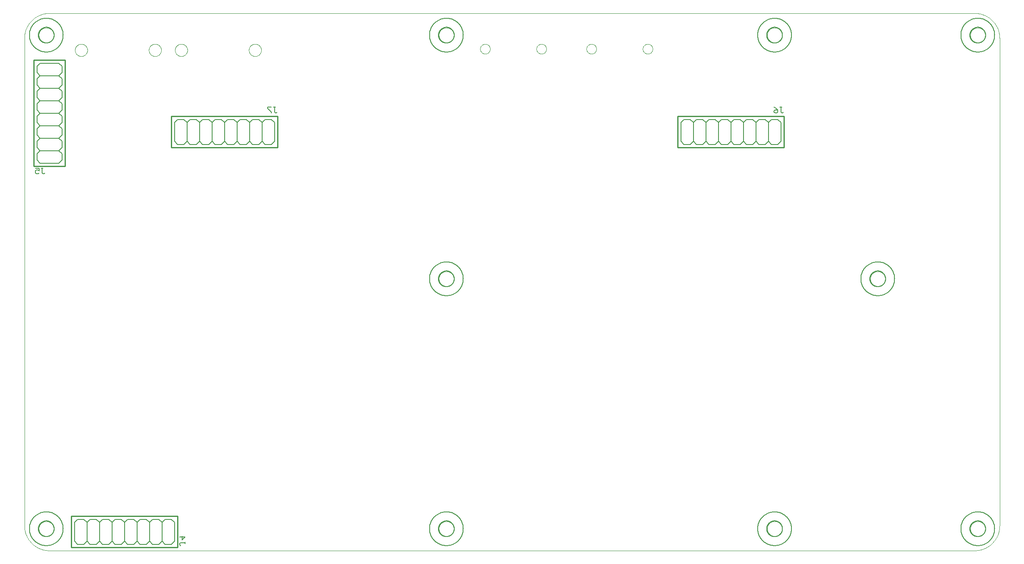
<source format=gbo>
G75*
%MOIN*%
%OFA0B0*%
%FSLAX25Y25*%
%IPPOS*%
%LPD*%
%AMOC8*
5,1,8,0,0,1.08239X$1,22.5*
%
%ADD10C,0.00001*%
%ADD11C,0.00000*%
%ADD12C,0.01000*%
%ADD13C,0.00600*%
%ADD14C,0.00800*%
%ADD15C,0.00500*%
D10*
X0001800Y0411800D02*
X0001806Y0412283D01*
X0001823Y0412766D01*
X0001853Y0413248D01*
X0001893Y0413730D01*
X0001946Y0414210D01*
X0002010Y0414689D01*
X0002085Y0415167D01*
X0002173Y0415642D01*
X0002271Y0416115D01*
X0002381Y0416586D01*
X0002502Y0417054D01*
X0002635Y0417519D01*
X0002779Y0417980D01*
X0002934Y0418438D01*
X0003100Y0418892D01*
X0003276Y0419342D01*
X0003464Y0419787D01*
X0003662Y0420228D01*
X0003871Y0420664D01*
X0004091Y0421094D01*
X0004321Y0421520D01*
X0004561Y0421939D01*
X0004811Y0422353D01*
X0005071Y0422760D01*
X0005340Y0423161D01*
X0005620Y0423556D01*
X0005908Y0423943D01*
X0006206Y0424324D01*
X0006514Y0424697D01*
X0006830Y0425062D01*
X0007155Y0425420D01*
X0007488Y0425770D01*
X0007830Y0426112D01*
X0008180Y0426445D01*
X0008538Y0426770D01*
X0008903Y0427086D01*
X0009276Y0427394D01*
X0009657Y0427692D01*
X0010044Y0427980D01*
X0010439Y0428260D01*
X0010840Y0428529D01*
X0011247Y0428789D01*
X0011661Y0429039D01*
X0012080Y0429279D01*
X0012506Y0429509D01*
X0012936Y0429729D01*
X0013372Y0429938D01*
X0013813Y0430136D01*
X0014258Y0430324D01*
X0014708Y0430500D01*
X0015162Y0430666D01*
X0015620Y0430821D01*
X0016081Y0430965D01*
X0016546Y0431098D01*
X0017014Y0431219D01*
X0017485Y0431329D01*
X0017958Y0431427D01*
X0018433Y0431515D01*
X0018911Y0431590D01*
X0019390Y0431654D01*
X0019870Y0431707D01*
X0020352Y0431747D01*
X0020834Y0431777D01*
X0021317Y0431794D01*
X0021800Y0431800D01*
D11*
X0021800Y0001800D02*
X0761800Y0001800D01*
X0758394Y0019300D02*
X0758396Y0019453D01*
X0758402Y0019607D01*
X0758412Y0019760D01*
X0758426Y0019912D01*
X0758444Y0020065D01*
X0758466Y0020216D01*
X0758491Y0020367D01*
X0758521Y0020518D01*
X0758555Y0020668D01*
X0758592Y0020816D01*
X0758633Y0020964D01*
X0758678Y0021110D01*
X0758727Y0021256D01*
X0758780Y0021400D01*
X0758836Y0021542D01*
X0758896Y0021683D01*
X0758960Y0021823D01*
X0759027Y0021961D01*
X0759098Y0022097D01*
X0759173Y0022231D01*
X0759250Y0022363D01*
X0759332Y0022493D01*
X0759416Y0022621D01*
X0759504Y0022747D01*
X0759595Y0022870D01*
X0759689Y0022991D01*
X0759787Y0023109D01*
X0759887Y0023225D01*
X0759991Y0023338D01*
X0760097Y0023449D01*
X0760206Y0023557D01*
X0760318Y0023662D01*
X0760432Y0023763D01*
X0760550Y0023862D01*
X0760669Y0023958D01*
X0760791Y0024051D01*
X0760916Y0024140D01*
X0761043Y0024227D01*
X0761172Y0024309D01*
X0761303Y0024389D01*
X0761436Y0024465D01*
X0761571Y0024538D01*
X0761708Y0024607D01*
X0761847Y0024672D01*
X0761987Y0024734D01*
X0762129Y0024792D01*
X0762272Y0024847D01*
X0762417Y0024898D01*
X0762563Y0024945D01*
X0762710Y0024988D01*
X0762858Y0025027D01*
X0763007Y0025063D01*
X0763157Y0025094D01*
X0763308Y0025122D01*
X0763459Y0025146D01*
X0763612Y0025166D01*
X0763764Y0025182D01*
X0763917Y0025194D01*
X0764070Y0025202D01*
X0764223Y0025206D01*
X0764377Y0025206D01*
X0764530Y0025202D01*
X0764683Y0025194D01*
X0764836Y0025182D01*
X0764988Y0025166D01*
X0765141Y0025146D01*
X0765292Y0025122D01*
X0765443Y0025094D01*
X0765593Y0025063D01*
X0765742Y0025027D01*
X0765890Y0024988D01*
X0766037Y0024945D01*
X0766183Y0024898D01*
X0766328Y0024847D01*
X0766471Y0024792D01*
X0766613Y0024734D01*
X0766753Y0024672D01*
X0766892Y0024607D01*
X0767029Y0024538D01*
X0767164Y0024465D01*
X0767297Y0024389D01*
X0767428Y0024309D01*
X0767557Y0024227D01*
X0767684Y0024140D01*
X0767809Y0024051D01*
X0767931Y0023958D01*
X0768050Y0023862D01*
X0768168Y0023763D01*
X0768282Y0023662D01*
X0768394Y0023557D01*
X0768503Y0023449D01*
X0768609Y0023338D01*
X0768713Y0023225D01*
X0768813Y0023109D01*
X0768911Y0022991D01*
X0769005Y0022870D01*
X0769096Y0022747D01*
X0769184Y0022621D01*
X0769268Y0022493D01*
X0769350Y0022363D01*
X0769427Y0022231D01*
X0769502Y0022097D01*
X0769573Y0021961D01*
X0769640Y0021823D01*
X0769704Y0021683D01*
X0769764Y0021542D01*
X0769820Y0021400D01*
X0769873Y0021256D01*
X0769922Y0021110D01*
X0769967Y0020964D01*
X0770008Y0020816D01*
X0770045Y0020668D01*
X0770079Y0020518D01*
X0770109Y0020367D01*
X0770134Y0020216D01*
X0770156Y0020065D01*
X0770174Y0019912D01*
X0770188Y0019760D01*
X0770198Y0019607D01*
X0770204Y0019453D01*
X0770206Y0019300D01*
X0770204Y0019147D01*
X0770198Y0018993D01*
X0770188Y0018840D01*
X0770174Y0018688D01*
X0770156Y0018535D01*
X0770134Y0018384D01*
X0770109Y0018233D01*
X0770079Y0018082D01*
X0770045Y0017932D01*
X0770008Y0017784D01*
X0769967Y0017636D01*
X0769922Y0017490D01*
X0769873Y0017344D01*
X0769820Y0017200D01*
X0769764Y0017058D01*
X0769704Y0016917D01*
X0769640Y0016777D01*
X0769573Y0016639D01*
X0769502Y0016503D01*
X0769427Y0016369D01*
X0769350Y0016237D01*
X0769268Y0016107D01*
X0769184Y0015979D01*
X0769096Y0015853D01*
X0769005Y0015730D01*
X0768911Y0015609D01*
X0768813Y0015491D01*
X0768713Y0015375D01*
X0768609Y0015262D01*
X0768503Y0015151D01*
X0768394Y0015043D01*
X0768282Y0014938D01*
X0768168Y0014837D01*
X0768050Y0014738D01*
X0767931Y0014642D01*
X0767809Y0014549D01*
X0767684Y0014460D01*
X0767557Y0014373D01*
X0767428Y0014291D01*
X0767297Y0014211D01*
X0767164Y0014135D01*
X0767029Y0014062D01*
X0766892Y0013993D01*
X0766753Y0013928D01*
X0766613Y0013866D01*
X0766471Y0013808D01*
X0766328Y0013753D01*
X0766183Y0013702D01*
X0766037Y0013655D01*
X0765890Y0013612D01*
X0765742Y0013573D01*
X0765593Y0013537D01*
X0765443Y0013506D01*
X0765292Y0013478D01*
X0765141Y0013454D01*
X0764988Y0013434D01*
X0764836Y0013418D01*
X0764683Y0013406D01*
X0764530Y0013398D01*
X0764377Y0013394D01*
X0764223Y0013394D01*
X0764070Y0013398D01*
X0763917Y0013406D01*
X0763764Y0013418D01*
X0763612Y0013434D01*
X0763459Y0013454D01*
X0763308Y0013478D01*
X0763157Y0013506D01*
X0763007Y0013537D01*
X0762858Y0013573D01*
X0762710Y0013612D01*
X0762563Y0013655D01*
X0762417Y0013702D01*
X0762272Y0013753D01*
X0762129Y0013808D01*
X0761987Y0013866D01*
X0761847Y0013928D01*
X0761708Y0013993D01*
X0761571Y0014062D01*
X0761436Y0014135D01*
X0761303Y0014211D01*
X0761172Y0014291D01*
X0761043Y0014373D01*
X0760916Y0014460D01*
X0760791Y0014549D01*
X0760669Y0014642D01*
X0760550Y0014738D01*
X0760432Y0014837D01*
X0760318Y0014938D01*
X0760206Y0015043D01*
X0760097Y0015151D01*
X0759991Y0015262D01*
X0759887Y0015375D01*
X0759787Y0015491D01*
X0759689Y0015609D01*
X0759595Y0015730D01*
X0759504Y0015853D01*
X0759416Y0015979D01*
X0759332Y0016107D01*
X0759250Y0016237D01*
X0759173Y0016369D01*
X0759098Y0016503D01*
X0759027Y0016639D01*
X0758960Y0016777D01*
X0758896Y0016917D01*
X0758836Y0017058D01*
X0758780Y0017200D01*
X0758727Y0017344D01*
X0758678Y0017490D01*
X0758633Y0017636D01*
X0758592Y0017784D01*
X0758555Y0017932D01*
X0758521Y0018082D01*
X0758491Y0018233D01*
X0758466Y0018384D01*
X0758444Y0018535D01*
X0758426Y0018688D01*
X0758412Y0018840D01*
X0758402Y0018993D01*
X0758396Y0019147D01*
X0758394Y0019300D01*
X0761800Y0001800D02*
X0762283Y0001806D01*
X0762766Y0001823D01*
X0763249Y0001853D01*
X0763730Y0001893D01*
X0764211Y0001946D01*
X0764690Y0002010D01*
X0765167Y0002085D01*
X0765643Y0002173D01*
X0766116Y0002271D01*
X0766586Y0002381D01*
X0767054Y0002502D01*
X0767519Y0002635D01*
X0767980Y0002779D01*
X0768438Y0002934D01*
X0768892Y0003100D01*
X0769342Y0003277D01*
X0769787Y0003464D01*
X0770228Y0003663D01*
X0770664Y0003871D01*
X0771094Y0004091D01*
X0771520Y0004321D01*
X0771939Y0004561D01*
X0772353Y0004811D01*
X0772760Y0005071D01*
X0773161Y0005340D01*
X0773556Y0005620D01*
X0773943Y0005908D01*
X0774324Y0006207D01*
X0774697Y0006514D01*
X0775062Y0006830D01*
X0775420Y0007155D01*
X0775770Y0007488D01*
X0776112Y0007830D01*
X0776445Y0008180D01*
X0776770Y0008538D01*
X0777086Y0008903D01*
X0777393Y0009276D01*
X0777692Y0009657D01*
X0777980Y0010044D01*
X0778260Y0010439D01*
X0778529Y0010840D01*
X0778789Y0011247D01*
X0779039Y0011661D01*
X0779279Y0012080D01*
X0779509Y0012506D01*
X0779729Y0012936D01*
X0779937Y0013372D01*
X0780136Y0013813D01*
X0780323Y0014258D01*
X0780500Y0014708D01*
X0780666Y0015162D01*
X0780821Y0015620D01*
X0780965Y0016081D01*
X0781098Y0016546D01*
X0781219Y0017014D01*
X0781329Y0017484D01*
X0781427Y0017957D01*
X0781515Y0018433D01*
X0781590Y0018910D01*
X0781654Y0019389D01*
X0781707Y0019870D01*
X0781747Y0020351D01*
X0781777Y0020834D01*
X0781794Y0021317D01*
X0781800Y0021800D01*
X0781800Y0411800D01*
X0758394Y0414300D02*
X0758396Y0414453D01*
X0758402Y0414607D01*
X0758412Y0414760D01*
X0758426Y0414912D01*
X0758444Y0415065D01*
X0758466Y0415216D01*
X0758491Y0415367D01*
X0758521Y0415518D01*
X0758555Y0415668D01*
X0758592Y0415816D01*
X0758633Y0415964D01*
X0758678Y0416110D01*
X0758727Y0416256D01*
X0758780Y0416400D01*
X0758836Y0416542D01*
X0758896Y0416683D01*
X0758960Y0416823D01*
X0759027Y0416961D01*
X0759098Y0417097D01*
X0759173Y0417231D01*
X0759250Y0417363D01*
X0759332Y0417493D01*
X0759416Y0417621D01*
X0759504Y0417747D01*
X0759595Y0417870D01*
X0759689Y0417991D01*
X0759787Y0418109D01*
X0759887Y0418225D01*
X0759991Y0418338D01*
X0760097Y0418449D01*
X0760206Y0418557D01*
X0760318Y0418662D01*
X0760432Y0418763D01*
X0760550Y0418862D01*
X0760669Y0418958D01*
X0760791Y0419051D01*
X0760916Y0419140D01*
X0761043Y0419227D01*
X0761172Y0419309D01*
X0761303Y0419389D01*
X0761436Y0419465D01*
X0761571Y0419538D01*
X0761708Y0419607D01*
X0761847Y0419672D01*
X0761987Y0419734D01*
X0762129Y0419792D01*
X0762272Y0419847D01*
X0762417Y0419898D01*
X0762563Y0419945D01*
X0762710Y0419988D01*
X0762858Y0420027D01*
X0763007Y0420063D01*
X0763157Y0420094D01*
X0763308Y0420122D01*
X0763459Y0420146D01*
X0763612Y0420166D01*
X0763764Y0420182D01*
X0763917Y0420194D01*
X0764070Y0420202D01*
X0764223Y0420206D01*
X0764377Y0420206D01*
X0764530Y0420202D01*
X0764683Y0420194D01*
X0764836Y0420182D01*
X0764988Y0420166D01*
X0765141Y0420146D01*
X0765292Y0420122D01*
X0765443Y0420094D01*
X0765593Y0420063D01*
X0765742Y0420027D01*
X0765890Y0419988D01*
X0766037Y0419945D01*
X0766183Y0419898D01*
X0766328Y0419847D01*
X0766471Y0419792D01*
X0766613Y0419734D01*
X0766753Y0419672D01*
X0766892Y0419607D01*
X0767029Y0419538D01*
X0767164Y0419465D01*
X0767297Y0419389D01*
X0767428Y0419309D01*
X0767557Y0419227D01*
X0767684Y0419140D01*
X0767809Y0419051D01*
X0767931Y0418958D01*
X0768050Y0418862D01*
X0768168Y0418763D01*
X0768282Y0418662D01*
X0768394Y0418557D01*
X0768503Y0418449D01*
X0768609Y0418338D01*
X0768713Y0418225D01*
X0768813Y0418109D01*
X0768911Y0417991D01*
X0769005Y0417870D01*
X0769096Y0417747D01*
X0769184Y0417621D01*
X0769268Y0417493D01*
X0769350Y0417363D01*
X0769427Y0417231D01*
X0769502Y0417097D01*
X0769573Y0416961D01*
X0769640Y0416823D01*
X0769704Y0416683D01*
X0769764Y0416542D01*
X0769820Y0416400D01*
X0769873Y0416256D01*
X0769922Y0416110D01*
X0769967Y0415964D01*
X0770008Y0415816D01*
X0770045Y0415668D01*
X0770079Y0415518D01*
X0770109Y0415367D01*
X0770134Y0415216D01*
X0770156Y0415065D01*
X0770174Y0414912D01*
X0770188Y0414760D01*
X0770198Y0414607D01*
X0770204Y0414453D01*
X0770206Y0414300D01*
X0770204Y0414147D01*
X0770198Y0413993D01*
X0770188Y0413840D01*
X0770174Y0413688D01*
X0770156Y0413535D01*
X0770134Y0413384D01*
X0770109Y0413233D01*
X0770079Y0413082D01*
X0770045Y0412932D01*
X0770008Y0412784D01*
X0769967Y0412636D01*
X0769922Y0412490D01*
X0769873Y0412344D01*
X0769820Y0412200D01*
X0769764Y0412058D01*
X0769704Y0411917D01*
X0769640Y0411777D01*
X0769573Y0411639D01*
X0769502Y0411503D01*
X0769427Y0411369D01*
X0769350Y0411237D01*
X0769268Y0411107D01*
X0769184Y0410979D01*
X0769096Y0410853D01*
X0769005Y0410730D01*
X0768911Y0410609D01*
X0768813Y0410491D01*
X0768713Y0410375D01*
X0768609Y0410262D01*
X0768503Y0410151D01*
X0768394Y0410043D01*
X0768282Y0409938D01*
X0768168Y0409837D01*
X0768050Y0409738D01*
X0767931Y0409642D01*
X0767809Y0409549D01*
X0767684Y0409460D01*
X0767557Y0409373D01*
X0767428Y0409291D01*
X0767297Y0409211D01*
X0767164Y0409135D01*
X0767029Y0409062D01*
X0766892Y0408993D01*
X0766753Y0408928D01*
X0766613Y0408866D01*
X0766471Y0408808D01*
X0766328Y0408753D01*
X0766183Y0408702D01*
X0766037Y0408655D01*
X0765890Y0408612D01*
X0765742Y0408573D01*
X0765593Y0408537D01*
X0765443Y0408506D01*
X0765292Y0408478D01*
X0765141Y0408454D01*
X0764988Y0408434D01*
X0764836Y0408418D01*
X0764683Y0408406D01*
X0764530Y0408398D01*
X0764377Y0408394D01*
X0764223Y0408394D01*
X0764070Y0408398D01*
X0763917Y0408406D01*
X0763764Y0408418D01*
X0763612Y0408434D01*
X0763459Y0408454D01*
X0763308Y0408478D01*
X0763157Y0408506D01*
X0763007Y0408537D01*
X0762858Y0408573D01*
X0762710Y0408612D01*
X0762563Y0408655D01*
X0762417Y0408702D01*
X0762272Y0408753D01*
X0762129Y0408808D01*
X0761987Y0408866D01*
X0761847Y0408928D01*
X0761708Y0408993D01*
X0761571Y0409062D01*
X0761436Y0409135D01*
X0761303Y0409211D01*
X0761172Y0409291D01*
X0761043Y0409373D01*
X0760916Y0409460D01*
X0760791Y0409549D01*
X0760669Y0409642D01*
X0760550Y0409738D01*
X0760432Y0409837D01*
X0760318Y0409938D01*
X0760206Y0410043D01*
X0760097Y0410151D01*
X0759991Y0410262D01*
X0759887Y0410375D01*
X0759787Y0410491D01*
X0759689Y0410609D01*
X0759595Y0410730D01*
X0759504Y0410853D01*
X0759416Y0410979D01*
X0759332Y0411107D01*
X0759250Y0411237D01*
X0759173Y0411369D01*
X0759098Y0411503D01*
X0759027Y0411639D01*
X0758960Y0411777D01*
X0758896Y0411917D01*
X0758836Y0412058D01*
X0758780Y0412200D01*
X0758727Y0412344D01*
X0758678Y0412490D01*
X0758633Y0412636D01*
X0758592Y0412784D01*
X0758555Y0412932D01*
X0758521Y0413082D01*
X0758491Y0413233D01*
X0758466Y0413384D01*
X0758444Y0413535D01*
X0758426Y0413688D01*
X0758412Y0413840D01*
X0758402Y0413993D01*
X0758396Y0414147D01*
X0758394Y0414300D01*
X0761800Y0431800D02*
X0762283Y0431794D01*
X0762766Y0431777D01*
X0763249Y0431747D01*
X0763730Y0431707D01*
X0764211Y0431654D01*
X0764690Y0431590D01*
X0765167Y0431515D01*
X0765643Y0431427D01*
X0766116Y0431329D01*
X0766586Y0431219D01*
X0767054Y0431098D01*
X0767519Y0430965D01*
X0767980Y0430821D01*
X0768438Y0430666D01*
X0768892Y0430500D01*
X0769342Y0430323D01*
X0769787Y0430136D01*
X0770228Y0429937D01*
X0770664Y0429729D01*
X0771094Y0429509D01*
X0771520Y0429279D01*
X0771939Y0429039D01*
X0772353Y0428789D01*
X0772760Y0428529D01*
X0773161Y0428260D01*
X0773556Y0427980D01*
X0773943Y0427692D01*
X0774324Y0427393D01*
X0774697Y0427086D01*
X0775062Y0426770D01*
X0775420Y0426445D01*
X0775770Y0426112D01*
X0776112Y0425770D01*
X0776445Y0425420D01*
X0776770Y0425062D01*
X0777086Y0424697D01*
X0777393Y0424324D01*
X0777692Y0423943D01*
X0777980Y0423556D01*
X0778260Y0423161D01*
X0778529Y0422760D01*
X0778789Y0422353D01*
X0779039Y0421939D01*
X0779279Y0421520D01*
X0779509Y0421094D01*
X0779729Y0420664D01*
X0779937Y0420228D01*
X0780136Y0419787D01*
X0780323Y0419342D01*
X0780500Y0418892D01*
X0780666Y0418438D01*
X0780821Y0417980D01*
X0780965Y0417519D01*
X0781098Y0417054D01*
X0781219Y0416586D01*
X0781329Y0416116D01*
X0781427Y0415643D01*
X0781515Y0415167D01*
X0781590Y0414690D01*
X0781654Y0414211D01*
X0781707Y0413730D01*
X0781747Y0413249D01*
X0781777Y0412766D01*
X0781794Y0412283D01*
X0781800Y0411800D01*
X0761800Y0431800D02*
X0021800Y0431800D01*
X0013394Y0414300D02*
X0013396Y0414453D01*
X0013402Y0414607D01*
X0013412Y0414760D01*
X0013426Y0414912D01*
X0013444Y0415065D01*
X0013466Y0415216D01*
X0013491Y0415367D01*
X0013521Y0415518D01*
X0013555Y0415668D01*
X0013592Y0415816D01*
X0013633Y0415964D01*
X0013678Y0416110D01*
X0013727Y0416256D01*
X0013780Y0416400D01*
X0013836Y0416542D01*
X0013896Y0416683D01*
X0013960Y0416823D01*
X0014027Y0416961D01*
X0014098Y0417097D01*
X0014173Y0417231D01*
X0014250Y0417363D01*
X0014332Y0417493D01*
X0014416Y0417621D01*
X0014504Y0417747D01*
X0014595Y0417870D01*
X0014689Y0417991D01*
X0014787Y0418109D01*
X0014887Y0418225D01*
X0014991Y0418338D01*
X0015097Y0418449D01*
X0015206Y0418557D01*
X0015318Y0418662D01*
X0015432Y0418763D01*
X0015550Y0418862D01*
X0015669Y0418958D01*
X0015791Y0419051D01*
X0015916Y0419140D01*
X0016043Y0419227D01*
X0016172Y0419309D01*
X0016303Y0419389D01*
X0016436Y0419465D01*
X0016571Y0419538D01*
X0016708Y0419607D01*
X0016847Y0419672D01*
X0016987Y0419734D01*
X0017129Y0419792D01*
X0017272Y0419847D01*
X0017417Y0419898D01*
X0017563Y0419945D01*
X0017710Y0419988D01*
X0017858Y0420027D01*
X0018007Y0420063D01*
X0018157Y0420094D01*
X0018308Y0420122D01*
X0018459Y0420146D01*
X0018612Y0420166D01*
X0018764Y0420182D01*
X0018917Y0420194D01*
X0019070Y0420202D01*
X0019223Y0420206D01*
X0019377Y0420206D01*
X0019530Y0420202D01*
X0019683Y0420194D01*
X0019836Y0420182D01*
X0019988Y0420166D01*
X0020141Y0420146D01*
X0020292Y0420122D01*
X0020443Y0420094D01*
X0020593Y0420063D01*
X0020742Y0420027D01*
X0020890Y0419988D01*
X0021037Y0419945D01*
X0021183Y0419898D01*
X0021328Y0419847D01*
X0021471Y0419792D01*
X0021613Y0419734D01*
X0021753Y0419672D01*
X0021892Y0419607D01*
X0022029Y0419538D01*
X0022164Y0419465D01*
X0022297Y0419389D01*
X0022428Y0419309D01*
X0022557Y0419227D01*
X0022684Y0419140D01*
X0022809Y0419051D01*
X0022931Y0418958D01*
X0023050Y0418862D01*
X0023168Y0418763D01*
X0023282Y0418662D01*
X0023394Y0418557D01*
X0023503Y0418449D01*
X0023609Y0418338D01*
X0023713Y0418225D01*
X0023813Y0418109D01*
X0023911Y0417991D01*
X0024005Y0417870D01*
X0024096Y0417747D01*
X0024184Y0417621D01*
X0024268Y0417493D01*
X0024350Y0417363D01*
X0024427Y0417231D01*
X0024502Y0417097D01*
X0024573Y0416961D01*
X0024640Y0416823D01*
X0024704Y0416683D01*
X0024764Y0416542D01*
X0024820Y0416400D01*
X0024873Y0416256D01*
X0024922Y0416110D01*
X0024967Y0415964D01*
X0025008Y0415816D01*
X0025045Y0415668D01*
X0025079Y0415518D01*
X0025109Y0415367D01*
X0025134Y0415216D01*
X0025156Y0415065D01*
X0025174Y0414912D01*
X0025188Y0414760D01*
X0025198Y0414607D01*
X0025204Y0414453D01*
X0025206Y0414300D01*
X0025204Y0414147D01*
X0025198Y0413993D01*
X0025188Y0413840D01*
X0025174Y0413688D01*
X0025156Y0413535D01*
X0025134Y0413384D01*
X0025109Y0413233D01*
X0025079Y0413082D01*
X0025045Y0412932D01*
X0025008Y0412784D01*
X0024967Y0412636D01*
X0024922Y0412490D01*
X0024873Y0412344D01*
X0024820Y0412200D01*
X0024764Y0412058D01*
X0024704Y0411917D01*
X0024640Y0411777D01*
X0024573Y0411639D01*
X0024502Y0411503D01*
X0024427Y0411369D01*
X0024350Y0411237D01*
X0024268Y0411107D01*
X0024184Y0410979D01*
X0024096Y0410853D01*
X0024005Y0410730D01*
X0023911Y0410609D01*
X0023813Y0410491D01*
X0023713Y0410375D01*
X0023609Y0410262D01*
X0023503Y0410151D01*
X0023394Y0410043D01*
X0023282Y0409938D01*
X0023168Y0409837D01*
X0023050Y0409738D01*
X0022931Y0409642D01*
X0022809Y0409549D01*
X0022684Y0409460D01*
X0022557Y0409373D01*
X0022428Y0409291D01*
X0022297Y0409211D01*
X0022164Y0409135D01*
X0022029Y0409062D01*
X0021892Y0408993D01*
X0021753Y0408928D01*
X0021613Y0408866D01*
X0021471Y0408808D01*
X0021328Y0408753D01*
X0021183Y0408702D01*
X0021037Y0408655D01*
X0020890Y0408612D01*
X0020742Y0408573D01*
X0020593Y0408537D01*
X0020443Y0408506D01*
X0020292Y0408478D01*
X0020141Y0408454D01*
X0019988Y0408434D01*
X0019836Y0408418D01*
X0019683Y0408406D01*
X0019530Y0408398D01*
X0019377Y0408394D01*
X0019223Y0408394D01*
X0019070Y0408398D01*
X0018917Y0408406D01*
X0018764Y0408418D01*
X0018612Y0408434D01*
X0018459Y0408454D01*
X0018308Y0408478D01*
X0018157Y0408506D01*
X0018007Y0408537D01*
X0017858Y0408573D01*
X0017710Y0408612D01*
X0017563Y0408655D01*
X0017417Y0408702D01*
X0017272Y0408753D01*
X0017129Y0408808D01*
X0016987Y0408866D01*
X0016847Y0408928D01*
X0016708Y0408993D01*
X0016571Y0409062D01*
X0016436Y0409135D01*
X0016303Y0409211D01*
X0016172Y0409291D01*
X0016043Y0409373D01*
X0015916Y0409460D01*
X0015791Y0409549D01*
X0015669Y0409642D01*
X0015550Y0409738D01*
X0015432Y0409837D01*
X0015318Y0409938D01*
X0015206Y0410043D01*
X0015097Y0410151D01*
X0014991Y0410262D01*
X0014887Y0410375D01*
X0014787Y0410491D01*
X0014689Y0410609D01*
X0014595Y0410730D01*
X0014504Y0410853D01*
X0014416Y0410979D01*
X0014332Y0411107D01*
X0014250Y0411237D01*
X0014173Y0411369D01*
X0014098Y0411503D01*
X0014027Y0411639D01*
X0013960Y0411777D01*
X0013896Y0411917D01*
X0013836Y0412058D01*
X0013780Y0412200D01*
X0013727Y0412344D01*
X0013678Y0412490D01*
X0013633Y0412636D01*
X0013592Y0412784D01*
X0013555Y0412932D01*
X0013521Y0413082D01*
X0013491Y0413233D01*
X0013466Y0413384D01*
X0013444Y0413535D01*
X0013426Y0413688D01*
X0013412Y0413840D01*
X0013402Y0413993D01*
X0013396Y0414147D01*
X0013394Y0414300D01*
X0001800Y0411800D02*
X0001800Y0021800D01*
X0013394Y0019300D02*
X0013396Y0019453D01*
X0013402Y0019607D01*
X0013412Y0019760D01*
X0013426Y0019912D01*
X0013444Y0020065D01*
X0013466Y0020216D01*
X0013491Y0020367D01*
X0013521Y0020518D01*
X0013555Y0020668D01*
X0013592Y0020816D01*
X0013633Y0020964D01*
X0013678Y0021110D01*
X0013727Y0021256D01*
X0013780Y0021400D01*
X0013836Y0021542D01*
X0013896Y0021683D01*
X0013960Y0021823D01*
X0014027Y0021961D01*
X0014098Y0022097D01*
X0014173Y0022231D01*
X0014250Y0022363D01*
X0014332Y0022493D01*
X0014416Y0022621D01*
X0014504Y0022747D01*
X0014595Y0022870D01*
X0014689Y0022991D01*
X0014787Y0023109D01*
X0014887Y0023225D01*
X0014991Y0023338D01*
X0015097Y0023449D01*
X0015206Y0023557D01*
X0015318Y0023662D01*
X0015432Y0023763D01*
X0015550Y0023862D01*
X0015669Y0023958D01*
X0015791Y0024051D01*
X0015916Y0024140D01*
X0016043Y0024227D01*
X0016172Y0024309D01*
X0016303Y0024389D01*
X0016436Y0024465D01*
X0016571Y0024538D01*
X0016708Y0024607D01*
X0016847Y0024672D01*
X0016987Y0024734D01*
X0017129Y0024792D01*
X0017272Y0024847D01*
X0017417Y0024898D01*
X0017563Y0024945D01*
X0017710Y0024988D01*
X0017858Y0025027D01*
X0018007Y0025063D01*
X0018157Y0025094D01*
X0018308Y0025122D01*
X0018459Y0025146D01*
X0018612Y0025166D01*
X0018764Y0025182D01*
X0018917Y0025194D01*
X0019070Y0025202D01*
X0019223Y0025206D01*
X0019377Y0025206D01*
X0019530Y0025202D01*
X0019683Y0025194D01*
X0019836Y0025182D01*
X0019988Y0025166D01*
X0020141Y0025146D01*
X0020292Y0025122D01*
X0020443Y0025094D01*
X0020593Y0025063D01*
X0020742Y0025027D01*
X0020890Y0024988D01*
X0021037Y0024945D01*
X0021183Y0024898D01*
X0021328Y0024847D01*
X0021471Y0024792D01*
X0021613Y0024734D01*
X0021753Y0024672D01*
X0021892Y0024607D01*
X0022029Y0024538D01*
X0022164Y0024465D01*
X0022297Y0024389D01*
X0022428Y0024309D01*
X0022557Y0024227D01*
X0022684Y0024140D01*
X0022809Y0024051D01*
X0022931Y0023958D01*
X0023050Y0023862D01*
X0023168Y0023763D01*
X0023282Y0023662D01*
X0023394Y0023557D01*
X0023503Y0023449D01*
X0023609Y0023338D01*
X0023713Y0023225D01*
X0023813Y0023109D01*
X0023911Y0022991D01*
X0024005Y0022870D01*
X0024096Y0022747D01*
X0024184Y0022621D01*
X0024268Y0022493D01*
X0024350Y0022363D01*
X0024427Y0022231D01*
X0024502Y0022097D01*
X0024573Y0021961D01*
X0024640Y0021823D01*
X0024704Y0021683D01*
X0024764Y0021542D01*
X0024820Y0021400D01*
X0024873Y0021256D01*
X0024922Y0021110D01*
X0024967Y0020964D01*
X0025008Y0020816D01*
X0025045Y0020668D01*
X0025079Y0020518D01*
X0025109Y0020367D01*
X0025134Y0020216D01*
X0025156Y0020065D01*
X0025174Y0019912D01*
X0025188Y0019760D01*
X0025198Y0019607D01*
X0025204Y0019453D01*
X0025206Y0019300D01*
X0025204Y0019147D01*
X0025198Y0018993D01*
X0025188Y0018840D01*
X0025174Y0018688D01*
X0025156Y0018535D01*
X0025134Y0018384D01*
X0025109Y0018233D01*
X0025079Y0018082D01*
X0025045Y0017932D01*
X0025008Y0017784D01*
X0024967Y0017636D01*
X0024922Y0017490D01*
X0024873Y0017344D01*
X0024820Y0017200D01*
X0024764Y0017058D01*
X0024704Y0016917D01*
X0024640Y0016777D01*
X0024573Y0016639D01*
X0024502Y0016503D01*
X0024427Y0016369D01*
X0024350Y0016237D01*
X0024268Y0016107D01*
X0024184Y0015979D01*
X0024096Y0015853D01*
X0024005Y0015730D01*
X0023911Y0015609D01*
X0023813Y0015491D01*
X0023713Y0015375D01*
X0023609Y0015262D01*
X0023503Y0015151D01*
X0023394Y0015043D01*
X0023282Y0014938D01*
X0023168Y0014837D01*
X0023050Y0014738D01*
X0022931Y0014642D01*
X0022809Y0014549D01*
X0022684Y0014460D01*
X0022557Y0014373D01*
X0022428Y0014291D01*
X0022297Y0014211D01*
X0022164Y0014135D01*
X0022029Y0014062D01*
X0021892Y0013993D01*
X0021753Y0013928D01*
X0021613Y0013866D01*
X0021471Y0013808D01*
X0021328Y0013753D01*
X0021183Y0013702D01*
X0021037Y0013655D01*
X0020890Y0013612D01*
X0020742Y0013573D01*
X0020593Y0013537D01*
X0020443Y0013506D01*
X0020292Y0013478D01*
X0020141Y0013454D01*
X0019988Y0013434D01*
X0019836Y0013418D01*
X0019683Y0013406D01*
X0019530Y0013398D01*
X0019377Y0013394D01*
X0019223Y0013394D01*
X0019070Y0013398D01*
X0018917Y0013406D01*
X0018764Y0013418D01*
X0018612Y0013434D01*
X0018459Y0013454D01*
X0018308Y0013478D01*
X0018157Y0013506D01*
X0018007Y0013537D01*
X0017858Y0013573D01*
X0017710Y0013612D01*
X0017563Y0013655D01*
X0017417Y0013702D01*
X0017272Y0013753D01*
X0017129Y0013808D01*
X0016987Y0013866D01*
X0016847Y0013928D01*
X0016708Y0013993D01*
X0016571Y0014062D01*
X0016436Y0014135D01*
X0016303Y0014211D01*
X0016172Y0014291D01*
X0016043Y0014373D01*
X0015916Y0014460D01*
X0015791Y0014549D01*
X0015669Y0014642D01*
X0015550Y0014738D01*
X0015432Y0014837D01*
X0015318Y0014938D01*
X0015206Y0015043D01*
X0015097Y0015151D01*
X0014991Y0015262D01*
X0014887Y0015375D01*
X0014787Y0015491D01*
X0014689Y0015609D01*
X0014595Y0015730D01*
X0014504Y0015853D01*
X0014416Y0015979D01*
X0014332Y0016107D01*
X0014250Y0016237D01*
X0014173Y0016369D01*
X0014098Y0016503D01*
X0014027Y0016639D01*
X0013960Y0016777D01*
X0013896Y0016917D01*
X0013836Y0017058D01*
X0013780Y0017200D01*
X0013727Y0017344D01*
X0013678Y0017490D01*
X0013633Y0017636D01*
X0013592Y0017784D01*
X0013555Y0017932D01*
X0013521Y0018082D01*
X0013491Y0018233D01*
X0013466Y0018384D01*
X0013444Y0018535D01*
X0013426Y0018688D01*
X0013412Y0018840D01*
X0013402Y0018993D01*
X0013396Y0019147D01*
X0013394Y0019300D01*
X0001800Y0021800D02*
X0001806Y0021317D01*
X0001823Y0020834D01*
X0001853Y0020351D01*
X0001893Y0019870D01*
X0001946Y0019389D01*
X0002010Y0018910D01*
X0002085Y0018433D01*
X0002173Y0017957D01*
X0002271Y0017484D01*
X0002381Y0017014D01*
X0002502Y0016546D01*
X0002635Y0016081D01*
X0002779Y0015620D01*
X0002934Y0015162D01*
X0003100Y0014708D01*
X0003277Y0014258D01*
X0003464Y0013813D01*
X0003663Y0013372D01*
X0003871Y0012936D01*
X0004091Y0012506D01*
X0004321Y0012080D01*
X0004561Y0011661D01*
X0004811Y0011247D01*
X0005071Y0010840D01*
X0005340Y0010439D01*
X0005620Y0010044D01*
X0005908Y0009657D01*
X0006207Y0009276D01*
X0006514Y0008903D01*
X0006830Y0008538D01*
X0007155Y0008180D01*
X0007488Y0007830D01*
X0007830Y0007488D01*
X0008180Y0007155D01*
X0008538Y0006830D01*
X0008903Y0006514D01*
X0009276Y0006207D01*
X0009657Y0005908D01*
X0010044Y0005620D01*
X0010439Y0005340D01*
X0010840Y0005071D01*
X0011247Y0004811D01*
X0011661Y0004561D01*
X0012080Y0004321D01*
X0012506Y0004091D01*
X0012936Y0003871D01*
X0013372Y0003663D01*
X0013813Y0003464D01*
X0014258Y0003277D01*
X0014708Y0003100D01*
X0015162Y0002934D01*
X0015620Y0002779D01*
X0016081Y0002635D01*
X0016546Y0002502D01*
X0017014Y0002381D01*
X0017484Y0002271D01*
X0017957Y0002173D01*
X0018433Y0002085D01*
X0018910Y0002010D01*
X0019389Y0001946D01*
X0019870Y0001893D01*
X0020351Y0001853D01*
X0020834Y0001823D01*
X0021317Y0001806D01*
X0021800Y0001800D01*
X0333394Y0019300D02*
X0333396Y0019453D01*
X0333402Y0019607D01*
X0333412Y0019760D01*
X0333426Y0019912D01*
X0333444Y0020065D01*
X0333466Y0020216D01*
X0333491Y0020367D01*
X0333521Y0020518D01*
X0333555Y0020668D01*
X0333592Y0020816D01*
X0333633Y0020964D01*
X0333678Y0021110D01*
X0333727Y0021256D01*
X0333780Y0021400D01*
X0333836Y0021542D01*
X0333896Y0021683D01*
X0333960Y0021823D01*
X0334027Y0021961D01*
X0334098Y0022097D01*
X0334173Y0022231D01*
X0334250Y0022363D01*
X0334332Y0022493D01*
X0334416Y0022621D01*
X0334504Y0022747D01*
X0334595Y0022870D01*
X0334689Y0022991D01*
X0334787Y0023109D01*
X0334887Y0023225D01*
X0334991Y0023338D01*
X0335097Y0023449D01*
X0335206Y0023557D01*
X0335318Y0023662D01*
X0335432Y0023763D01*
X0335550Y0023862D01*
X0335669Y0023958D01*
X0335791Y0024051D01*
X0335916Y0024140D01*
X0336043Y0024227D01*
X0336172Y0024309D01*
X0336303Y0024389D01*
X0336436Y0024465D01*
X0336571Y0024538D01*
X0336708Y0024607D01*
X0336847Y0024672D01*
X0336987Y0024734D01*
X0337129Y0024792D01*
X0337272Y0024847D01*
X0337417Y0024898D01*
X0337563Y0024945D01*
X0337710Y0024988D01*
X0337858Y0025027D01*
X0338007Y0025063D01*
X0338157Y0025094D01*
X0338308Y0025122D01*
X0338459Y0025146D01*
X0338612Y0025166D01*
X0338764Y0025182D01*
X0338917Y0025194D01*
X0339070Y0025202D01*
X0339223Y0025206D01*
X0339377Y0025206D01*
X0339530Y0025202D01*
X0339683Y0025194D01*
X0339836Y0025182D01*
X0339988Y0025166D01*
X0340141Y0025146D01*
X0340292Y0025122D01*
X0340443Y0025094D01*
X0340593Y0025063D01*
X0340742Y0025027D01*
X0340890Y0024988D01*
X0341037Y0024945D01*
X0341183Y0024898D01*
X0341328Y0024847D01*
X0341471Y0024792D01*
X0341613Y0024734D01*
X0341753Y0024672D01*
X0341892Y0024607D01*
X0342029Y0024538D01*
X0342164Y0024465D01*
X0342297Y0024389D01*
X0342428Y0024309D01*
X0342557Y0024227D01*
X0342684Y0024140D01*
X0342809Y0024051D01*
X0342931Y0023958D01*
X0343050Y0023862D01*
X0343168Y0023763D01*
X0343282Y0023662D01*
X0343394Y0023557D01*
X0343503Y0023449D01*
X0343609Y0023338D01*
X0343713Y0023225D01*
X0343813Y0023109D01*
X0343911Y0022991D01*
X0344005Y0022870D01*
X0344096Y0022747D01*
X0344184Y0022621D01*
X0344268Y0022493D01*
X0344350Y0022363D01*
X0344427Y0022231D01*
X0344502Y0022097D01*
X0344573Y0021961D01*
X0344640Y0021823D01*
X0344704Y0021683D01*
X0344764Y0021542D01*
X0344820Y0021400D01*
X0344873Y0021256D01*
X0344922Y0021110D01*
X0344967Y0020964D01*
X0345008Y0020816D01*
X0345045Y0020668D01*
X0345079Y0020518D01*
X0345109Y0020367D01*
X0345134Y0020216D01*
X0345156Y0020065D01*
X0345174Y0019912D01*
X0345188Y0019760D01*
X0345198Y0019607D01*
X0345204Y0019453D01*
X0345206Y0019300D01*
X0345204Y0019147D01*
X0345198Y0018993D01*
X0345188Y0018840D01*
X0345174Y0018688D01*
X0345156Y0018535D01*
X0345134Y0018384D01*
X0345109Y0018233D01*
X0345079Y0018082D01*
X0345045Y0017932D01*
X0345008Y0017784D01*
X0344967Y0017636D01*
X0344922Y0017490D01*
X0344873Y0017344D01*
X0344820Y0017200D01*
X0344764Y0017058D01*
X0344704Y0016917D01*
X0344640Y0016777D01*
X0344573Y0016639D01*
X0344502Y0016503D01*
X0344427Y0016369D01*
X0344350Y0016237D01*
X0344268Y0016107D01*
X0344184Y0015979D01*
X0344096Y0015853D01*
X0344005Y0015730D01*
X0343911Y0015609D01*
X0343813Y0015491D01*
X0343713Y0015375D01*
X0343609Y0015262D01*
X0343503Y0015151D01*
X0343394Y0015043D01*
X0343282Y0014938D01*
X0343168Y0014837D01*
X0343050Y0014738D01*
X0342931Y0014642D01*
X0342809Y0014549D01*
X0342684Y0014460D01*
X0342557Y0014373D01*
X0342428Y0014291D01*
X0342297Y0014211D01*
X0342164Y0014135D01*
X0342029Y0014062D01*
X0341892Y0013993D01*
X0341753Y0013928D01*
X0341613Y0013866D01*
X0341471Y0013808D01*
X0341328Y0013753D01*
X0341183Y0013702D01*
X0341037Y0013655D01*
X0340890Y0013612D01*
X0340742Y0013573D01*
X0340593Y0013537D01*
X0340443Y0013506D01*
X0340292Y0013478D01*
X0340141Y0013454D01*
X0339988Y0013434D01*
X0339836Y0013418D01*
X0339683Y0013406D01*
X0339530Y0013398D01*
X0339377Y0013394D01*
X0339223Y0013394D01*
X0339070Y0013398D01*
X0338917Y0013406D01*
X0338764Y0013418D01*
X0338612Y0013434D01*
X0338459Y0013454D01*
X0338308Y0013478D01*
X0338157Y0013506D01*
X0338007Y0013537D01*
X0337858Y0013573D01*
X0337710Y0013612D01*
X0337563Y0013655D01*
X0337417Y0013702D01*
X0337272Y0013753D01*
X0337129Y0013808D01*
X0336987Y0013866D01*
X0336847Y0013928D01*
X0336708Y0013993D01*
X0336571Y0014062D01*
X0336436Y0014135D01*
X0336303Y0014211D01*
X0336172Y0014291D01*
X0336043Y0014373D01*
X0335916Y0014460D01*
X0335791Y0014549D01*
X0335669Y0014642D01*
X0335550Y0014738D01*
X0335432Y0014837D01*
X0335318Y0014938D01*
X0335206Y0015043D01*
X0335097Y0015151D01*
X0334991Y0015262D01*
X0334887Y0015375D01*
X0334787Y0015491D01*
X0334689Y0015609D01*
X0334595Y0015730D01*
X0334504Y0015853D01*
X0334416Y0015979D01*
X0334332Y0016107D01*
X0334250Y0016237D01*
X0334173Y0016369D01*
X0334098Y0016503D01*
X0334027Y0016639D01*
X0333960Y0016777D01*
X0333896Y0016917D01*
X0333836Y0017058D01*
X0333780Y0017200D01*
X0333727Y0017344D01*
X0333678Y0017490D01*
X0333633Y0017636D01*
X0333592Y0017784D01*
X0333555Y0017932D01*
X0333521Y0018082D01*
X0333491Y0018233D01*
X0333466Y0018384D01*
X0333444Y0018535D01*
X0333426Y0018688D01*
X0333412Y0018840D01*
X0333402Y0018993D01*
X0333396Y0019147D01*
X0333394Y0019300D01*
X0595894Y0019300D02*
X0595896Y0019453D01*
X0595902Y0019607D01*
X0595912Y0019760D01*
X0595926Y0019912D01*
X0595944Y0020065D01*
X0595966Y0020216D01*
X0595991Y0020367D01*
X0596021Y0020518D01*
X0596055Y0020668D01*
X0596092Y0020816D01*
X0596133Y0020964D01*
X0596178Y0021110D01*
X0596227Y0021256D01*
X0596280Y0021400D01*
X0596336Y0021542D01*
X0596396Y0021683D01*
X0596460Y0021823D01*
X0596527Y0021961D01*
X0596598Y0022097D01*
X0596673Y0022231D01*
X0596750Y0022363D01*
X0596832Y0022493D01*
X0596916Y0022621D01*
X0597004Y0022747D01*
X0597095Y0022870D01*
X0597189Y0022991D01*
X0597287Y0023109D01*
X0597387Y0023225D01*
X0597491Y0023338D01*
X0597597Y0023449D01*
X0597706Y0023557D01*
X0597818Y0023662D01*
X0597932Y0023763D01*
X0598050Y0023862D01*
X0598169Y0023958D01*
X0598291Y0024051D01*
X0598416Y0024140D01*
X0598543Y0024227D01*
X0598672Y0024309D01*
X0598803Y0024389D01*
X0598936Y0024465D01*
X0599071Y0024538D01*
X0599208Y0024607D01*
X0599347Y0024672D01*
X0599487Y0024734D01*
X0599629Y0024792D01*
X0599772Y0024847D01*
X0599917Y0024898D01*
X0600063Y0024945D01*
X0600210Y0024988D01*
X0600358Y0025027D01*
X0600507Y0025063D01*
X0600657Y0025094D01*
X0600808Y0025122D01*
X0600959Y0025146D01*
X0601112Y0025166D01*
X0601264Y0025182D01*
X0601417Y0025194D01*
X0601570Y0025202D01*
X0601723Y0025206D01*
X0601877Y0025206D01*
X0602030Y0025202D01*
X0602183Y0025194D01*
X0602336Y0025182D01*
X0602488Y0025166D01*
X0602641Y0025146D01*
X0602792Y0025122D01*
X0602943Y0025094D01*
X0603093Y0025063D01*
X0603242Y0025027D01*
X0603390Y0024988D01*
X0603537Y0024945D01*
X0603683Y0024898D01*
X0603828Y0024847D01*
X0603971Y0024792D01*
X0604113Y0024734D01*
X0604253Y0024672D01*
X0604392Y0024607D01*
X0604529Y0024538D01*
X0604664Y0024465D01*
X0604797Y0024389D01*
X0604928Y0024309D01*
X0605057Y0024227D01*
X0605184Y0024140D01*
X0605309Y0024051D01*
X0605431Y0023958D01*
X0605550Y0023862D01*
X0605668Y0023763D01*
X0605782Y0023662D01*
X0605894Y0023557D01*
X0606003Y0023449D01*
X0606109Y0023338D01*
X0606213Y0023225D01*
X0606313Y0023109D01*
X0606411Y0022991D01*
X0606505Y0022870D01*
X0606596Y0022747D01*
X0606684Y0022621D01*
X0606768Y0022493D01*
X0606850Y0022363D01*
X0606927Y0022231D01*
X0607002Y0022097D01*
X0607073Y0021961D01*
X0607140Y0021823D01*
X0607204Y0021683D01*
X0607264Y0021542D01*
X0607320Y0021400D01*
X0607373Y0021256D01*
X0607422Y0021110D01*
X0607467Y0020964D01*
X0607508Y0020816D01*
X0607545Y0020668D01*
X0607579Y0020518D01*
X0607609Y0020367D01*
X0607634Y0020216D01*
X0607656Y0020065D01*
X0607674Y0019912D01*
X0607688Y0019760D01*
X0607698Y0019607D01*
X0607704Y0019453D01*
X0607706Y0019300D01*
X0607704Y0019147D01*
X0607698Y0018993D01*
X0607688Y0018840D01*
X0607674Y0018688D01*
X0607656Y0018535D01*
X0607634Y0018384D01*
X0607609Y0018233D01*
X0607579Y0018082D01*
X0607545Y0017932D01*
X0607508Y0017784D01*
X0607467Y0017636D01*
X0607422Y0017490D01*
X0607373Y0017344D01*
X0607320Y0017200D01*
X0607264Y0017058D01*
X0607204Y0016917D01*
X0607140Y0016777D01*
X0607073Y0016639D01*
X0607002Y0016503D01*
X0606927Y0016369D01*
X0606850Y0016237D01*
X0606768Y0016107D01*
X0606684Y0015979D01*
X0606596Y0015853D01*
X0606505Y0015730D01*
X0606411Y0015609D01*
X0606313Y0015491D01*
X0606213Y0015375D01*
X0606109Y0015262D01*
X0606003Y0015151D01*
X0605894Y0015043D01*
X0605782Y0014938D01*
X0605668Y0014837D01*
X0605550Y0014738D01*
X0605431Y0014642D01*
X0605309Y0014549D01*
X0605184Y0014460D01*
X0605057Y0014373D01*
X0604928Y0014291D01*
X0604797Y0014211D01*
X0604664Y0014135D01*
X0604529Y0014062D01*
X0604392Y0013993D01*
X0604253Y0013928D01*
X0604113Y0013866D01*
X0603971Y0013808D01*
X0603828Y0013753D01*
X0603683Y0013702D01*
X0603537Y0013655D01*
X0603390Y0013612D01*
X0603242Y0013573D01*
X0603093Y0013537D01*
X0602943Y0013506D01*
X0602792Y0013478D01*
X0602641Y0013454D01*
X0602488Y0013434D01*
X0602336Y0013418D01*
X0602183Y0013406D01*
X0602030Y0013398D01*
X0601877Y0013394D01*
X0601723Y0013394D01*
X0601570Y0013398D01*
X0601417Y0013406D01*
X0601264Y0013418D01*
X0601112Y0013434D01*
X0600959Y0013454D01*
X0600808Y0013478D01*
X0600657Y0013506D01*
X0600507Y0013537D01*
X0600358Y0013573D01*
X0600210Y0013612D01*
X0600063Y0013655D01*
X0599917Y0013702D01*
X0599772Y0013753D01*
X0599629Y0013808D01*
X0599487Y0013866D01*
X0599347Y0013928D01*
X0599208Y0013993D01*
X0599071Y0014062D01*
X0598936Y0014135D01*
X0598803Y0014211D01*
X0598672Y0014291D01*
X0598543Y0014373D01*
X0598416Y0014460D01*
X0598291Y0014549D01*
X0598169Y0014642D01*
X0598050Y0014738D01*
X0597932Y0014837D01*
X0597818Y0014938D01*
X0597706Y0015043D01*
X0597597Y0015151D01*
X0597491Y0015262D01*
X0597387Y0015375D01*
X0597287Y0015491D01*
X0597189Y0015609D01*
X0597095Y0015730D01*
X0597004Y0015853D01*
X0596916Y0015979D01*
X0596832Y0016107D01*
X0596750Y0016237D01*
X0596673Y0016369D01*
X0596598Y0016503D01*
X0596527Y0016639D01*
X0596460Y0016777D01*
X0596396Y0016917D01*
X0596336Y0017058D01*
X0596280Y0017200D01*
X0596227Y0017344D01*
X0596178Y0017490D01*
X0596133Y0017636D01*
X0596092Y0017784D01*
X0596055Y0017932D01*
X0596021Y0018082D01*
X0595991Y0018233D01*
X0595966Y0018384D01*
X0595944Y0018535D01*
X0595926Y0018688D01*
X0595912Y0018840D01*
X0595902Y0018993D01*
X0595896Y0019147D01*
X0595894Y0019300D01*
X0678394Y0219300D02*
X0678396Y0219453D01*
X0678402Y0219607D01*
X0678412Y0219760D01*
X0678426Y0219912D01*
X0678444Y0220065D01*
X0678466Y0220216D01*
X0678491Y0220367D01*
X0678521Y0220518D01*
X0678555Y0220668D01*
X0678592Y0220816D01*
X0678633Y0220964D01*
X0678678Y0221110D01*
X0678727Y0221256D01*
X0678780Y0221400D01*
X0678836Y0221542D01*
X0678896Y0221683D01*
X0678960Y0221823D01*
X0679027Y0221961D01*
X0679098Y0222097D01*
X0679173Y0222231D01*
X0679250Y0222363D01*
X0679332Y0222493D01*
X0679416Y0222621D01*
X0679504Y0222747D01*
X0679595Y0222870D01*
X0679689Y0222991D01*
X0679787Y0223109D01*
X0679887Y0223225D01*
X0679991Y0223338D01*
X0680097Y0223449D01*
X0680206Y0223557D01*
X0680318Y0223662D01*
X0680432Y0223763D01*
X0680550Y0223862D01*
X0680669Y0223958D01*
X0680791Y0224051D01*
X0680916Y0224140D01*
X0681043Y0224227D01*
X0681172Y0224309D01*
X0681303Y0224389D01*
X0681436Y0224465D01*
X0681571Y0224538D01*
X0681708Y0224607D01*
X0681847Y0224672D01*
X0681987Y0224734D01*
X0682129Y0224792D01*
X0682272Y0224847D01*
X0682417Y0224898D01*
X0682563Y0224945D01*
X0682710Y0224988D01*
X0682858Y0225027D01*
X0683007Y0225063D01*
X0683157Y0225094D01*
X0683308Y0225122D01*
X0683459Y0225146D01*
X0683612Y0225166D01*
X0683764Y0225182D01*
X0683917Y0225194D01*
X0684070Y0225202D01*
X0684223Y0225206D01*
X0684377Y0225206D01*
X0684530Y0225202D01*
X0684683Y0225194D01*
X0684836Y0225182D01*
X0684988Y0225166D01*
X0685141Y0225146D01*
X0685292Y0225122D01*
X0685443Y0225094D01*
X0685593Y0225063D01*
X0685742Y0225027D01*
X0685890Y0224988D01*
X0686037Y0224945D01*
X0686183Y0224898D01*
X0686328Y0224847D01*
X0686471Y0224792D01*
X0686613Y0224734D01*
X0686753Y0224672D01*
X0686892Y0224607D01*
X0687029Y0224538D01*
X0687164Y0224465D01*
X0687297Y0224389D01*
X0687428Y0224309D01*
X0687557Y0224227D01*
X0687684Y0224140D01*
X0687809Y0224051D01*
X0687931Y0223958D01*
X0688050Y0223862D01*
X0688168Y0223763D01*
X0688282Y0223662D01*
X0688394Y0223557D01*
X0688503Y0223449D01*
X0688609Y0223338D01*
X0688713Y0223225D01*
X0688813Y0223109D01*
X0688911Y0222991D01*
X0689005Y0222870D01*
X0689096Y0222747D01*
X0689184Y0222621D01*
X0689268Y0222493D01*
X0689350Y0222363D01*
X0689427Y0222231D01*
X0689502Y0222097D01*
X0689573Y0221961D01*
X0689640Y0221823D01*
X0689704Y0221683D01*
X0689764Y0221542D01*
X0689820Y0221400D01*
X0689873Y0221256D01*
X0689922Y0221110D01*
X0689967Y0220964D01*
X0690008Y0220816D01*
X0690045Y0220668D01*
X0690079Y0220518D01*
X0690109Y0220367D01*
X0690134Y0220216D01*
X0690156Y0220065D01*
X0690174Y0219912D01*
X0690188Y0219760D01*
X0690198Y0219607D01*
X0690204Y0219453D01*
X0690206Y0219300D01*
X0690204Y0219147D01*
X0690198Y0218993D01*
X0690188Y0218840D01*
X0690174Y0218688D01*
X0690156Y0218535D01*
X0690134Y0218384D01*
X0690109Y0218233D01*
X0690079Y0218082D01*
X0690045Y0217932D01*
X0690008Y0217784D01*
X0689967Y0217636D01*
X0689922Y0217490D01*
X0689873Y0217344D01*
X0689820Y0217200D01*
X0689764Y0217058D01*
X0689704Y0216917D01*
X0689640Y0216777D01*
X0689573Y0216639D01*
X0689502Y0216503D01*
X0689427Y0216369D01*
X0689350Y0216237D01*
X0689268Y0216107D01*
X0689184Y0215979D01*
X0689096Y0215853D01*
X0689005Y0215730D01*
X0688911Y0215609D01*
X0688813Y0215491D01*
X0688713Y0215375D01*
X0688609Y0215262D01*
X0688503Y0215151D01*
X0688394Y0215043D01*
X0688282Y0214938D01*
X0688168Y0214837D01*
X0688050Y0214738D01*
X0687931Y0214642D01*
X0687809Y0214549D01*
X0687684Y0214460D01*
X0687557Y0214373D01*
X0687428Y0214291D01*
X0687297Y0214211D01*
X0687164Y0214135D01*
X0687029Y0214062D01*
X0686892Y0213993D01*
X0686753Y0213928D01*
X0686613Y0213866D01*
X0686471Y0213808D01*
X0686328Y0213753D01*
X0686183Y0213702D01*
X0686037Y0213655D01*
X0685890Y0213612D01*
X0685742Y0213573D01*
X0685593Y0213537D01*
X0685443Y0213506D01*
X0685292Y0213478D01*
X0685141Y0213454D01*
X0684988Y0213434D01*
X0684836Y0213418D01*
X0684683Y0213406D01*
X0684530Y0213398D01*
X0684377Y0213394D01*
X0684223Y0213394D01*
X0684070Y0213398D01*
X0683917Y0213406D01*
X0683764Y0213418D01*
X0683612Y0213434D01*
X0683459Y0213454D01*
X0683308Y0213478D01*
X0683157Y0213506D01*
X0683007Y0213537D01*
X0682858Y0213573D01*
X0682710Y0213612D01*
X0682563Y0213655D01*
X0682417Y0213702D01*
X0682272Y0213753D01*
X0682129Y0213808D01*
X0681987Y0213866D01*
X0681847Y0213928D01*
X0681708Y0213993D01*
X0681571Y0214062D01*
X0681436Y0214135D01*
X0681303Y0214211D01*
X0681172Y0214291D01*
X0681043Y0214373D01*
X0680916Y0214460D01*
X0680791Y0214549D01*
X0680669Y0214642D01*
X0680550Y0214738D01*
X0680432Y0214837D01*
X0680318Y0214938D01*
X0680206Y0215043D01*
X0680097Y0215151D01*
X0679991Y0215262D01*
X0679887Y0215375D01*
X0679787Y0215491D01*
X0679689Y0215609D01*
X0679595Y0215730D01*
X0679504Y0215853D01*
X0679416Y0215979D01*
X0679332Y0216107D01*
X0679250Y0216237D01*
X0679173Y0216369D01*
X0679098Y0216503D01*
X0679027Y0216639D01*
X0678960Y0216777D01*
X0678896Y0216917D01*
X0678836Y0217058D01*
X0678780Y0217200D01*
X0678727Y0217344D01*
X0678678Y0217490D01*
X0678633Y0217636D01*
X0678592Y0217784D01*
X0678555Y0217932D01*
X0678521Y0218082D01*
X0678491Y0218233D01*
X0678466Y0218384D01*
X0678444Y0218535D01*
X0678426Y0218688D01*
X0678412Y0218840D01*
X0678402Y0218993D01*
X0678396Y0219147D01*
X0678394Y0219300D01*
X0496398Y0403219D02*
X0496400Y0403344D01*
X0496406Y0403469D01*
X0496416Y0403593D01*
X0496430Y0403717D01*
X0496447Y0403841D01*
X0496469Y0403964D01*
X0496495Y0404086D01*
X0496524Y0404208D01*
X0496557Y0404328D01*
X0496595Y0404447D01*
X0496635Y0404566D01*
X0496680Y0404682D01*
X0496728Y0404797D01*
X0496780Y0404911D01*
X0496836Y0405023D01*
X0496895Y0405133D01*
X0496957Y0405241D01*
X0497023Y0405348D01*
X0497092Y0405452D01*
X0497165Y0405553D01*
X0497240Y0405653D01*
X0497319Y0405750D01*
X0497401Y0405844D01*
X0497486Y0405936D01*
X0497573Y0406025D01*
X0497664Y0406111D01*
X0497757Y0406194D01*
X0497853Y0406275D01*
X0497951Y0406352D01*
X0498051Y0406426D01*
X0498154Y0406497D01*
X0498259Y0406564D01*
X0498367Y0406629D01*
X0498476Y0406689D01*
X0498587Y0406747D01*
X0498700Y0406800D01*
X0498814Y0406850D01*
X0498930Y0406897D01*
X0499047Y0406939D01*
X0499166Y0406978D01*
X0499286Y0407014D01*
X0499407Y0407045D01*
X0499529Y0407073D01*
X0499651Y0407096D01*
X0499775Y0407116D01*
X0499899Y0407132D01*
X0500023Y0407144D01*
X0500148Y0407152D01*
X0500273Y0407156D01*
X0500397Y0407156D01*
X0500522Y0407152D01*
X0500647Y0407144D01*
X0500771Y0407132D01*
X0500895Y0407116D01*
X0501019Y0407096D01*
X0501141Y0407073D01*
X0501263Y0407045D01*
X0501384Y0407014D01*
X0501504Y0406978D01*
X0501623Y0406939D01*
X0501740Y0406897D01*
X0501856Y0406850D01*
X0501970Y0406800D01*
X0502083Y0406747D01*
X0502194Y0406689D01*
X0502304Y0406629D01*
X0502411Y0406564D01*
X0502516Y0406497D01*
X0502619Y0406426D01*
X0502719Y0406352D01*
X0502817Y0406275D01*
X0502913Y0406194D01*
X0503006Y0406111D01*
X0503097Y0406025D01*
X0503184Y0405936D01*
X0503269Y0405844D01*
X0503351Y0405750D01*
X0503430Y0405653D01*
X0503505Y0405553D01*
X0503578Y0405452D01*
X0503647Y0405348D01*
X0503713Y0405241D01*
X0503775Y0405133D01*
X0503834Y0405023D01*
X0503890Y0404911D01*
X0503942Y0404797D01*
X0503990Y0404682D01*
X0504035Y0404566D01*
X0504075Y0404447D01*
X0504113Y0404328D01*
X0504146Y0404208D01*
X0504175Y0404086D01*
X0504201Y0403964D01*
X0504223Y0403841D01*
X0504240Y0403717D01*
X0504254Y0403593D01*
X0504264Y0403469D01*
X0504270Y0403344D01*
X0504272Y0403219D01*
X0504270Y0403094D01*
X0504264Y0402969D01*
X0504254Y0402845D01*
X0504240Y0402721D01*
X0504223Y0402597D01*
X0504201Y0402474D01*
X0504175Y0402352D01*
X0504146Y0402230D01*
X0504113Y0402110D01*
X0504075Y0401991D01*
X0504035Y0401872D01*
X0503990Y0401756D01*
X0503942Y0401641D01*
X0503890Y0401527D01*
X0503834Y0401415D01*
X0503775Y0401305D01*
X0503713Y0401197D01*
X0503647Y0401090D01*
X0503578Y0400986D01*
X0503505Y0400885D01*
X0503430Y0400785D01*
X0503351Y0400688D01*
X0503269Y0400594D01*
X0503184Y0400502D01*
X0503097Y0400413D01*
X0503006Y0400327D01*
X0502913Y0400244D01*
X0502817Y0400163D01*
X0502719Y0400086D01*
X0502619Y0400012D01*
X0502516Y0399941D01*
X0502411Y0399874D01*
X0502303Y0399809D01*
X0502194Y0399749D01*
X0502083Y0399691D01*
X0501970Y0399638D01*
X0501856Y0399588D01*
X0501740Y0399541D01*
X0501623Y0399499D01*
X0501504Y0399460D01*
X0501384Y0399424D01*
X0501263Y0399393D01*
X0501141Y0399365D01*
X0501019Y0399342D01*
X0500895Y0399322D01*
X0500771Y0399306D01*
X0500647Y0399294D01*
X0500522Y0399286D01*
X0500397Y0399282D01*
X0500273Y0399282D01*
X0500148Y0399286D01*
X0500023Y0399294D01*
X0499899Y0399306D01*
X0499775Y0399322D01*
X0499651Y0399342D01*
X0499529Y0399365D01*
X0499407Y0399393D01*
X0499286Y0399424D01*
X0499166Y0399460D01*
X0499047Y0399499D01*
X0498930Y0399541D01*
X0498814Y0399588D01*
X0498700Y0399638D01*
X0498587Y0399691D01*
X0498476Y0399749D01*
X0498366Y0399809D01*
X0498259Y0399874D01*
X0498154Y0399941D01*
X0498051Y0400012D01*
X0497951Y0400086D01*
X0497853Y0400163D01*
X0497757Y0400244D01*
X0497664Y0400327D01*
X0497573Y0400413D01*
X0497486Y0400502D01*
X0497401Y0400594D01*
X0497319Y0400688D01*
X0497240Y0400785D01*
X0497165Y0400885D01*
X0497092Y0400986D01*
X0497023Y0401090D01*
X0496957Y0401197D01*
X0496895Y0401305D01*
X0496836Y0401415D01*
X0496780Y0401527D01*
X0496728Y0401641D01*
X0496680Y0401756D01*
X0496635Y0401872D01*
X0496595Y0401991D01*
X0496557Y0402110D01*
X0496524Y0402230D01*
X0496495Y0402352D01*
X0496469Y0402474D01*
X0496447Y0402597D01*
X0496430Y0402721D01*
X0496416Y0402845D01*
X0496406Y0402969D01*
X0496400Y0403094D01*
X0496398Y0403219D01*
X0451398Y0403219D02*
X0451400Y0403344D01*
X0451406Y0403469D01*
X0451416Y0403593D01*
X0451430Y0403717D01*
X0451447Y0403841D01*
X0451469Y0403964D01*
X0451495Y0404086D01*
X0451524Y0404208D01*
X0451557Y0404328D01*
X0451595Y0404447D01*
X0451635Y0404566D01*
X0451680Y0404682D01*
X0451728Y0404797D01*
X0451780Y0404911D01*
X0451836Y0405023D01*
X0451895Y0405133D01*
X0451957Y0405241D01*
X0452023Y0405348D01*
X0452092Y0405452D01*
X0452165Y0405553D01*
X0452240Y0405653D01*
X0452319Y0405750D01*
X0452401Y0405844D01*
X0452486Y0405936D01*
X0452573Y0406025D01*
X0452664Y0406111D01*
X0452757Y0406194D01*
X0452853Y0406275D01*
X0452951Y0406352D01*
X0453051Y0406426D01*
X0453154Y0406497D01*
X0453259Y0406564D01*
X0453367Y0406629D01*
X0453476Y0406689D01*
X0453587Y0406747D01*
X0453700Y0406800D01*
X0453814Y0406850D01*
X0453930Y0406897D01*
X0454047Y0406939D01*
X0454166Y0406978D01*
X0454286Y0407014D01*
X0454407Y0407045D01*
X0454529Y0407073D01*
X0454651Y0407096D01*
X0454775Y0407116D01*
X0454899Y0407132D01*
X0455023Y0407144D01*
X0455148Y0407152D01*
X0455273Y0407156D01*
X0455397Y0407156D01*
X0455522Y0407152D01*
X0455647Y0407144D01*
X0455771Y0407132D01*
X0455895Y0407116D01*
X0456019Y0407096D01*
X0456141Y0407073D01*
X0456263Y0407045D01*
X0456384Y0407014D01*
X0456504Y0406978D01*
X0456623Y0406939D01*
X0456740Y0406897D01*
X0456856Y0406850D01*
X0456970Y0406800D01*
X0457083Y0406747D01*
X0457194Y0406689D01*
X0457304Y0406629D01*
X0457411Y0406564D01*
X0457516Y0406497D01*
X0457619Y0406426D01*
X0457719Y0406352D01*
X0457817Y0406275D01*
X0457913Y0406194D01*
X0458006Y0406111D01*
X0458097Y0406025D01*
X0458184Y0405936D01*
X0458269Y0405844D01*
X0458351Y0405750D01*
X0458430Y0405653D01*
X0458505Y0405553D01*
X0458578Y0405452D01*
X0458647Y0405348D01*
X0458713Y0405241D01*
X0458775Y0405133D01*
X0458834Y0405023D01*
X0458890Y0404911D01*
X0458942Y0404797D01*
X0458990Y0404682D01*
X0459035Y0404566D01*
X0459075Y0404447D01*
X0459113Y0404328D01*
X0459146Y0404208D01*
X0459175Y0404086D01*
X0459201Y0403964D01*
X0459223Y0403841D01*
X0459240Y0403717D01*
X0459254Y0403593D01*
X0459264Y0403469D01*
X0459270Y0403344D01*
X0459272Y0403219D01*
X0459270Y0403094D01*
X0459264Y0402969D01*
X0459254Y0402845D01*
X0459240Y0402721D01*
X0459223Y0402597D01*
X0459201Y0402474D01*
X0459175Y0402352D01*
X0459146Y0402230D01*
X0459113Y0402110D01*
X0459075Y0401991D01*
X0459035Y0401872D01*
X0458990Y0401756D01*
X0458942Y0401641D01*
X0458890Y0401527D01*
X0458834Y0401415D01*
X0458775Y0401305D01*
X0458713Y0401197D01*
X0458647Y0401090D01*
X0458578Y0400986D01*
X0458505Y0400885D01*
X0458430Y0400785D01*
X0458351Y0400688D01*
X0458269Y0400594D01*
X0458184Y0400502D01*
X0458097Y0400413D01*
X0458006Y0400327D01*
X0457913Y0400244D01*
X0457817Y0400163D01*
X0457719Y0400086D01*
X0457619Y0400012D01*
X0457516Y0399941D01*
X0457411Y0399874D01*
X0457303Y0399809D01*
X0457194Y0399749D01*
X0457083Y0399691D01*
X0456970Y0399638D01*
X0456856Y0399588D01*
X0456740Y0399541D01*
X0456623Y0399499D01*
X0456504Y0399460D01*
X0456384Y0399424D01*
X0456263Y0399393D01*
X0456141Y0399365D01*
X0456019Y0399342D01*
X0455895Y0399322D01*
X0455771Y0399306D01*
X0455647Y0399294D01*
X0455522Y0399286D01*
X0455397Y0399282D01*
X0455273Y0399282D01*
X0455148Y0399286D01*
X0455023Y0399294D01*
X0454899Y0399306D01*
X0454775Y0399322D01*
X0454651Y0399342D01*
X0454529Y0399365D01*
X0454407Y0399393D01*
X0454286Y0399424D01*
X0454166Y0399460D01*
X0454047Y0399499D01*
X0453930Y0399541D01*
X0453814Y0399588D01*
X0453700Y0399638D01*
X0453587Y0399691D01*
X0453476Y0399749D01*
X0453366Y0399809D01*
X0453259Y0399874D01*
X0453154Y0399941D01*
X0453051Y0400012D01*
X0452951Y0400086D01*
X0452853Y0400163D01*
X0452757Y0400244D01*
X0452664Y0400327D01*
X0452573Y0400413D01*
X0452486Y0400502D01*
X0452401Y0400594D01*
X0452319Y0400688D01*
X0452240Y0400785D01*
X0452165Y0400885D01*
X0452092Y0400986D01*
X0452023Y0401090D01*
X0451957Y0401197D01*
X0451895Y0401305D01*
X0451836Y0401415D01*
X0451780Y0401527D01*
X0451728Y0401641D01*
X0451680Y0401756D01*
X0451635Y0401872D01*
X0451595Y0401991D01*
X0451557Y0402110D01*
X0451524Y0402230D01*
X0451495Y0402352D01*
X0451469Y0402474D01*
X0451447Y0402597D01*
X0451430Y0402721D01*
X0451416Y0402845D01*
X0451406Y0402969D01*
X0451400Y0403094D01*
X0451398Y0403219D01*
X0411398Y0403219D02*
X0411400Y0403344D01*
X0411406Y0403469D01*
X0411416Y0403593D01*
X0411430Y0403717D01*
X0411447Y0403841D01*
X0411469Y0403964D01*
X0411495Y0404086D01*
X0411524Y0404208D01*
X0411557Y0404328D01*
X0411595Y0404447D01*
X0411635Y0404566D01*
X0411680Y0404682D01*
X0411728Y0404797D01*
X0411780Y0404911D01*
X0411836Y0405023D01*
X0411895Y0405133D01*
X0411957Y0405241D01*
X0412023Y0405348D01*
X0412092Y0405452D01*
X0412165Y0405553D01*
X0412240Y0405653D01*
X0412319Y0405750D01*
X0412401Y0405844D01*
X0412486Y0405936D01*
X0412573Y0406025D01*
X0412664Y0406111D01*
X0412757Y0406194D01*
X0412853Y0406275D01*
X0412951Y0406352D01*
X0413051Y0406426D01*
X0413154Y0406497D01*
X0413259Y0406564D01*
X0413367Y0406629D01*
X0413476Y0406689D01*
X0413587Y0406747D01*
X0413700Y0406800D01*
X0413814Y0406850D01*
X0413930Y0406897D01*
X0414047Y0406939D01*
X0414166Y0406978D01*
X0414286Y0407014D01*
X0414407Y0407045D01*
X0414529Y0407073D01*
X0414651Y0407096D01*
X0414775Y0407116D01*
X0414899Y0407132D01*
X0415023Y0407144D01*
X0415148Y0407152D01*
X0415273Y0407156D01*
X0415397Y0407156D01*
X0415522Y0407152D01*
X0415647Y0407144D01*
X0415771Y0407132D01*
X0415895Y0407116D01*
X0416019Y0407096D01*
X0416141Y0407073D01*
X0416263Y0407045D01*
X0416384Y0407014D01*
X0416504Y0406978D01*
X0416623Y0406939D01*
X0416740Y0406897D01*
X0416856Y0406850D01*
X0416970Y0406800D01*
X0417083Y0406747D01*
X0417194Y0406689D01*
X0417304Y0406629D01*
X0417411Y0406564D01*
X0417516Y0406497D01*
X0417619Y0406426D01*
X0417719Y0406352D01*
X0417817Y0406275D01*
X0417913Y0406194D01*
X0418006Y0406111D01*
X0418097Y0406025D01*
X0418184Y0405936D01*
X0418269Y0405844D01*
X0418351Y0405750D01*
X0418430Y0405653D01*
X0418505Y0405553D01*
X0418578Y0405452D01*
X0418647Y0405348D01*
X0418713Y0405241D01*
X0418775Y0405133D01*
X0418834Y0405023D01*
X0418890Y0404911D01*
X0418942Y0404797D01*
X0418990Y0404682D01*
X0419035Y0404566D01*
X0419075Y0404447D01*
X0419113Y0404328D01*
X0419146Y0404208D01*
X0419175Y0404086D01*
X0419201Y0403964D01*
X0419223Y0403841D01*
X0419240Y0403717D01*
X0419254Y0403593D01*
X0419264Y0403469D01*
X0419270Y0403344D01*
X0419272Y0403219D01*
X0419270Y0403094D01*
X0419264Y0402969D01*
X0419254Y0402845D01*
X0419240Y0402721D01*
X0419223Y0402597D01*
X0419201Y0402474D01*
X0419175Y0402352D01*
X0419146Y0402230D01*
X0419113Y0402110D01*
X0419075Y0401991D01*
X0419035Y0401872D01*
X0418990Y0401756D01*
X0418942Y0401641D01*
X0418890Y0401527D01*
X0418834Y0401415D01*
X0418775Y0401305D01*
X0418713Y0401197D01*
X0418647Y0401090D01*
X0418578Y0400986D01*
X0418505Y0400885D01*
X0418430Y0400785D01*
X0418351Y0400688D01*
X0418269Y0400594D01*
X0418184Y0400502D01*
X0418097Y0400413D01*
X0418006Y0400327D01*
X0417913Y0400244D01*
X0417817Y0400163D01*
X0417719Y0400086D01*
X0417619Y0400012D01*
X0417516Y0399941D01*
X0417411Y0399874D01*
X0417303Y0399809D01*
X0417194Y0399749D01*
X0417083Y0399691D01*
X0416970Y0399638D01*
X0416856Y0399588D01*
X0416740Y0399541D01*
X0416623Y0399499D01*
X0416504Y0399460D01*
X0416384Y0399424D01*
X0416263Y0399393D01*
X0416141Y0399365D01*
X0416019Y0399342D01*
X0415895Y0399322D01*
X0415771Y0399306D01*
X0415647Y0399294D01*
X0415522Y0399286D01*
X0415397Y0399282D01*
X0415273Y0399282D01*
X0415148Y0399286D01*
X0415023Y0399294D01*
X0414899Y0399306D01*
X0414775Y0399322D01*
X0414651Y0399342D01*
X0414529Y0399365D01*
X0414407Y0399393D01*
X0414286Y0399424D01*
X0414166Y0399460D01*
X0414047Y0399499D01*
X0413930Y0399541D01*
X0413814Y0399588D01*
X0413700Y0399638D01*
X0413587Y0399691D01*
X0413476Y0399749D01*
X0413366Y0399809D01*
X0413259Y0399874D01*
X0413154Y0399941D01*
X0413051Y0400012D01*
X0412951Y0400086D01*
X0412853Y0400163D01*
X0412757Y0400244D01*
X0412664Y0400327D01*
X0412573Y0400413D01*
X0412486Y0400502D01*
X0412401Y0400594D01*
X0412319Y0400688D01*
X0412240Y0400785D01*
X0412165Y0400885D01*
X0412092Y0400986D01*
X0412023Y0401090D01*
X0411957Y0401197D01*
X0411895Y0401305D01*
X0411836Y0401415D01*
X0411780Y0401527D01*
X0411728Y0401641D01*
X0411680Y0401756D01*
X0411635Y0401872D01*
X0411595Y0401991D01*
X0411557Y0402110D01*
X0411524Y0402230D01*
X0411495Y0402352D01*
X0411469Y0402474D01*
X0411447Y0402597D01*
X0411430Y0402721D01*
X0411416Y0402845D01*
X0411406Y0402969D01*
X0411400Y0403094D01*
X0411398Y0403219D01*
X0366398Y0403219D02*
X0366400Y0403344D01*
X0366406Y0403469D01*
X0366416Y0403593D01*
X0366430Y0403717D01*
X0366447Y0403841D01*
X0366469Y0403964D01*
X0366495Y0404086D01*
X0366524Y0404208D01*
X0366557Y0404328D01*
X0366595Y0404447D01*
X0366635Y0404566D01*
X0366680Y0404682D01*
X0366728Y0404797D01*
X0366780Y0404911D01*
X0366836Y0405023D01*
X0366895Y0405133D01*
X0366957Y0405241D01*
X0367023Y0405348D01*
X0367092Y0405452D01*
X0367165Y0405553D01*
X0367240Y0405653D01*
X0367319Y0405750D01*
X0367401Y0405844D01*
X0367486Y0405936D01*
X0367573Y0406025D01*
X0367664Y0406111D01*
X0367757Y0406194D01*
X0367853Y0406275D01*
X0367951Y0406352D01*
X0368051Y0406426D01*
X0368154Y0406497D01*
X0368259Y0406564D01*
X0368367Y0406629D01*
X0368476Y0406689D01*
X0368587Y0406747D01*
X0368700Y0406800D01*
X0368814Y0406850D01*
X0368930Y0406897D01*
X0369047Y0406939D01*
X0369166Y0406978D01*
X0369286Y0407014D01*
X0369407Y0407045D01*
X0369529Y0407073D01*
X0369651Y0407096D01*
X0369775Y0407116D01*
X0369899Y0407132D01*
X0370023Y0407144D01*
X0370148Y0407152D01*
X0370273Y0407156D01*
X0370397Y0407156D01*
X0370522Y0407152D01*
X0370647Y0407144D01*
X0370771Y0407132D01*
X0370895Y0407116D01*
X0371019Y0407096D01*
X0371141Y0407073D01*
X0371263Y0407045D01*
X0371384Y0407014D01*
X0371504Y0406978D01*
X0371623Y0406939D01*
X0371740Y0406897D01*
X0371856Y0406850D01*
X0371970Y0406800D01*
X0372083Y0406747D01*
X0372194Y0406689D01*
X0372304Y0406629D01*
X0372411Y0406564D01*
X0372516Y0406497D01*
X0372619Y0406426D01*
X0372719Y0406352D01*
X0372817Y0406275D01*
X0372913Y0406194D01*
X0373006Y0406111D01*
X0373097Y0406025D01*
X0373184Y0405936D01*
X0373269Y0405844D01*
X0373351Y0405750D01*
X0373430Y0405653D01*
X0373505Y0405553D01*
X0373578Y0405452D01*
X0373647Y0405348D01*
X0373713Y0405241D01*
X0373775Y0405133D01*
X0373834Y0405023D01*
X0373890Y0404911D01*
X0373942Y0404797D01*
X0373990Y0404682D01*
X0374035Y0404566D01*
X0374075Y0404447D01*
X0374113Y0404328D01*
X0374146Y0404208D01*
X0374175Y0404086D01*
X0374201Y0403964D01*
X0374223Y0403841D01*
X0374240Y0403717D01*
X0374254Y0403593D01*
X0374264Y0403469D01*
X0374270Y0403344D01*
X0374272Y0403219D01*
X0374270Y0403094D01*
X0374264Y0402969D01*
X0374254Y0402845D01*
X0374240Y0402721D01*
X0374223Y0402597D01*
X0374201Y0402474D01*
X0374175Y0402352D01*
X0374146Y0402230D01*
X0374113Y0402110D01*
X0374075Y0401991D01*
X0374035Y0401872D01*
X0373990Y0401756D01*
X0373942Y0401641D01*
X0373890Y0401527D01*
X0373834Y0401415D01*
X0373775Y0401305D01*
X0373713Y0401197D01*
X0373647Y0401090D01*
X0373578Y0400986D01*
X0373505Y0400885D01*
X0373430Y0400785D01*
X0373351Y0400688D01*
X0373269Y0400594D01*
X0373184Y0400502D01*
X0373097Y0400413D01*
X0373006Y0400327D01*
X0372913Y0400244D01*
X0372817Y0400163D01*
X0372719Y0400086D01*
X0372619Y0400012D01*
X0372516Y0399941D01*
X0372411Y0399874D01*
X0372303Y0399809D01*
X0372194Y0399749D01*
X0372083Y0399691D01*
X0371970Y0399638D01*
X0371856Y0399588D01*
X0371740Y0399541D01*
X0371623Y0399499D01*
X0371504Y0399460D01*
X0371384Y0399424D01*
X0371263Y0399393D01*
X0371141Y0399365D01*
X0371019Y0399342D01*
X0370895Y0399322D01*
X0370771Y0399306D01*
X0370647Y0399294D01*
X0370522Y0399286D01*
X0370397Y0399282D01*
X0370273Y0399282D01*
X0370148Y0399286D01*
X0370023Y0399294D01*
X0369899Y0399306D01*
X0369775Y0399322D01*
X0369651Y0399342D01*
X0369529Y0399365D01*
X0369407Y0399393D01*
X0369286Y0399424D01*
X0369166Y0399460D01*
X0369047Y0399499D01*
X0368930Y0399541D01*
X0368814Y0399588D01*
X0368700Y0399638D01*
X0368587Y0399691D01*
X0368476Y0399749D01*
X0368366Y0399809D01*
X0368259Y0399874D01*
X0368154Y0399941D01*
X0368051Y0400012D01*
X0367951Y0400086D01*
X0367853Y0400163D01*
X0367757Y0400244D01*
X0367664Y0400327D01*
X0367573Y0400413D01*
X0367486Y0400502D01*
X0367401Y0400594D01*
X0367319Y0400688D01*
X0367240Y0400785D01*
X0367165Y0400885D01*
X0367092Y0400986D01*
X0367023Y0401090D01*
X0366957Y0401197D01*
X0366895Y0401305D01*
X0366836Y0401415D01*
X0366780Y0401527D01*
X0366728Y0401641D01*
X0366680Y0401756D01*
X0366635Y0401872D01*
X0366595Y0401991D01*
X0366557Y0402110D01*
X0366524Y0402230D01*
X0366495Y0402352D01*
X0366469Y0402474D01*
X0366447Y0402597D01*
X0366430Y0402721D01*
X0366416Y0402845D01*
X0366406Y0402969D01*
X0366400Y0403094D01*
X0366398Y0403219D01*
X0333394Y0414300D02*
X0333396Y0414453D01*
X0333402Y0414607D01*
X0333412Y0414760D01*
X0333426Y0414912D01*
X0333444Y0415065D01*
X0333466Y0415216D01*
X0333491Y0415367D01*
X0333521Y0415518D01*
X0333555Y0415668D01*
X0333592Y0415816D01*
X0333633Y0415964D01*
X0333678Y0416110D01*
X0333727Y0416256D01*
X0333780Y0416400D01*
X0333836Y0416542D01*
X0333896Y0416683D01*
X0333960Y0416823D01*
X0334027Y0416961D01*
X0334098Y0417097D01*
X0334173Y0417231D01*
X0334250Y0417363D01*
X0334332Y0417493D01*
X0334416Y0417621D01*
X0334504Y0417747D01*
X0334595Y0417870D01*
X0334689Y0417991D01*
X0334787Y0418109D01*
X0334887Y0418225D01*
X0334991Y0418338D01*
X0335097Y0418449D01*
X0335206Y0418557D01*
X0335318Y0418662D01*
X0335432Y0418763D01*
X0335550Y0418862D01*
X0335669Y0418958D01*
X0335791Y0419051D01*
X0335916Y0419140D01*
X0336043Y0419227D01*
X0336172Y0419309D01*
X0336303Y0419389D01*
X0336436Y0419465D01*
X0336571Y0419538D01*
X0336708Y0419607D01*
X0336847Y0419672D01*
X0336987Y0419734D01*
X0337129Y0419792D01*
X0337272Y0419847D01*
X0337417Y0419898D01*
X0337563Y0419945D01*
X0337710Y0419988D01*
X0337858Y0420027D01*
X0338007Y0420063D01*
X0338157Y0420094D01*
X0338308Y0420122D01*
X0338459Y0420146D01*
X0338612Y0420166D01*
X0338764Y0420182D01*
X0338917Y0420194D01*
X0339070Y0420202D01*
X0339223Y0420206D01*
X0339377Y0420206D01*
X0339530Y0420202D01*
X0339683Y0420194D01*
X0339836Y0420182D01*
X0339988Y0420166D01*
X0340141Y0420146D01*
X0340292Y0420122D01*
X0340443Y0420094D01*
X0340593Y0420063D01*
X0340742Y0420027D01*
X0340890Y0419988D01*
X0341037Y0419945D01*
X0341183Y0419898D01*
X0341328Y0419847D01*
X0341471Y0419792D01*
X0341613Y0419734D01*
X0341753Y0419672D01*
X0341892Y0419607D01*
X0342029Y0419538D01*
X0342164Y0419465D01*
X0342297Y0419389D01*
X0342428Y0419309D01*
X0342557Y0419227D01*
X0342684Y0419140D01*
X0342809Y0419051D01*
X0342931Y0418958D01*
X0343050Y0418862D01*
X0343168Y0418763D01*
X0343282Y0418662D01*
X0343394Y0418557D01*
X0343503Y0418449D01*
X0343609Y0418338D01*
X0343713Y0418225D01*
X0343813Y0418109D01*
X0343911Y0417991D01*
X0344005Y0417870D01*
X0344096Y0417747D01*
X0344184Y0417621D01*
X0344268Y0417493D01*
X0344350Y0417363D01*
X0344427Y0417231D01*
X0344502Y0417097D01*
X0344573Y0416961D01*
X0344640Y0416823D01*
X0344704Y0416683D01*
X0344764Y0416542D01*
X0344820Y0416400D01*
X0344873Y0416256D01*
X0344922Y0416110D01*
X0344967Y0415964D01*
X0345008Y0415816D01*
X0345045Y0415668D01*
X0345079Y0415518D01*
X0345109Y0415367D01*
X0345134Y0415216D01*
X0345156Y0415065D01*
X0345174Y0414912D01*
X0345188Y0414760D01*
X0345198Y0414607D01*
X0345204Y0414453D01*
X0345206Y0414300D01*
X0345204Y0414147D01*
X0345198Y0413993D01*
X0345188Y0413840D01*
X0345174Y0413688D01*
X0345156Y0413535D01*
X0345134Y0413384D01*
X0345109Y0413233D01*
X0345079Y0413082D01*
X0345045Y0412932D01*
X0345008Y0412784D01*
X0344967Y0412636D01*
X0344922Y0412490D01*
X0344873Y0412344D01*
X0344820Y0412200D01*
X0344764Y0412058D01*
X0344704Y0411917D01*
X0344640Y0411777D01*
X0344573Y0411639D01*
X0344502Y0411503D01*
X0344427Y0411369D01*
X0344350Y0411237D01*
X0344268Y0411107D01*
X0344184Y0410979D01*
X0344096Y0410853D01*
X0344005Y0410730D01*
X0343911Y0410609D01*
X0343813Y0410491D01*
X0343713Y0410375D01*
X0343609Y0410262D01*
X0343503Y0410151D01*
X0343394Y0410043D01*
X0343282Y0409938D01*
X0343168Y0409837D01*
X0343050Y0409738D01*
X0342931Y0409642D01*
X0342809Y0409549D01*
X0342684Y0409460D01*
X0342557Y0409373D01*
X0342428Y0409291D01*
X0342297Y0409211D01*
X0342164Y0409135D01*
X0342029Y0409062D01*
X0341892Y0408993D01*
X0341753Y0408928D01*
X0341613Y0408866D01*
X0341471Y0408808D01*
X0341328Y0408753D01*
X0341183Y0408702D01*
X0341037Y0408655D01*
X0340890Y0408612D01*
X0340742Y0408573D01*
X0340593Y0408537D01*
X0340443Y0408506D01*
X0340292Y0408478D01*
X0340141Y0408454D01*
X0339988Y0408434D01*
X0339836Y0408418D01*
X0339683Y0408406D01*
X0339530Y0408398D01*
X0339377Y0408394D01*
X0339223Y0408394D01*
X0339070Y0408398D01*
X0338917Y0408406D01*
X0338764Y0408418D01*
X0338612Y0408434D01*
X0338459Y0408454D01*
X0338308Y0408478D01*
X0338157Y0408506D01*
X0338007Y0408537D01*
X0337858Y0408573D01*
X0337710Y0408612D01*
X0337563Y0408655D01*
X0337417Y0408702D01*
X0337272Y0408753D01*
X0337129Y0408808D01*
X0336987Y0408866D01*
X0336847Y0408928D01*
X0336708Y0408993D01*
X0336571Y0409062D01*
X0336436Y0409135D01*
X0336303Y0409211D01*
X0336172Y0409291D01*
X0336043Y0409373D01*
X0335916Y0409460D01*
X0335791Y0409549D01*
X0335669Y0409642D01*
X0335550Y0409738D01*
X0335432Y0409837D01*
X0335318Y0409938D01*
X0335206Y0410043D01*
X0335097Y0410151D01*
X0334991Y0410262D01*
X0334887Y0410375D01*
X0334787Y0410491D01*
X0334689Y0410609D01*
X0334595Y0410730D01*
X0334504Y0410853D01*
X0334416Y0410979D01*
X0334332Y0411107D01*
X0334250Y0411237D01*
X0334173Y0411369D01*
X0334098Y0411503D01*
X0334027Y0411639D01*
X0333960Y0411777D01*
X0333896Y0411917D01*
X0333836Y0412058D01*
X0333780Y0412200D01*
X0333727Y0412344D01*
X0333678Y0412490D01*
X0333633Y0412636D01*
X0333592Y0412784D01*
X0333555Y0412932D01*
X0333521Y0413082D01*
X0333491Y0413233D01*
X0333466Y0413384D01*
X0333444Y0413535D01*
X0333426Y0413688D01*
X0333412Y0413840D01*
X0333402Y0413993D01*
X0333396Y0414147D01*
X0333394Y0414300D01*
X0181407Y0402272D02*
X0181409Y0402412D01*
X0181415Y0402552D01*
X0181425Y0402691D01*
X0181439Y0402830D01*
X0181457Y0402969D01*
X0181478Y0403107D01*
X0181504Y0403245D01*
X0181534Y0403382D01*
X0181567Y0403517D01*
X0181605Y0403652D01*
X0181646Y0403786D01*
X0181691Y0403919D01*
X0181739Y0404050D01*
X0181792Y0404179D01*
X0181848Y0404308D01*
X0181907Y0404434D01*
X0181971Y0404559D01*
X0182037Y0404682D01*
X0182108Y0404803D01*
X0182181Y0404922D01*
X0182258Y0405039D01*
X0182339Y0405153D01*
X0182422Y0405265D01*
X0182509Y0405375D01*
X0182599Y0405483D01*
X0182691Y0405587D01*
X0182787Y0405689D01*
X0182886Y0405789D01*
X0182987Y0405885D01*
X0183091Y0405979D01*
X0183198Y0406069D01*
X0183307Y0406156D01*
X0183419Y0406241D01*
X0183533Y0406322D01*
X0183649Y0406400D01*
X0183767Y0406474D01*
X0183888Y0406545D01*
X0184010Y0406613D01*
X0184135Y0406677D01*
X0184261Y0406738D01*
X0184388Y0406795D01*
X0184518Y0406848D01*
X0184649Y0406898D01*
X0184781Y0406943D01*
X0184914Y0406986D01*
X0185049Y0407024D01*
X0185184Y0407058D01*
X0185321Y0407089D01*
X0185458Y0407116D01*
X0185596Y0407138D01*
X0185735Y0407157D01*
X0185874Y0407172D01*
X0186013Y0407183D01*
X0186153Y0407190D01*
X0186293Y0407193D01*
X0186433Y0407192D01*
X0186573Y0407187D01*
X0186712Y0407178D01*
X0186852Y0407165D01*
X0186991Y0407148D01*
X0187129Y0407127D01*
X0187267Y0407103D01*
X0187404Y0407074D01*
X0187540Y0407042D01*
X0187675Y0407005D01*
X0187809Y0406965D01*
X0187942Y0406921D01*
X0188073Y0406873D01*
X0188203Y0406822D01*
X0188332Y0406767D01*
X0188459Y0406708D01*
X0188584Y0406645D01*
X0188707Y0406580D01*
X0188829Y0406510D01*
X0188948Y0406437D01*
X0189066Y0406361D01*
X0189181Y0406282D01*
X0189294Y0406199D01*
X0189404Y0406113D01*
X0189512Y0406024D01*
X0189617Y0405932D01*
X0189720Y0405837D01*
X0189820Y0405739D01*
X0189917Y0405639D01*
X0190011Y0405535D01*
X0190103Y0405429D01*
X0190191Y0405321D01*
X0190276Y0405210D01*
X0190358Y0405096D01*
X0190437Y0404980D01*
X0190512Y0404863D01*
X0190584Y0404743D01*
X0190652Y0404621D01*
X0190717Y0404497D01*
X0190779Y0404371D01*
X0190837Y0404244D01*
X0190891Y0404115D01*
X0190942Y0403984D01*
X0190988Y0403852D01*
X0191031Y0403719D01*
X0191071Y0403585D01*
X0191106Y0403450D01*
X0191138Y0403313D01*
X0191165Y0403176D01*
X0191189Y0403038D01*
X0191209Y0402900D01*
X0191225Y0402761D01*
X0191237Y0402621D01*
X0191245Y0402482D01*
X0191249Y0402342D01*
X0191249Y0402202D01*
X0191245Y0402062D01*
X0191237Y0401923D01*
X0191225Y0401783D01*
X0191209Y0401644D01*
X0191189Y0401506D01*
X0191165Y0401368D01*
X0191138Y0401231D01*
X0191106Y0401094D01*
X0191071Y0400959D01*
X0191031Y0400825D01*
X0190988Y0400692D01*
X0190942Y0400560D01*
X0190891Y0400429D01*
X0190837Y0400300D01*
X0190779Y0400173D01*
X0190717Y0400047D01*
X0190652Y0399923D01*
X0190584Y0399801D01*
X0190512Y0399681D01*
X0190437Y0399564D01*
X0190358Y0399448D01*
X0190276Y0399334D01*
X0190191Y0399223D01*
X0190103Y0399115D01*
X0190011Y0399009D01*
X0189917Y0398905D01*
X0189820Y0398805D01*
X0189720Y0398707D01*
X0189617Y0398612D01*
X0189512Y0398520D01*
X0189404Y0398431D01*
X0189294Y0398345D01*
X0189181Y0398262D01*
X0189066Y0398183D01*
X0188948Y0398107D01*
X0188829Y0398034D01*
X0188707Y0397964D01*
X0188584Y0397899D01*
X0188459Y0397836D01*
X0188332Y0397777D01*
X0188203Y0397722D01*
X0188073Y0397671D01*
X0187942Y0397623D01*
X0187809Y0397579D01*
X0187675Y0397539D01*
X0187540Y0397502D01*
X0187404Y0397470D01*
X0187267Y0397441D01*
X0187129Y0397417D01*
X0186991Y0397396D01*
X0186852Y0397379D01*
X0186712Y0397366D01*
X0186573Y0397357D01*
X0186433Y0397352D01*
X0186293Y0397351D01*
X0186153Y0397354D01*
X0186013Y0397361D01*
X0185874Y0397372D01*
X0185735Y0397387D01*
X0185596Y0397406D01*
X0185458Y0397428D01*
X0185321Y0397455D01*
X0185184Y0397486D01*
X0185049Y0397520D01*
X0184914Y0397558D01*
X0184781Y0397601D01*
X0184649Y0397646D01*
X0184518Y0397696D01*
X0184388Y0397749D01*
X0184261Y0397806D01*
X0184135Y0397867D01*
X0184010Y0397931D01*
X0183888Y0397999D01*
X0183767Y0398070D01*
X0183649Y0398144D01*
X0183533Y0398222D01*
X0183419Y0398303D01*
X0183307Y0398388D01*
X0183198Y0398475D01*
X0183091Y0398565D01*
X0182987Y0398659D01*
X0182886Y0398755D01*
X0182787Y0398855D01*
X0182691Y0398957D01*
X0182599Y0399061D01*
X0182509Y0399169D01*
X0182422Y0399279D01*
X0182339Y0399391D01*
X0182258Y0399505D01*
X0182181Y0399622D01*
X0182108Y0399741D01*
X0182037Y0399862D01*
X0181971Y0399985D01*
X0181907Y0400110D01*
X0181848Y0400236D01*
X0181792Y0400365D01*
X0181739Y0400494D01*
X0181691Y0400625D01*
X0181646Y0400758D01*
X0181605Y0400892D01*
X0181567Y0401027D01*
X0181534Y0401162D01*
X0181504Y0401299D01*
X0181478Y0401437D01*
X0181457Y0401575D01*
X0181439Y0401714D01*
X0181425Y0401853D01*
X0181415Y0401992D01*
X0181409Y0402132D01*
X0181407Y0402272D01*
X0122351Y0402272D02*
X0122353Y0402412D01*
X0122359Y0402552D01*
X0122369Y0402691D01*
X0122383Y0402830D01*
X0122401Y0402969D01*
X0122422Y0403107D01*
X0122448Y0403245D01*
X0122478Y0403382D01*
X0122511Y0403517D01*
X0122549Y0403652D01*
X0122590Y0403786D01*
X0122635Y0403919D01*
X0122683Y0404050D01*
X0122736Y0404179D01*
X0122792Y0404308D01*
X0122851Y0404434D01*
X0122915Y0404559D01*
X0122981Y0404682D01*
X0123052Y0404803D01*
X0123125Y0404922D01*
X0123202Y0405039D01*
X0123283Y0405153D01*
X0123366Y0405265D01*
X0123453Y0405375D01*
X0123543Y0405483D01*
X0123635Y0405587D01*
X0123731Y0405689D01*
X0123830Y0405789D01*
X0123931Y0405885D01*
X0124035Y0405979D01*
X0124142Y0406069D01*
X0124251Y0406156D01*
X0124363Y0406241D01*
X0124477Y0406322D01*
X0124593Y0406400D01*
X0124711Y0406474D01*
X0124832Y0406545D01*
X0124954Y0406613D01*
X0125079Y0406677D01*
X0125205Y0406738D01*
X0125332Y0406795D01*
X0125462Y0406848D01*
X0125593Y0406898D01*
X0125725Y0406943D01*
X0125858Y0406986D01*
X0125993Y0407024D01*
X0126128Y0407058D01*
X0126265Y0407089D01*
X0126402Y0407116D01*
X0126540Y0407138D01*
X0126679Y0407157D01*
X0126818Y0407172D01*
X0126957Y0407183D01*
X0127097Y0407190D01*
X0127237Y0407193D01*
X0127377Y0407192D01*
X0127517Y0407187D01*
X0127656Y0407178D01*
X0127796Y0407165D01*
X0127935Y0407148D01*
X0128073Y0407127D01*
X0128211Y0407103D01*
X0128348Y0407074D01*
X0128484Y0407042D01*
X0128619Y0407005D01*
X0128753Y0406965D01*
X0128886Y0406921D01*
X0129017Y0406873D01*
X0129147Y0406822D01*
X0129276Y0406767D01*
X0129403Y0406708D01*
X0129528Y0406645D01*
X0129651Y0406580D01*
X0129773Y0406510D01*
X0129892Y0406437D01*
X0130010Y0406361D01*
X0130125Y0406282D01*
X0130238Y0406199D01*
X0130348Y0406113D01*
X0130456Y0406024D01*
X0130561Y0405932D01*
X0130664Y0405837D01*
X0130764Y0405739D01*
X0130861Y0405639D01*
X0130955Y0405535D01*
X0131047Y0405429D01*
X0131135Y0405321D01*
X0131220Y0405210D01*
X0131302Y0405096D01*
X0131381Y0404980D01*
X0131456Y0404863D01*
X0131528Y0404743D01*
X0131596Y0404621D01*
X0131661Y0404497D01*
X0131723Y0404371D01*
X0131781Y0404244D01*
X0131835Y0404115D01*
X0131886Y0403984D01*
X0131932Y0403852D01*
X0131975Y0403719D01*
X0132015Y0403585D01*
X0132050Y0403450D01*
X0132082Y0403313D01*
X0132109Y0403176D01*
X0132133Y0403038D01*
X0132153Y0402900D01*
X0132169Y0402761D01*
X0132181Y0402621D01*
X0132189Y0402482D01*
X0132193Y0402342D01*
X0132193Y0402202D01*
X0132189Y0402062D01*
X0132181Y0401923D01*
X0132169Y0401783D01*
X0132153Y0401644D01*
X0132133Y0401506D01*
X0132109Y0401368D01*
X0132082Y0401231D01*
X0132050Y0401094D01*
X0132015Y0400959D01*
X0131975Y0400825D01*
X0131932Y0400692D01*
X0131886Y0400560D01*
X0131835Y0400429D01*
X0131781Y0400300D01*
X0131723Y0400173D01*
X0131661Y0400047D01*
X0131596Y0399923D01*
X0131528Y0399801D01*
X0131456Y0399681D01*
X0131381Y0399564D01*
X0131302Y0399448D01*
X0131220Y0399334D01*
X0131135Y0399223D01*
X0131047Y0399115D01*
X0130955Y0399009D01*
X0130861Y0398905D01*
X0130764Y0398805D01*
X0130664Y0398707D01*
X0130561Y0398612D01*
X0130456Y0398520D01*
X0130348Y0398431D01*
X0130238Y0398345D01*
X0130125Y0398262D01*
X0130010Y0398183D01*
X0129892Y0398107D01*
X0129773Y0398034D01*
X0129651Y0397964D01*
X0129528Y0397899D01*
X0129403Y0397836D01*
X0129276Y0397777D01*
X0129147Y0397722D01*
X0129017Y0397671D01*
X0128886Y0397623D01*
X0128753Y0397579D01*
X0128619Y0397539D01*
X0128484Y0397502D01*
X0128348Y0397470D01*
X0128211Y0397441D01*
X0128073Y0397417D01*
X0127935Y0397396D01*
X0127796Y0397379D01*
X0127656Y0397366D01*
X0127517Y0397357D01*
X0127377Y0397352D01*
X0127237Y0397351D01*
X0127097Y0397354D01*
X0126957Y0397361D01*
X0126818Y0397372D01*
X0126679Y0397387D01*
X0126540Y0397406D01*
X0126402Y0397428D01*
X0126265Y0397455D01*
X0126128Y0397486D01*
X0125993Y0397520D01*
X0125858Y0397558D01*
X0125725Y0397601D01*
X0125593Y0397646D01*
X0125462Y0397696D01*
X0125332Y0397749D01*
X0125205Y0397806D01*
X0125079Y0397867D01*
X0124954Y0397931D01*
X0124832Y0397999D01*
X0124711Y0398070D01*
X0124593Y0398144D01*
X0124477Y0398222D01*
X0124363Y0398303D01*
X0124251Y0398388D01*
X0124142Y0398475D01*
X0124035Y0398565D01*
X0123931Y0398659D01*
X0123830Y0398755D01*
X0123731Y0398855D01*
X0123635Y0398957D01*
X0123543Y0399061D01*
X0123453Y0399169D01*
X0123366Y0399279D01*
X0123283Y0399391D01*
X0123202Y0399505D01*
X0123125Y0399622D01*
X0123052Y0399741D01*
X0122981Y0399862D01*
X0122915Y0399985D01*
X0122851Y0400110D01*
X0122792Y0400236D01*
X0122736Y0400365D01*
X0122683Y0400494D01*
X0122635Y0400625D01*
X0122590Y0400758D01*
X0122549Y0400892D01*
X0122511Y0401027D01*
X0122478Y0401162D01*
X0122448Y0401299D01*
X0122422Y0401437D01*
X0122401Y0401575D01*
X0122383Y0401714D01*
X0122369Y0401853D01*
X0122359Y0401992D01*
X0122353Y0402132D01*
X0122351Y0402272D01*
X0101407Y0402272D02*
X0101409Y0402412D01*
X0101415Y0402552D01*
X0101425Y0402691D01*
X0101439Y0402830D01*
X0101457Y0402969D01*
X0101478Y0403107D01*
X0101504Y0403245D01*
X0101534Y0403382D01*
X0101567Y0403517D01*
X0101605Y0403652D01*
X0101646Y0403786D01*
X0101691Y0403919D01*
X0101739Y0404050D01*
X0101792Y0404179D01*
X0101848Y0404308D01*
X0101907Y0404434D01*
X0101971Y0404559D01*
X0102037Y0404682D01*
X0102108Y0404803D01*
X0102181Y0404922D01*
X0102258Y0405039D01*
X0102339Y0405153D01*
X0102422Y0405265D01*
X0102509Y0405375D01*
X0102599Y0405483D01*
X0102691Y0405587D01*
X0102787Y0405689D01*
X0102886Y0405789D01*
X0102987Y0405885D01*
X0103091Y0405979D01*
X0103198Y0406069D01*
X0103307Y0406156D01*
X0103419Y0406241D01*
X0103533Y0406322D01*
X0103649Y0406400D01*
X0103767Y0406474D01*
X0103888Y0406545D01*
X0104010Y0406613D01*
X0104135Y0406677D01*
X0104261Y0406738D01*
X0104388Y0406795D01*
X0104518Y0406848D01*
X0104649Y0406898D01*
X0104781Y0406943D01*
X0104914Y0406986D01*
X0105049Y0407024D01*
X0105184Y0407058D01*
X0105321Y0407089D01*
X0105458Y0407116D01*
X0105596Y0407138D01*
X0105735Y0407157D01*
X0105874Y0407172D01*
X0106013Y0407183D01*
X0106153Y0407190D01*
X0106293Y0407193D01*
X0106433Y0407192D01*
X0106573Y0407187D01*
X0106712Y0407178D01*
X0106852Y0407165D01*
X0106991Y0407148D01*
X0107129Y0407127D01*
X0107267Y0407103D01*
X0107404Y0407074D01*
X0107540Y0407042D01*
X0107675Y0407005D01*
X0107809Y0406965D01*
X0107942Y0406921D01*
X0108073Y0406873D01*
X0108203Y0406822D01*
X0108332Y0406767D01*
X0108459Y0406708D01*
X0108584Y0406645D01*
X0108707Y0406580D01*
X0108829Y0406510D01*
X0108948Y0406437D01*
X0109066Y0406361D01*
X0109181Y0406282D01*
X0109294Y0406199D01*
X0109404Y0406113D01*
X0109512Y0406024D01*
X0109617Y0405932D01*
X0109720Y0405837D01*
X0109820Y0405739D01*
X0109917Y0405639D01*
X0110011Y0405535D01*
X0110103Y0405429D01*
X0110191Y0405321D01*
X0110276Y0405210D01*
X0110358Y0405096D01*
X0110437Y0404980D01*
X0110512Y0404863D01*
X0110584Y0404743D01*
X0110652Y0404621D01*
X0110717Y0404497D01*
X0110779Y0404371D01*
X0110837Y0404244D01*
X0110891Y0404115D01*
X0110942Y0403984D01*
X0110988Y0403852D01*
X0111031Y0403719D01*
X0111071Y0403585D01*
X0111106Y0403450D01*
X0111138Y0403313D01*
X0111165Y0403176D01*
X0111189Y0403038D01*
X0111209Y0402900D01*
X0111225Y0402761D01*
X0111237Y0402621D01*
X0111245Y0402482D01*
X0111249Y0402342D01*
X0111249Y0402202D01*
X0111245Y0402062D01*
X0111237Y0401923D01*
X0111225Y0401783D01*
X0111209Y0401644D01*
X0111189Y0401506D01*
X0111165Y0401368D01*
X0111138Y0401231D01*
X0111106Y0401094D01*
X0111071Y0400959D01*
X0111031Y0400825D01*
X0110988Y0400692D01*
X0110942Y0400560D01*
X0110891Y0400429D01*
X0110837Y0400300D01*
X0110779Y0400173D01*
X0110717Y0400047D01*
X0110652Y0399923D01*
X0110584Y0399801D01*
X0110512Y0399681D01*
X0110437Y0399564D01*
X0110358Y0399448D01*
X0110276Y0399334D01*
X0110191Y0399223D01*
X0110103Y0399115D01*
X0110011Y0399009D01*
X0109917Y0398905D01*
X0109820Y0398805D01*
X0109720Y0398707D01*
X0109617Y0398612D01*
X0109512Y0398520D01*
X0109404Y0398431D01*
X0109294Y0398345D01*
X0109181Y0398262D01*
X0109066Y0398183D01*
X0108948Y0398107D01*
X0108829Y0398034D01*
X0108707Y0397964D01*
X0108584Y0397899D01*
X0108459Y0397836D01*
X0108332Y0397777D01*
X0108203Y0397722D01*
X0108073Y0397671D01*
X0107942Y0397623D01*
X0107809Y0397579D01*
X0107675Y0397539D01*
X0107540Y0397502D01*
X0107404Y0397470D01*
X0107267Y0397441D01*
X0107129Y0397417D01*
X0106991Y0397396D01*
X0106852Y0397379D01*
X0106712Y0397366D01*
X0106573Y0397357D01*
X0106433Y0397352D01*
X0106293Y0397351D01*
X0106153Y0397354D01*
X0106013Y0397361D01*
X0105874Y0397372D01*
X0105735Y0397387D01*
X0105596Y0397406D01*
X0105458Y0397428D01*
X0105321Y0397455D01*
X0105184Y0397486D01*
X0105049Y0397520D01*
X0104914Y0397558D01*
X0104781Y0397601D01*
X0104649Y0397646D01*
X0104518Y0397696D01*
X0104388Y0397749D01*
X0104261Y0397806D01*
X0104135Y0397867D01*
X0104010Y0397931D01*
X0103888Y0397999D01*
X0103767Y0398070D01*
X0103649Y0398144D01*
X0103533Y0398222D01*
X0103419Y0398303D01*
X0103307Y0398388D01*
X0103198Y0398475D01*
X0103091Y0398565D01*
X0102987Y0398659D01*
X0102886Y0398755D01*
X0102787Y0398855D01*
X0102691Y0398957D01*
X0102599Y0399061D01*
X0102509Y0399169D01*
X0102422Y0399279D01*
X0102339Y0399391D01*
X0102258Y0399505D01*
X0102181Y0399622D01*
X0102108Y0399741D01*
X0102037Y0399862D01*
X0101971Y0399985D01*
X0101907Y0400110D01*
X0101848Y0400236D01*
X0101792Y0400365D01*
X0101739Y0400494D01*
X0101691Y0400625D01*
X0101646Y0400758D01*
X0101605Y0400892D01*
X0101567Y0401027D01*
X0101534Y0401162D01*
X0101504Y0401299D01*
X0101478Y0401437D01*
X0101457Y0401575D01*
X0101439Y0401714D01*
X0101425Y0401853D01*
X0101415Y0401992D01*
X0101409Y0402132D01*
X0101407Y0402272D01*
X0042351Y0402272D02*
X0042353Y0402412D01*
X0042359Y0402552D01*
X0042369Y0402691D01*
X0042383Y0402830D01*
X0042401Y0402969D01*
X0042422Y0403107D01*
X0042448Y0403245D01*
X0042478Y0403382D01*
X0042511Y0403517D01*
X0042549Y0403652D01*
X0042590Y0403786D01*
X0042635Y0403919D01*
X0042683Y0404050D01*
X0042736Y0404179D01*
X0042792Y0404308D01*
X0042851Y0404434D01*
X0042915Y0404559D01*
X0042981Y0404682D01*
X0043052Y0404803D01*
X0043125Y0404922D01*
X0043202Y0405039D01*
X0043283Y0405153D01*
X0043366Y0405265D01*
X0043453Y0405375D01*
X0043543Y0405483D01*
X0043635Y0405587D01*
X0043731Y0405689D01*
X0043830Y0405789D01*
X0043931Y0405885D01*
X0044035Y0405979D01*
X0044142Y0406069D01*
X0044251Y0406156D01*
X0044363Y0406241D01*
X0044477Y0406322D01*
X0044593Y0406400D01*
X0044711Y0406474D01*
X0044832Y0406545D01*
X0044954Y0406613D01*
X0045079Y0406677D01*
X0045205Y0406738D01*
X0045332Y0406795D01*
X0045462Y0406848D01*
X0045593Y0406898D01*
X0045725Y0406943D01*
X0045858Y0406986D01*
X0045993Y0407024D01*
X0046128Y0407058D01*
X0046265Y0407089D01*
X0046402Y0407116D01*
X0046540Y0407138D01*
X0046679Y0407157D01*
X0046818Y0407172D01*
X0046957Y0407183D01*
X0047097Y0407190D01*
X0047237Y0407193D01*
X0047377Y0407192D01*
X0047517Y0407187D01*
X0047656Y0407178D01*
X0047796Y0407165D01*
X0047935Y0407148D01*
X0048073Y0407127D01*
X0048211Y0407103D01*
X0048348Y0407074D01*
X0048484Y0407042D01*
X0048619Y0407005D01*
X0048753Y0406965D01*
X0048886Y0406921D01*
X0049017Y0406873D01*
X0049147Y0406822D01*
X0049276Y0406767D01*
X0049403Y0406708D01*
X0049528Y0406645D01*
X0049651Y0406580D01*
X0049773Y0406510D01*
X0049892Y0406437D01*
X0050010Y0406361D01*
X0050125Y0406282D01*
X0050238Y0406199D01*
X0050348Y0406113D01*
X0050456Y0406024D01*
X0050561Y0405932D01*
X0050664Y0405837D01*
X0050764Y0405739D01*
X0050861Y0405639D01*
X0050955Y0405535D01*
X0051047Y0405429D01*
X0051135Y0405321D01*
X0051220Y0405210D01*
X0051302Y0405096D01*
X0051381Y0404980D01*
X0051456Y0404863D01*
X0051528Y0404743D01*
X0051596Y0404621D01*
X0051661Y0404497D01*
X0051723Y0404371D01*
X0051781Y0404244D01*
X0051835Y0404115D01*
X0051886Y0403984D01*
X0051932Y0403852D01*
X0051975Y0403719D01*
X0052015Y0403585D01*
X0052050Y0403450D01*
X0052082Y0403313D01*
X0052109Y0403176D01*
X0052133Y0403038D01*
X0052153Y0402900D01*
X0052169Y0402761D01*
X0052181Y0402621D01*
X0052189Y0402482D01*
X0052193Y0402342D01*
X0052193Y0402202D01*
X0052189Y0402062D01*
X0052181Y0401923D01*
X0052169Y0401783D01*
X0052153Y0401644D01*
X0052133Y0401506D01*
X0052109Y0401368D01*
X0052082Y0401231D01*
X0052050Y0401094D01*
X0052015Y0400959D01*
X0051975Y0400825D01*
X0051932Y0400692D01*
X0051886Y0400560D01*
X0051835Y0400429D01*
X0051781Y0400300D01*
X0051723Y0400173D01*
X0051661Y0400047D01*
X0051596Y0399923D01*
X0051528Y0399801D01*
X0051456Y0399681D01*
X0051381Y0399564D01*
X0051302Y0399448D01*
X0051220Y0399334D01*
X0051135Y0399223D01*
X0051047Y0399115D01*
X0050955Y0399009D01*
X0050861Y0398905D01*
X0050764Y0398805D01*
X0050664Y0398707D01*
X0050561Y0398612D01*
X0050456Y0398520D01*
X0050348Y0398431D01*
X0050238Y0398345D01*
X0050125Y0398262D01*
X0050010Y0398183D01*
X0049892Y0398107D01*
X0049773Y0398034D01*
X0049651Y0397964D01*
X0049528Y0397899D01*
X0049403Y0397836D01*
X0049276Y0397777D01*
X0049147Y0397722D01*
X0049017Y0397671D01*
X0048886Y0397623D01*
X0048753Y0397579D01*
X0048619Y0397539D01*
X0048484Y0397502D01*
X0048348Y0397470D01*
X0048211Y0397441D01*
X0048073Y0397417D01*
X0047935Y0397396D01*
X0047796Y0397379D01*
X0047656Y0397366D01*
X0047517Y0397357D01*
X0047377Y0397352D01*
X0047237Y0397351D01*
X0047097Y0397354D01*
X0046957Y0397361D01*
X0046818Y0397372D01*
X0046679Y0397387D01*
X0046540Y0397406D01*
X0046402Y0397428D01*
X0046265Y0397455D01*
X0046128Y0397486D01*
X0045993Y0397520D01*
X0045858Y0397558D01*
X0045725Y0397601D01*
X0045593Y0397646D01*
X0045462Y0397696D01*
X0045332Y0397749D01*
X0045205Y0397806D01*
X0045079Y0397867D01*
X0044954Y0397931D01*
X0044832Y0397999D01*
X0044711Y0398070D01*
X0044593Y0398144D01*
X0044477Y0398222D01*
X0044363Y0398303D01*
X0044251Y0398388D01*
X0044142Y0398475D01*
X0044035Y0398565D01*
X0043931Y0398659D01*
X0043830Y0398755D01*
X0043731Y0398855D01*
X0043635Y0398957D01*
X0043543Y0399061D01*
X0043453Y0399169D01*
X0043366Y0399279D01*
X0043283Y0399391D01*
X0043202Y0399505D01*
X0043125Y0399622D01*
X0043052Y0399741D01*
X0042981Y0399862D01*
X0042915Y0399985D01*
X0042851Y0400110D01*
X0042792Y0400236D01*
X0042736Y0400365D01*
X0042683Y0400494D01*
X0042635Y0400625D01*
X0042590Y0400758D01*
X0042549Y0400892D01*
X0042511Y0401027D01*
X0042478Y0401162D01*
X0042448Y0401299D01*
X0042422Y0401437D01*
X0042401Y0401575D01*
X0042383Y0401714D01*
X0042369Y0401853D01*
X0042359Y0401992D01*
X0042353Y0402132D01*
X0042351Y0402272D01*
X0333394Y0219300D02*
X0333396Y0219453D01*
X0333402Y0219607D01*
X0333412Y0219760D01*
X0333426Y0219912D01*
X0333444Y0220065D01*
X0333466Y0220216D01*
X0333491Y0220367D01*
X0333521Y0220518D01*
X0333555Y0220668D01*
X0333592Y0220816D01*
X0333633Y0220964D01*
X0333678Y0221110D01*
X0333727Y0221256D01*
X0333780Y0221400D01*
X0333836Y0221542D01*
X0333896Y0221683D01*
X0333960Y0221823D01*
X0334027Y0221961D01*
X0334098Y0222097D01*
X0334173Y0222231D01*
X0334250Y0222363D01*
X0334332Y0222493D01*
X0334416Y0222621D01*
X0334504Y0222747D01*
X0334595Y0222870D01*
X0334689Y0222991D01*
X0334787Y0223109D01*
X0334887Y0223225D01*
X0334991Y0223338D01*
X0335097Y0223449D01*
X0335206Y0223557D01*
X0335318Y0223662D01*
X0335432Y0223763D01*
X0335550Y0223862D01*
X0335669Y0223958D01*
X0335791Y0224051D01*
X0335916Y0224140D01*
X0336043Y0224227D01*
X0336172Y0224309D01*
X0336303Y0224389D01*
X0336436Y0224465D01*
X0336571Y0224538D01*
X0336708Y0224607D01*
X0336847Y0224672D01*
X0336987Y0224734D01*
X0337129Y0224792D01*
X0337272Y0224847D01*
X0337417Y0224898D01*
X0337563Y0224945D01*
X0337710Y0224988D01*
X0337858Y0225027D01*
X0338007Y0225063D01*
X0338157Y0225094D01*
X0338308Y0225122D01*
X0338459Y0225146D01*
X0338612Y0225166D01*
X0338764Y0225182D01*
X0338917Y0225194D01*
X0339070Y0225202D01*
X0339223Y0225206D01*
X0339377Y0225206D01*
X0339530Y0225202D01*
X0339683Y0225194D01*
X0339836Y0225182D01*
X0339988Y0225166D01*
X0340141Y0225146D01*
X0340292Y0225122D01*
X0340443Y0225094D01*
X0340593Y0225063D01*
X0340742Y0225027D01*
X0340890Y0224988D01*
X0341037Y0224945D01*
X0341183Y0224898D01*
X0341328Y0224847D01*
X0341471Y0224792D01*
X0341613Y0224734D01*
X0341753Y0224672D01*
X0341892Y0224607D01*
X0342029Y0224538D01*
X0342164Y0224465D01*
X0342297Y0224389D01*
X0342428Y0224309D01*
X0342557Y0224227D01*
X0342684Y0224140D01*
X0342809Y0224051D01*
X0342931Y0223958D01*
X0343050Y0223862D01*
X0343168Y0223763D01*
X0343282Y0223662D01*
X0343394Y0223557D01*
X0343503Y0223449D01*
X0343609Y0223338D01*
X0343713Y0223225D01*
X0343813Y0223109D01*
X0343911Y0222991D01*
X0344005Y0222870D01*
X0344096Y0222747D01*
X0344184Y0222621D01*
X0344268Y0222493D01*
X0344350Y0222363D01*
X0344427Y0222231D01*
X0344502Y0222097D01*
X0344573Y0221961D01*
X0344640Y0221823D01*
X0344704Y0221683D01*
X0344764Y0221542D01*
X0344820Y0221400D01*
X0344873Y0221256D01*
X0344922Y0221110D01*
X0344967Y0220964D01*
X0345008Y0220816D01*
X0345045Y0220668D01*
X0345079Y0220518D01*
X0345109Y0220367D01*
X0345134Y0220216D01*
X0345156Y0220065D01*
X0345174Y0219912D01*
X0345188Y0219760D01*
X0345198Y0219607D01*
X0345204Y0219453D01*
X0345206Y0219300D01*
X0345204Y0219147D01*
X0345198Y0218993D01*
X0345188Y0218840D01*
X0345174Y0218688D01*
X0345156Y0218535D01*
X0345134Y0218384D01*
X0345109Y0218233D01*
X0345079Y0218082D01*
X0345045Y0217932D01*
X0345008Y0217784D01*
X0344967Y0217636D01*
X0344922Y0217490D01*
X0344873Y0217344D01*
X0344820Y0217200D01*
X0344764Y0217058D01*
X0344704Y0216917D01*
X0344640Y0216777D01*
X0344573Y0216639D01*
X0344502Y0216503D01*
X0344427Y0216369D01*
X0344350Y0216237D01*
X0344268Y0216107D01*
X0344184Y0215979D01*
X0344096Y0215853D01*
X0344005Y0215730D01*
X0343911Y0215609D01*
X0343813Y0215491D01*
X0343713Y0215375D01*
X0343609Y0215262D01*
X0343503Y0215151D01*
X0343394Y0215043D01*
X0343282Y0214938D01*
X0343168Y0214837D01*
X0343050Y0214738D01*
X0342931Y0214642D01*
X0342809Y0214549D01*
X0342684Y0214460D01*
X0342557Y0214373D01*
X0342428Y0214291D01*
X0342297Y0214211D01*
X0342164Y0214135D01*
X0342029Y0214062D01*
X0341892Y0213993D01*
X0341753Y0213928D01*
X0341613Y0213866D01*
X0341471Y0213808D01*
X0341328Y0213753D01*
X0341183Y0213702D01*
X0341037Y0213655D01*
X0340890Y0213612D01*
X0340742Y0213573D01*
X0340593Y0213537D01*
X0340443Y0213506D01*
X0340292Y0213478D01*
X0340141Y0213454D01*
X0339988Y0213434D01*
X0339836Y0213418D01*
X0339683Y0213406D01*
X0339530Y0213398D01*
X0339377Y0213394D01*
X0339223Y0213394D01*
X0339070Y0213398D01*
X0338917Y0213406D01*
X0338764Y0213418D01*
X0338612Y0213434D01*
X0338459Y0213454D01*
X0338308Y0213478D01*
X0338157Y0213506D01*
X0338007Y0213537D01*
X0337858Y0213573D01*
X0337710Y0213612D01*
X0337563Y0213655D01*
X0337417Y0213702D01*
X0337272Y0213753D01*
X0337129Y0213808D01*
X0336987Y0213866D01*
X0336847Y0213928D01*
X0336708Y0213993D01*
X0336571Y0214062D01*
X0336436Y0214135D01*
X0336303Y0214211D01*
X0336172Y0214291D01*
X0336043Y0214373D01*
X0335916Y0214460D01*
X0335791Y0214549D01*
X0335669Y0214642D01*
X0335550Y0214738D01*
X0335432Y0214837D01*
X0335318Y0214938D01*
X0335206Y0215043D01*
X0335097Y0215151D01*
X0334991Y0215262D01*
X0334887Y0215375D01*
X0334787Y0215491D01*
X0334689Y0215609D01*
X0334595Y0215730D01*
X0334504Y0215853D01*
X0334416Y0215979D01*
X0334332Y0216107D01*
X0334250Y0216237D01*
X0334173Y0216369D01*
X0334098Y0216503D01*
X0334027Y0216639D01*
X0333960Y0216777D01*
X0333896Y0216917D01*
X0333836Y0217058D01*
X0333780Y0217200D01*
X0333727Y0217344D01*
X0333678Y0217490D01*
X0333633Y0217636D01*
X0333592Y0217784D01*
X0333555Y0217932D01*
X0333521Y0218082D01*
X0333491Y0218233D01*
X0333466Y0218384D01*
X0333444Y0218535D01*
X0333426Y0218688D01*
X0333412Y0218840D01*
X0333402Y0218993D01*
X0333396Y0219147D01*
X0333394Y0219300D01*
X0595894Y0414300D02*
X0595896Y0414453D01*
X0595902Y0414607D01*
X0595912Y0414760D01*
X0595926Y0414912D01*
X0595944Y0415065D01*
X0595966Y0415216D01*
X0595991Y0415367D01*
X0596021Y0415518D01*
X0596055Y0415668D01*
X0596092Y0415816D01*
X0596133Y0415964D01*
X0596178Y0416110D01*
X0596227Y0416256D01*
X0596280Y0416400D01*
X0596336Y0416542D01*
X0596396Y0416683D01*
X0596460Y0416823D01*
X0596527Y0416961D01*
X0596598Y0417097D01*
X0596673Y0417231D01*
X0596750Y0417363D01*
X0596832Y0417493D01*
X0596916Y0417621D01*
X0597004Y0417747D01*
X0597095Y0417870D01*
X0597189Y0417991D01*
X0597287Y0418109D01*
X0597387Y0418225D01*
X0597491Y0418338D01*
X0597597Y0418449D01*
X0597706Y0418557D01*
X0597818Y0418662D01*
X0597932Y0418763D01*
X0598050Y0418862D01*
X0598169Y0418958D01*
X0598291Y0419051D01*
X0598416Y0419140D01*
X0598543Y0419227D01*
X0598672Y0419309D01*
X0598803Y0419389D01*
X0598936Y0419465D01*
X0599071Y0419538D01*
X0599208Y0419607D01*
X0599347Y0419672D01*
X0599487Y0419734D01*
X0599629Y0419792D01*
X0599772Y0419847D01*
X0599917Y0419898D01*
X0600063Y0419945D01*
X0600210Y0419988D01*
X0600358Y0420027D01*
X0600507Y0420063D01*
X0600657Y0420094D01*
X0600808Y0420122D01*
X0600959Y0420146D01*
X0601112Y0420166D01*
X0601264Y0420182D01*
X0601417Y0420194D01*
X0601570Y0420202D01*
X0601723Y0420206D01*
X0601877Y0420206D01*
X0602030Y0420202D01*
X0602183Y0420194D01*
X0602336Y0420182D01*
X0602488Y0420166D01*
X0602641Y0420146D01*
X0602792Y0420122D01*
X0602943Y0420094D01*
X0603093Y0420063D01*
X0603242Y0420027D01*
X0603390Y0419988D01*
X0603537Y0419945D01*
X0603683Y0419898D01*
X0603828Y0419847D01*
X0603971Y0419792D01*
X0604113Y0419734D01*
X0604253Y0419672D01*
X0604392Y0419607D01*
X0604529Y0419538D01*
X0604664Y0419465D01*
X0604797Y0419389D01*
X0604928Y0419309D01*
X0605057Y0419227D01*
X0605184Y0419140D01*
X0605309Y0419051D01*
X0605431Y0418958D01*
X0605550Y0418862D01*
X0605668Y0418763D01*
X0605782Y0418662D01*
X0605894Y0418557D01*
X0606003Y0418449D01*
X0606109Y0418338D01*
X0606213Y0418225D01*
X0606313Y0418109D01*
X0606411Y0417991D01*
X0606505Y0417870D01*
X0606596Y0417747D01*
X0606684Y0417621D01*
X0606768Y0417493D01*
X0606850Y0417363D01*
X0606927Y0417231D01*
X0607002Y0417097D01*
X0607073Y0416961D01*
X0607140Y0416823D01*
X0607204Y0416683D01*
X0607264Y0416542D01*
X0607320Y0416400D01*
X0607373Y0416256D01*
X0607422Y0416110D01*
X0607467Y0415964D01*
X0607508Y0415816D01*
X0607545Y0415668D01*
X0607579Y0415518D01*
X0607609Y0415367D01*
X0607634Y0415216D01*
X0607656Y0415065D01*
X0607674Y0414912D01*
X0607688Y0414760D01*
X0607698Y0414607D01*
X0607704Y0414453D01*
X0607706Y0414300D01*
X0607704Y0414147D01*
X0607698Y0413993D01*
X0607688Y0413840D01*
X0607674Y0413688D01*
X0607656Y0413535D01*
X0607634Y0413384D01*
X0607609Y0413233D01*
X0607579Y0413082D01*
X0607545Y0412932D01*
X0607508Y0412784D01*
X0607467Y0412636D01*
X0607422Y0412490D01*
X0607373Y0412344D01*
X0607320Y0412200D01*
X0607264Y0412058D01*
X0607204Y0411917D01*
X0607140Y0411777D01*
X0607073Y0411639D01*
X0607002Y0411503D01*
X0606927Y0411369D01*
X0606850Y0411237D01*
X0606768Y0411107D01*
X0606684Y0410979D01*
X0606596Y0410853D01*
X0606505Y0410730D01*
X0606411Y0410609D01*
X0606313Y0410491D01*
X0606213Y0410375D01*
X0606109Y0410262D01*
X0606003Y0410151D01*
X0605894Y0410043D01*
X0605782Y0409938D01*
X0605668Y0409837D01*
X0605550Y0409738D01*
X0605431Y0409642D01*
X0605309Y0409549D01*
X0605184Y0409460D01*
X0605057Y0409373D01*
X0604928Y0409291D01*
X0604797Y0409211D01*
X0604664Y0409135D01*
X0604529Y0409062D01*
X0604392Y0408993D01*
X0604253Y0408928D01*
X0604113Y0408866D01*
X0603971Y0408808D01*
X0603828Y0408753D01*
X0603683Y0408702D01*
X0603537Y0408655D01*
X0603390Y0408612D01*
X0603242Y0408573D01*
X0603093Y0408537D01*
X0602943Y0408506D01*
X0602792Y0408478D01*
X0602641Y0408454D01*
X0602488Y0408434D01*
X0602336Y0408418D01*
X0602183Y0408406D01*
X0602030Y0408398D01*
X0601877Y0408394D01*
X0601723Y0408394D01*
X0601570Y0408398D01*
X0601417Y0408406D01*
X0601264Y0408418D01*
X0601112Y0408434D01*
X0600959Y0408454D01*
X0600808Y0408478D01*
X0600657Y0408506D01*
X0600507Y0408537D01*
X0600358Y0408573D01*
X0600210Y0408612D01*
X0600063Y0408655D01*
X0599917Y0408702D01*
X0599772Y0408753D01*
X0599629Y0408808D01*
X0599487Y0408866D01*
X0599347Y0408928D01*
X0599208Y0408993D01*
X0599071Y0409062D01*
X0598936Y0409135D01*
X0598803Y0409211D01*
X0598672Y0409291D01*
X0598543Y0409373D01*
X0598416Y0409460D01*
X0598291Y0409549D01*
X0598169Y0409642D01*
X0598050Y0409738D01*
X0597932Y0409837D01*
X0597818Y0409938D01*
X0597706Y0410043D01*
X0597597Y0410151D01*
X0597491Y0410262D01*
X0597387Y0410375D01*
X0597287Y0410491D01*
X0597189Y0410609D01*
X0597095Y0410730D01*
X0597004Y0410853D01*
X0596916Y0410979D01*
X0596832Y0411107D01*
X0596750Y0411237D01*
X0596673Y0411369D01*
X0596598Y0411503D01*
X0596527Y0411639D01*
X0596460Y0411777D01*
X0596396Y0411917D01*
X0596336Y0412058D01*
X0596280Y0412200D01*
X0596227Y0412344D01*
X0596178Y0412490D01*
X0596133Y0412636D01*
X0596092Y0412784D01*
X0596055Y0412932D01*
X0596021Y0413082D01*
X0595991Y0413233D01*
X0595966Y0413384D01*
X0595944Y0413535D01*
X0595926Y0413688D01*
X0595912Y0413840D01*
X0595902Y0413993D01*
X0595896Y0414147D01*
X0595894Y0414300D01*
D12*
X0609300Y0349300D02*
X0524300Y0349300D01*
X0524300Y0324300D01*
X0609300Y0324300D01*
X0609300Y0349300D01*
X0204300Y0349300D02*
X0204300Y0324300D01*
X0119300Y0324300D01*
X0119300Y0349300D01*
X0204300Y0349300D01*
X0034300Y0309300D02*
X0034300Y0394300D01*
X0009300Y0394300D01*
X0009300Y0309300D01*
X0034300Y0309300D01*
X0039300Y0029300D02*
X0039300Y0004300D01*
X0124300Y0004300D01*
X0124300Y0029300D01*
X0039300Y0029300D01*
D13*
X0044300Y0026800D02*
X0049300Y0026800D01*
X0051800Y0024300D01*
X0051800Y0009300D01*
X0054300Y0006800D01*
X0059300Y0006800D01*
X0061800Y0009300D01*
X0061800Y0024300D01*
X0064300Y0026800D01*
X0069300Y0026800D01*
X0071800Y0024300D01*
X0071800Y0009300D01*
X0074300Y0006800D01*
X0079300Y0006800D01*
X0081800Y0009300D01*
X0081800Y0024300D01*
X0084300Y0026800D01*
X0089300Y0026800D01*
X0091800Y0024300D01*
X0091800Y0009300D01*
X0094300Y0006800D01*
X0099300Y0006800D01*
X0101800Y0009300D01*
X0101800Y0024300D01*
X0104300Y0026800D01*
X0109300Y0026800D01*
X0111800Y0024300D01*
X0111800Y0009300D01*
X0114300Y0006800D01*
X0119300Y0006800D01*
X0121800Y0009300D01*
X0121800Y0024300D01*
X0119300Y0026800D01*
X0114300Y0026800D01*
X0111800Y0024300D01*
X0101800Y0024300D02*
X0099300Y0026800D01*
X0094300Y0026800D01*
X0091800Y0024300D01*
X0081800Y0024300D02*
X0079300Y0026800D01*
X0074300Y0026800D01*
X0071800Y0024300D01*
X0061800Y0024300D02*
X0059300Y0026800D01*
X0054300Y0026800D01*
X0051800Y0024300D01*
X0044300Y0026800D02*
X0041800Y0024300D01*
X0041800Y0009300D01*
X0044300Y0006800D01*
X0049300Y0006800D01*
X0051800Y0009300D01*
X0061800Y0009300D02*
X0064300Y0006800D01*
X0069300Y0006800D01*
X0071800Y0009300D01*
X0081800Y0009300D02*
X0084300Y0006800D01*
X0089300Y0006800D01*
X0091800Y0009300D01*
X0101800Y0009300D02*
X0104300Y0006800D01*
X0109300Y0006800D01*
X0111800Y0009300D01*
X0005800Y0019300D02*
X0005804Y0019631D01*
X0005816Y0019962D01*
X0005837Y0020293D01*
X0005865Y0020623D01*
X0005902Y0020953D01*
X0005946Y0021281D01*
X0005999Y0021608D01*
X0006059Y0021934D01*
X0006128Y0022258D01*
X0006205Y0022580D01*
X0006289Y0022901D01*
X0006381Y0023219D01*
X0006481Y0023535D01*
X0006589Y0023848D01*
X0006705Y0024159D01*
X0006828Y0024466D01*
X0006958Y0024771D01*
X0007096Y0025072D01*
X0007241Y0025370D01*
X0007394Y0025664D01*
X0007554Y0025954D01*
X0007721Y0026240D01*
X0007894Y0026522D01*
X0008075Y0026800D01*
X0008263Y0027073D01*
X0008457Y0027342D01*
X0008657Y0027606D01*
X0008864Y0027864D01*
X0009078Y0028118D01*
X0009297Y0028366D01*
X0009523Y0028609D01*
X0009754Y0028846D01*
X0009991Y0029077D01*
X0010234Y0029303D01*
X0010482Y0029522D01*
X0010736Y0029736D01*
X0010994Y0029943D01*
X0011258Y0030143D01*
X0011527Y0030337D01*
X0011800Y0030525D01*
X0012078Y0030706D01*
X0012360Y0030879D01*
X0012646Y0031046D01*
X0012936Y0031206D01*
X0013230Y0031359D01*
X0013528Y0031504D01*
X0013829Y0031642D01*
X0014134Y0031772D01*
X0014441Y0031895D01*
X0014752Y0032011D01*
X0015065Y0032119D01*
X0015381Y0032219D01*
X0015699Y0032311D01*
X0016020Y0032395D01*
X0016342Y0032472D01*
X0016666Y0032541D01*
X0016992Y0032601D01*
X0017319Y0032654D01*
X0017647Y0032698D01*
X0017977Y0032735D01*
X0018307Y0032763D01*
X0018638Y0032784D01*
X0018969Y0032796D01*
X0019300Y0032800D01*
X0019631Y0032796D01*
X0019962Y0032784D01*
X0020293Y0032763D01*
X0020623Y0032735D01*
X0020953Y0032698D01*
X0021281Y0032654D01*
X0021608Y0032601D01*
X0021934Y0032541D01*
X0022258Y0032472D01*
X0022580Y0032395D01*
X0022901Y0032311D01*
X0023219Y0032219D01*
X0023535Y0032119D01*
X0023848Y0032011D01*
X0024159Y0031895D01*
X0024466Y0031772D01*
X0024771Y0031642D01*
X0025072Y0031504D01*
X0025370Y0031359D01*
X0025664Y0031206D01*
X0025954Y0031046D01*
X0026240Y0030879D01*
X0026522Y0030706D01*
X0026800Y0030525D01*
X0027073Y0030337D01*
X0027342Y0030143D01*
X0027606Y0029943D01*
X0027864Y0029736D01*
X0028118Y0029522D01*
X0028366Y0029303D01*
X0028609Y0029077D01*
X0028846Y0028846D01*
X0029077Y0028609D01*
X0029303Y0028366D01*
X0029522Y0028118D01*
X0029736Y0027864D01*
X0029943Y0027606D01*
X0030143Y0027342D01*
X0030337Y0027073D01*
X0030525Y0026800D01*
X0030706Y0026522D01*
X0030879Y0026240D01*
X0031046Y0025954D01*
X0031206Y0025664D01*
X0031359Y0025370D01*
X0031504Y0025072D01*
X0031642Y0024771D01*
X0031772Y0024466D01*
X0031895Y0024159D01*
X0032011Y0023848D01*
X0032119Y0023535D01*
X0032219Y0023219D01*
X0032311Y0022901D01*
X0032395Y0022580D01*
X0032472Y0022258D01*
X0032541Y0021934D01*
X0032601Y0021608D01*
X0032654Y0021281D01*
X0032698Y0020953D01*
X0032735Y0020623D01*
X0032763Y0020293D01*
X0032784Y0019962D01*
X0032796Y0019631D01*
X0032800Y0019300D01*
X0032796Y0018969D01*
X0032784Y0018638D01*
X0032763Y0018307D01*
X0032735Y0017977D01*
X0032698Y0017647D01*
X0032654Y0017319D01*
X0032601Y0016992D01*
X0032541Y0016666D01*
X0032472Y0016342D01*
X0032395Y0016020D01*
X0032311Y0015699D01*
X0032219Y0015381D01*
X0032119Y0015065D01*
X0032011Y0014752D01*
X0031895Y0014441D01*
X0031772Y0014134D01*
X0031642Y0013829D01*
X0031504Y0013528D01*
X0031359Y0013230D01*
X0031206Y0012936D01*
X0031046Y0012646D01*
X0030879Y0012360D01*
X0030706Y0012078D01*
X0030525Y0011800D01*
X0030337Y0011527D01*
X0030143Y0011258D01*
X0029943Y0010994D01*
X0029736Y0010736D01*
X0029522Y0010482D01*
X0029303Y0010234D01*
X0029077Y0009991D01*
X0028846Y0009754D01*
X0028609Y0009523D01*
X0028366Y0009297D01*
X0028118Y0009078D01*
X0027864Y0008864D01*
X0027606Y0008657D01*
X0027342Y0008457D01*
X0027073Y0008263D01*
X0026800Y0008075D01*
X0026522Y0007894D01*
X0026240Y0007721D01*
X0025954Y0007554D01*
X0025664Y0007394D01*
X0025370Y0007241D01*
X0025072Y0007096D01*
X0024771Y0006958D01*
X0024466Y0006828D01*
X0024159Y0006705D01*
X0023848Y0006589D01*
X0023535Y0006481D01*
X0023219Y0006381D01*
X0022901Y0006289D01*
X0022580Y0006205D01*
X0022258Y0006128D01*
X0021934Y0006059D01*
X0021608Y0005999D01*
X0021281Y0005946D01*
X0020953Y0005902D01*
X0020623Y0005865D01*
X0020293Y0005837D01*
X0019962Y0005816D01*
X0019631Y0005804D01*
X0019300Y0005800D01*
X0018969Y0005804D01*
X0018638Y0005816D01*
X0018307Y0005837D01*
X0017977Y0005865D01*
X0017647Y0005902D01*
X0017319Y0005946D01*
X0016992Y0005999D01*
X0016666Y0006059D01*
X0016342Y0006128D01*
X0016020Y0006205D01*
X0015699Y0006289D01*
X0015381Y0006381D01*
X0015065Y0006481D01*
X0014752Y0006589D01*
X0014441Y0006705D01*
X0014134Y0006828D01*
X0013829Y0006958D01*
X0013528Y0007096D01*
X0013230Y0007241D01*
X0012936Y0007394D01*
X0012646Y0007554D01*
X0012360Y0007721D01*
X0012078Y0007894D01*
X0011800Y0008075D01*
X0011527Y0008263D01*
X0011258Y0008457D01*
X0010994Y0008657D01*
X0010736Y0008864D01*
X0010482Y0009078D01*
X0010234Y0009297D01*
X0009991Y0009523D01*
X0009754Y0009754D01*
X0009523Y0009991D01*
X0009297Y0010234D01*
X0009078Y0010482D01*
X0008864Y0010736D01*
X0008657Y0010994D01*
X0008457Y0011258D01*
X0008263Y0011527D01*
X0008075Y0011800D01*
X0007894Y0012078D01*
X0007721Y0012360D01*
X0007554Y0012646D01*
X0007394Y0012936D01*
X0007241Y0013230D01*
X0007096Y0013528D01*
X0006958Y0013829D01*
X0006828Y0014134D01*
X0006705Y0014441D01*
X0006589Y0014752D01*
X0006481Y0015065D01*
X0006381Y0015381D01*
X0006289Y0015699D01*
X0006205Y0016020D01*
X0006128Y0016342D01*
X0006059Y0016666D01*
X0005999Y0016992D01*
X0005946Y0017319D01*
X0005902Y0017647D01*
X0005865Y0017977D01*
X0005837Y0018307D01*
X0005816Y0018638D01*
X0005804Y0018969D01*
X0005800Y0019300D01*
X0325800Y0019300D02*
X0325804Y0019631D01*
X0325816Y0019962D01*
X0325837Y0020293D01*
X0325865Y0020623D01*
X0325902Y0020953D01*
X0325946Y0021281D01*
X0325999Y0021608D01*
X0326059Y0021934D01*
X0326128Y0022258D01*
X0326205Y0022580D01*
X0326289Y0022901D01*
X0326381Y0023219D01*
X0326481Y0023535D01*
X0326589Y0023848D01*
X0326705Y0024159D01*
X0326828Y0024466D01*
X0326958Y0024771D01*
X0327096Y0025072D01*
X0327241Y0025370D01*
X0327394Y0025664D01*
X0327554Y0025954D01*
X0327721Y0026240D01*
X0327894Y0026522D01*
X0328075Y0026800D01*
X0328263Y0027073D01*
X0328457Y0027342D01*
X0328657Y0027606D01*
X0328864Y0027864D01*
X0329078Y0028118D01*
X0329297Y0028366D01*
X0329523Y0028609D01*
X0329754Y0028846D01*
X0329991Y0029077D01*
X0330234Y0029303D01*
X0330482Y0029522D01*
X0330736Y0029736D01*
X0330994Y0029943D01*
X0331258Y0030143D01*
X0331527Y0030337D01*
X0331800Y0030525D01*
X0332078Y0030706D01*
X0332360Y0030879D01*
X0332646Y0031046D01*
X0332936Y0031206D01*
X0333230Y0031359D01*
X0333528Y0031504D01*
X0333829Y0031642D01*
X0334134Y0031772D01*
X0334441Y0031895D01*
X0334752Y0032011D01*
X0335065Y0032119D01*
X0335381Y0032219D01*
X0335699Y0032311D01*
X0336020Y0032395D01*
X0336342Y0032472D01*
X0336666Y0032541D01*
X0336992Y0032601D01*
X0337319Y0032654D01*
X0337647Y0032698D01*
X0337977Y0032735D01*
X0338307Y0032763D01*
X0338638Y0032784D01*
X0338969Y0032796D01*
X0339300Y0032800D01*
X0339631Y0032796D01*
X0339962Y0032784D01*
X0340293Y0032763D01*
X0340623Y0032735D01*
X0340953Y0032698D01*
X0341281Y0032654D01*
X0341608Y0032601D01*
X0341934Y0032541D01*
X0342258Y0032472D01*
X0342580Y0032395D01*
X0342901Y0032311D01*
X0343219Y0032219D01*
X0343535Y0032119D01*
X0343848Y0032011D01*
X0344159Y0031895D01*
X0344466Y0031772D01*
X0344771Y0031642D01*
X0345072Y0031504D01*
X0345370Y0031359D01*
X0345664Y0031206D01*
X0345954Y0031046D01*
X0346240Y0030879D01*
X0346522Y0030706D01*
X0346800Y0030525D01*
X0347073Y0030337D01*
X0347342Y0030143D01*
X0347606Y0029943D01*
X0347864Y0029736D01*
X0348118Y0029522D01*
X0348366Y0029303D01*
X0348609Y0029077D01*
X0348846Y0028846D01*
X0349077Y0028609D01*
X0349303Y0028366D01*
X0349522Y0028118D01*
X0349736Y0027864D01*
X0349943Y0027606D01*
X0350143Y0027342D01*
X0350337Y0027073D01*
X0350525Y0026800D01*
X0350706Y0026522D01*
X0350879Y0026240D01*
X0351046Y0025954D01*
X0351206Y0025664D01*
X0351359Y0025370D01*
X0351504Y0025072D01*
X0351642Y0024771D01*
X0351772Y0024466D01*
X0351895Y0024159D01*
X0352011Y0023848D01*
X0352119Y0023535D01*
X0352219Y0023219D01*
X0352311Y0022901D01*
X0352395Y0022580D01*
X0352472Y0022258D01*
X0352541Y0021934D01*
X0352601Y0021608D01*
X0352654Y0021281D01*
X0352698Y0020953D01*
X0352735Y0020623D01*
X0352763Y0020293D01*
X0352784Y0019962D01*
X0352796Y0019631D01*
X0352800Y0019300D01*
X0352796Y0018969D01*
X0352784Y0018638D01*
X0352763Y0018307D01*
X0352735Y0017977D01*
X0352698Y0017647D01*
X0352654Y0017319D01*
X0352601Y0016992D01*
X0352541Y0016666D01*
X0352472Y0016342D01*
X0352395Y0016020D01*
X0352311Y0015699D01*
X0352219Y0015381D01*
X0352119Y0015065D01*
X0352011Y0014752D01*
X0351895Y0014441D01*
X0351772Y0014134D01*
X0351642Y0013829D01*
X0351504Y0013528D01*
X0351359Y0013230D01*
X0351206Y0012936D01*
X0351046Y0012646D01*
X0350879Y0012360D01*
X0350706Y0012078D01*
X0350525Y0011800D01*
X0350337Y0011527D01*
X0350143Y0011258D01*
X0349943Y0010994D01*
X0349736Y0010736D01*
X0349522Y0010482D01*
X0349303Y0010234D01*
X0349077Y0009991D01*
X0348846Y0009754D01*
X0348609Y0009523D01*
X0348366Y0009297D01*
X0348118Y0009078D01*
X0347864Y0008864D01*
X0347606Y0008657D01*
X0347342Y0008457D01*
X0347073Y0008263D01*
X0346800Y0008075D01*
X0346522Y0007894D01*
X0346240Y0007721D01*
X0345954Y0007554D01*
X0345664Y0007394D01*
X0345370Y0007241D01*
X0345072Y0007096D01*
X0344771Y0006958D01*
X0344466Y0006828D01*
X0344159Y0006705D01*
X0343848Y0006589D01*
X0343535Y0006481D01*
X0343219Y0006381D01*
X0342901Y0006289D01*
X0342580Y0006205D01*
X0342258Y0006128D01*
X0341934Y0006059D01*
X0341608Y0005999D01*
X0341281Y0005946D01*
X0340953Y0005902D01*
X0340623Y0005865D01*
X0340293Y0005837D01*
X0339962Y0005816D01*
X0339631Y0005804D01*
X0339300Y0005800D01*
X0338969Y0005804D01*
X0338638Y0005816D01*
X0338307Y0005837D01*
X0337977Y0005865D01*
X0337647Y0005902D01*
X0337319Y0005946D01*
X0336992Y0005999D01*
X0336666Y0006059D01*
X0336342Y0006128D01*
X0336020Y0006205D01*
X0335699Y0006289D01*
X0335381Y0006381D01*
X0335065Y0006481D01*
X0334752Y0006589D01*
X0334441Y0006705D01*
X0334134Y0006828D01*
X0333829Y0006958D01*
X0333528Y0007096D01*
X0333230Y0007241D01*
X0332936Y0007394D01*
X0332646Y0007554D01*
X0332360Y0007721D01*
X0332078Y0007894D01*
X0331800Y0008075D01*
X0331527Y0008263D01*
X0331258Y0008457D01*
X0330994Y0008657D01*
X0330736Y0008864D01*
X0330482Y0009078D01*
X0330234Y0009297D01*
X0329991Y0009523D01*
X0329754Y0009754D01*
X0329523Y0009991D01*
X0329297Y0010234D01*
X0329078Y0010482D01*
X0328864Y0010736D01*
X0328657Y0010994D01*
X0328457Y0011258D01*
X0328263Y0011527D01*
X0328075Y0011800D01*
X0327894Y0012078D01*
X0327721Y0012360D01*
X0327554Y0012646D01*
X0327394Y0012936D01*
X0327241Y0013230D01*
X0327096Y0013528D01*
X0326958Y0013829D01*
X0326828Y0014134D01*
X0326705Y0014441D01*
X0326589Y0014752D01*
X0326481Y0015065D01*
X0326381Y0015381D01*
X0326289Y0015699D01*
X0326205Y0016020D01*
X0326128Y0016342D01*
X0326059Y0016666D01*
X0325999Y0016992D01*
X0325946Y0017319D01*
X0325902Y0017647D01*
X0325865Y0017977D01*
X0325837Y0018307D01*
X0325816Y0018638D01*
X0325804Y0018969D01*
X0325800Y0019300D01*
X0588300Y0019300D02*
X0588304Y0019631D01*
X0588316Y0019962D01*
X0588337Y0020293D01*
X0588365Y0020623D01*
X0588402Y0020953D01*
X0588446Y0021281D01*
X0588499Y0021608D01*
X0588559Y0021934D01*
X0588628Y0022258D01*
X0588705Y0022580D01*
X0588789Y0022901D01*
X0588881Y0023219D01*
X0588981Y0023535D01*
X0589089Y0023848D01*
X0589205Y0024159D01*
X0589328Y0024466D01*
X0589458Y0024771D01*
X0589596Y0025072D01*
X0589741Y0025370D01*
X0589894Y0025664D01*
X0590054Y0025954D01*
X0590221Y0026240D01*
X0590394Y0026522D01*
X0590575Y0026800D01*
X0590763Y0027073D01*
X0590957Y0027342D01*
X0591157Y0027606D01*
X0591364Y0027864D01*
X0591578Y0028118D01*
X0591797Y0028366D01*
X0592023Y0028609D01*
X0592254Y0028846D01*
X0592491Y0029077D01*
X0592734Y0029303D01*
X0592982Y0029522D01*
X0593236Y0029736D01*
X0593494Y0029943D01*
X0593758Y0030143D01*
X0594027Y0030337D01*
X0594300Y0030525D01*
X0594578Y0030706D01*
X0594860Y0030879D01*
X0595146Y0031046D01*
X0595436Y0031206D01*
X0595730Y0031359D01*
X0596028Y0031504D01*
X0596329Y0031642D01*
X0596634Y0031772D01*
X0596941Y0031895D01*
X0597252Y0032011D01*
X0597565Y0032119D01*
X0597881Y0032219D01*
X0598199Y0032311D01*
X0598520Y0032395D01*
X0598842Y0032472D01*
X0599166Y0032541D01*
X0599492Y0032601D01*
X0599819Y0032654D01*
X0600147Y0032698D01*
X0600477Y0032735D01*
X0600807Y0032763D01*
X0601138Y0032784D01*
X0601469Y0032796D01*
X0601800Y0032800D01*
X0602131Y0032796D01*
X0602462Y0032784D01*
X0602793Y0032763D01*
X0603123Y0032735D01*
X0603453Y0032698D01*
X0603781Y0032654D01*
X0604108Y0032601D01*
X0604434Y0032541D01*
X0604758Y0032472D01*
X0605080Y0032395D01*
X0605401Y0032311D01*
X0605719Y0032219D01*
X0606035Y0032119D01*
X0606348Y0032011D01*
X0606659Y0031895D01*
X0606966Y0031772D01*
X0607271Y0031642D01*
X0607572Y0031504D01*
X0607870Y0031359D01*
X0608164Y0031206D01*
X0608454Y0031046D01*
X0608740Y0030879D01*
X0609022Y0030706D01*
X0609300Y0030525D01*
X0609573Y0030337D01*
X0609842Y0030143D01*
X0610106Y0029943D01*
X0610364Y0029736D01*
X0610618Y0029522D01*
X0610866Y0029303D01*
X0611109Y0029077D01*
X0611346Y0028846D01*
X0611577Y0028609D01*
X0611803Y0028366D01*
X0612022Y0028118D01*
X0612236Y0027864D01*
X0612443Y0027606D01*
X0612643Y0027342D01*
X0612837Y0027073D01*
X0613025Y0026800D01*
X0613206Y0026522D01*
X0613379Y0026240D01*
X0613546Y0025954D01*
X0613706Y0025664D01*
X0613859Y0025370D01*
X0614004Y0025072D01*
X0614142Y0024771D01*
X0614272Y0024466D01*
X0614395Y0024159D01*
X0614511Y0023848D01*
X0614619Y0023535D01*
X0614719Y0023219D01*
X0614811Y0022901D01*
X0614895Y0022580D01*
X0614972Y0022258D01*
X0615041Y0021934D01*
X0615101Y0021608D01*
X0615154Y0021281D01*
X0615198Y0020953D01*
X0615235Y0020623D01*
X0615263Y0020293D01*
X0615284Y0019962D01*
X0615296Y0019631D01*
X0615300Y0019300D01*
X0615296Y0018969D01*
X0615284Y0018638D01*
X0615263Y0018307D01*
X0615235Y0017977D01*
X0615198Y0017647D01*
X0615154Y0017319D01*
X0615101Y0016992D01*
X0615041Y0016666D01*
X0614972Y0016342D01*
X0614895Y0016020D01*
X0614811Y0015699D01*
X0614719Y0015381D01*
X0614619Y0015065D01*
X0614511Y0014752D01*
X0614395Y0014441D01*
X0614272Y0014134D01*
X0614142Y0013829D01*
X0614004Y0013528D01*
X0613859Y0013230D01*
X0613706Y0012936D01*
X0613546Y0012646D01*
X0613379Y0012360D01*
X0613206Y0012078D01*
X0613025Y0011800D01*
X0612837Y0011527D01*
X0612643Y0011258D01*
X0612443Y0010994D01*
X0612236Y0010736D01*
X0612022Y0010482D01*
X0611803Y0010234D01*
X0611577Y0009991D01*
X0611346Y0009754D01*
X0611109Y0009523D01*
X0610866Y0009297D01*
X0610618Y0009078D01*
X0610364Y0008864D01*
X0610106Y0008657D01*
X0609842Y0008457D01*
X0609573Y0008263D01*
X0609300Y0008075D01*
X0609022Y0007894D01*
X0608740Y0007721D01*
X0608454Y0007554D01*
X0608164Y0007394D01*
X0607870Y0007241D01*
X0607572Y0007096D01*
X0607271Y0006958D01*
X0606966Y0006828D01*
X0606659Y0006705D01*
X0606348Y0006589D01*
X0606035Y0006481D01*
X0605719Y0006381D01*
X0605401Y0006289D01*
X0605080Y0006205D01*
X0604758Y0006128D01*
X0604434Y0006059D01*
X0604108Y0005999D01*
X0603781Y0005946D01*
X0603453Y0005902D01*
X0603123Y0005865D01*
X0602793Y0005837D01*
X0602462Y0005816D01*
X0602131Y0005804D01*
X0601800Y0005800D01*
X0601469Y0005804D01*
X0601138Y0005816D01*
X0600807Y0005837D01*
X0600477Y0005865D01*
X0600147Y0005902D01*
X0599819Y0005946D01*
X0599492Y0005999D01*
X0599166Y0006059D01*
X0598842Y0006128D01*
X0598520Y0006205D01*
X0598199Y0006289D01*
X0597881Y0006381D01*
X0597565Y0006481D01*
X0597252Y0006589D01*
X0596941Y0006705D01*
X0596634Y0006828D01*
X0596329Y0006958D01*
X0596028Y0007096D01*
X0595730Y0007241D01*
X0595436Y0007394D01*
X0595146Y0007554D01*
X0594860Y0007721D01*
X0594578Y0007894D01*
X0594300Y0008075D01*
X0594027Y0008263D01*
X0593758Y0008457D01*
X0593494Y0008657D01*
X0593236Y0008864D01*
X0592982Y0009078D01*
X0592734Y0009297D01*
X0592491Y0009523D01*
X0592254Y0009754D01*
X0592023Y0009991D01*
X0591797Y0010234D01*
X0591578Y0010482D01*
X0591364Y0010736D01*
X0591157Y0010994D01*
X0590957Y0011258D01*
X0590763Y0011527D01*
X0590575Y0011800D01*
X0590394Y0012078D01*
X0590221Y0012360D01*
X0590054Y0012646D01*
X0589894Y0012936D01*
X0589741Y0013230D01*
X0589596Y0013528D01*
X0589458Y0013829D01*
X0589328Y0014134D01*
X0589205Y0014441D01*
X0589089Y0014752D01*
X0588981Y0015065D01*
X0588881Y0015381D01*
X0588789Y0015699D01*
X0588705Y0016020D01*
X0588628Y0016342D01*
X0588559Y0016666D01*
X0588499Y0016992D01*
X0588446Y0017319D01*
X0588402Y0017647D01*
X0588365Y0017977D01*
X0588337Y0018307D01*
X0588316Y0018638D01*
X0588304Y0018969D01*
X0588300Y0019300D01*
X0750800Y0019300D02*
X0750804Y0019631D01*
X0750816Y0019962D01*
X0750837Y0020293D01*
X0750865Y0020623D01*
X0750902Y0020953D01*
X0750946Y0021281D01*
X0750999Y0021608D01*
X0751059Y0021934D01*
X0751128Y0022258D01*
X0751205Y0022580D01*
X0751289Y0022901D01*
X0751381Y0023219D01*
X0751481Y0023535D01*
X0751589Y0023848D01*
X0751705Y0024159D01*
X0751828Y0024466D01*
X0751958Y0024771D01*
X0752096Y0025072D01*
X0752241Y0025370D01*
X0752394Y0025664D01*
X0752554Y0025954D01*
X0752721Y0026240D01*
X0752894Y0026522D01*
X0753075Y0026800D01*
X0753263Y0027073D01*
X0753457Y0027342D01*
X0753657Y0027606D01*
X0753864Y0027864D01*
X0754078Y0028118D01*
X0754297Y0028366D01*
X0754523Y0028609D01*
X0754754Y0028846D01*
X0754991Y0029077D01*
X0755234Y0029303D01*
X0755482Y0029522D01*
X0755736Y0029736D01*
X0755994Y0029943D01*
X0756258Y0030143D01*
X0756527Y0030337D01*
X0756800Y0030525D01*
X0757078Y0030706D01*
X0757360Y0030879D01*
X0757646Y0031046D01*
X0757936Y0031206D01*
X0758230Y0031359D01*
X0758528Y0031504D01*
X0758829Y0031642D01*
X0759134Y0031772D01*
X0759441Y0031895D01*
X0759752Y0032011D01*
X0760065Y0032119D01*
X0760381Y0032219D01*
X0760699Y0032311D01*
X0761020Y0032395D01*
X0761342Y0032472D01*
X0761666Y0032541D01*
X0761992Y0032601D01*
X0762319Y0032654D01*
X0762647Y0032698D01*
X0762977Y0032735D01*
X0763307Y0032763D01*
X0763638Y0032784D01*
X0763969Y0032796D01*
X0764300Y0032800D01*
X0764631Y0032796D01*
X0764962Y0032784D01*
X0765293Y0032763D01*
X0765623Y0032735D01*
X0765953Y0032698D01*
X0766281Y0032654D01*
X0766608Y0032601D01*
X0766934Y0032541D01*
X0767258Y0032472D01*
X0767580Y0032395D01*
X0767901Y0032311D01*
X0768219Y0032219D01*
X0768535Y0032119D01*
X0768848Y0032011D01*
X0769159Y0031895D01*
X0769466Y0031772D01*
X0769771Y0031642D01*
X0770072Y0031504D01*
X0770370Y0031359D01*
X0770664Y0031206D01*
X0770954Y0031046D01*
X0771240Y0030879D01*
X0771522Y0030706D01*
X0771800Y0030525D01*
X0772073Y0030337D01*
X0772342Y0030143D01*
X0772606Y0029943D01*
X0772864Y0029736D01*
X0773118Y0029522D01*
X0773366Y0029303D01*
X0773609Y0029077D01*
X0773846Y0028846D01*
X0774077Y0028609D01*
X0774303Y0028366D01*
X0774522Y0028118D01*
X0774736Y0027864D01*
X0774943Y0027606D01*
X0775143Y0027342D01*
X0775337Y0027073D01*
X0775525Y0026800D01*
X0775706Y0026522D01*
X0775879Y0026240D01*
X0776046Y0025954D01*
X0776206Y0025664D01*
X0776359Y0025370D01*
X0776504Y0025072D01*
X0776642Y0024771D01*
X0776772Y0024466D01*
X0776895Y0024159D01*
X0777011Y0023848D01*
X0777119Y0023535D01*
X0777219Y0023219D01*
X0777311Y0022901D01*
X0777395Y0022580D01*
X0777472Y0022258D01*
X0777541Y0021934D01*
X0777601Y0021608D01*
X0777654Y0021281D01*
X0777698Y0020953D01*
X0777735Y0020623D01*
X0777763Y0020293D01*
X0777784Y0019962D01*
X0777796Y0019631D01*
X0777800Y0019300D01*
X0777796Y0018969D01*
X0777784Y0018638D01*
X0777763Y0018307D01*
X0777735Y0017977D01*
X0777698Y0017647D01*
X0777654Y0017319D01*
X0777601Y0016992D01*
X0777541Y0016666D01*
X0777472Y0016342D01*
X0777395Y0016020D01*
X0777311Y0015699D01*
X0777219Y0015381D01*
X0777119Y0015065D01*
X0777011Y0014752D01*
X0776895Y0014441D01*
X0776772Y0014134D01*
X0776642Y0013829D01*
X0776504Y0013528D01*
X0776359Y0013230D01*
X0776206Y0012936D01*
X0776046Y0012646D01*
X0775879Y0012360D01*
X0775706Y0012078D01*
X0775525Y0011800D01*
X0775337Y0011527D01*
X0775143Y0011258D01*
X0774943Y0010994D01*
X0774736Y0010736D01*
X0774522Y0010482D01*
X0774303Y0010234D01*
X0774077Y0009991D01*
X0773846Y0009754D01*
X0773609Y0009523D01*
X0773366Y0009297D01*
X0773118Y0009078D01*
X0772864Y0008864D01*
X0772606Y0008657D01*
X0772342Y0008457D01*
X0772073Y0008263D01*
X0771800Y0008075D01*
X0771522Y0007894D01*
X0771240Y0007721D01*
X0770954Y0007554D01*
X0770664Y0007394D01*
X0770370Y0007241D01*
X0770072Y0007096D01*
X0769771Y0006958D01*
X0769466Y0006828D01*
X0769159Y0006705D01*
X0768848Y0006589D01*
X0768535Y0006481D01*
X0768219Y0006381D01*
X0767901Y0006289D01*
X0767580Y0006205D01*
X0767258Y0006128D01*
X0766934Y0006059D01*
X0766608Y0005999D01*
X0766281Y0005946D01*
X0765953Y0005902D01*
X0765623Y0005865D01*
X0765293Y0005837D01*
X0764962Y0005816D01*
X0764631Y0005804D01*
X0764300Y0005800D01*
X0763969Y0005804D01*
X0763638Y0005816D01*
X0763307Y0005837D01*
X0762977Y0005865D01*
X0762647Y0005902D01*
X0762319Y0005946D01*
X0761992Y0005999D01*
X0761666Y0006059D01*
X0761342Y0006128D01*
X0761020Y0006205D01*
X0760699Y0006289D01*
X0760381Y0006381D01*
X0760065Y0006481D01*
X0759752Y0006589D01*
X0759441Y0006705D01*
X0759134Y0006828D01*
X0758829Y0006958D01*
X0758528Y0007096D01*
X0758230Y0007241D01*
X0757936Y0007394D01*
X0757646Y0007554D01*
X0757360Y0007721D01*
X0757078Y0007894D01*
X0756800Y0008075D01*
X0756527Y0008263D01*
X0756258Y0008457D01*
X0755994Y0008657D01*
X0755736Y0008864D01*
X0755482Y0009078D01*
X0755234Y0009297D01*
X0754991Y0009523D01*
X0754754Y0009754D01*
X0754523Y0009991D01*
X0754297Y0010234D01*
X0754078Y0010482D01*
X0753864Y0010736D01*
X0753657Y0010994D01*
X0753457Y0011258D01*
X0753263Y0011527D01*
X0753075Y0011800D01*
X0752894Y0012078D01*
X0752721Y0012360D01*
X0752554Y0012646D01*
X0752394Y0012936D01*
X0752241Y0013230D01*
X0752096Y0013528D01*
X0751958Y0013829D01*
X0751828Y0014134D01*
X0751705Y0014441D01*
X0751589Y0014752D01*
X0751481Y0015065D01*
X0751381Y0015381D01*
X0751289Y0015699D01*
X0751205Y0016020D01*
X0751128Y0016342D01*
X0751059Y0016666D01*
X0750999Y0016992D01*
X0750946Y0017319D01*
X0750902Y0017647D01*
X0750865Y0017977D01*
X0750837Y0018307D01*
X0750816Y0018638D01*
X0750804Y0018969D01*
X0750800Y0019300D01*
X0670800Y0219300D02*
X0670804Y0219631D01*
X0670816Y0219962D01*
X0670837Y0220293D01*
X0670865Y0220623D01*
X0670902Y0220953D01*
X0670946Y0221281D01*
X0670999Y0221608D01*
X0671059Y0221934D01*
X0671128Y0222258D01*
X0671205Y0222580D01*
X0671289Y0222901D01*
X0671381Y0223219D01*
X0671481Y0223535D01*
X0671589Y0223848D01*
X0671705Y0224159D01*
X0671828Y0224466D01*
X0671958Y0224771D01*
X0672096Y0225072D01*
X0672241Y0225370D01*
X0672394Y0225664D01*
X0672554Y0225954D01*
X0672721Y0226240D01*
X0672894Y0226522D01*
X0673075Y0226800D01*
X0673263Y0227073D01*
X0673457Y0227342D01*
X0673657Y0227606D01*
X0673864Y0227864D01*
X0674078Y0228118D01*
X0674297Y0228366D01*
X0674523Y0228609D01*
X0674754Y0228846D01*
X0674991Y0229077D01*
X0675234Y0229303D01*
X0675482Y0229522D01*
X0675736Y0229736D01*
X0675994Y0229943D01*
X0676258Y0230143D01*
X0676527Y0230337D01*
X0676800Y0230525D01*
X0677078Y0230706D01*
X0677360Y0230879D01*
X0677646Y0231046D01*
X0677936Y0231206D01*
X0678230Y0231359D01*
X0678528Y0231504D01*
X0678829Y0231642D01*
X0679134Y0231772D01*
X0679441Y0231895D01*
X0679752Y0232011D01*
X0680065Y0232119D01*
X0680381Y0232219D01*
X0680699Y0232311D01*
X0681020Y0232395D01*
X0681342Y0232472D01*
X0681666Y0232541D01*
X0681992Y0232601D01*
X0682319Y0232654D01*
X0682647Y0232698D01*
X0682977Y0232735D01*
X0683307Y0232763D01*
X0683638Y0232784D01*
X0683969Y0232796D01*
X0684300Y0232800D01*
X0684631Y0232796D01*
X0684962Y0232784D01*
X0685293Y0232763D01*
X0685623Y0232735D01*
X0685953Y0232698D01*
X0686281Y0232654D01*
X0686608Y0232601D01*
X0686934Y0232541D01*
X0687258Y0232472D01*
X0687580Y0232395D01*
X0687901Y0232311D01*
X0688219Y0232219D01*
X0688535Y0232119D01*
X0688848Y0232011D01*
X0689159Y0231895D01*
X0689466Y0231772D01*
X0689771Y0231642D01*
X0690072Y0231504D01*
X0690370Y0231359D01*
X0690664Y0231206D01*
X0690954Y0231046D01*
X0691240Y0230879D01*
X0691522Y0230706D01*
X0691800Y0230525D01*
X0692073Y0230337D01*
X0692342Y0230143D01*
X0692606Y0229943D01*
X0692864Y0229736D01*
X0693118Y0229522D01*
X0693366Y0229303D01*
X0693609Y0229077D01*
X0693846Y0228846D01*
X0694077Y0228609D01*
X0694303Y0228366D01*
X0694522Y0228118D01*
X0694736Y0227864D01*
X0694943Y0227606D01*
X0695143Y0227342D01*
X0695337Y0227073D01*
X0695525Y0226800D01*
X0695706Y0226522D01*
X0695879Y0226240D01*
X0696046Y0225954D01*
X0696206Y0225664D01*
X0696359Y0225370D01*
X0696504Y0225072D01*
X0696642Y0224771D01*
X0696772Y0224466D01*
X0696895Y0224159D01*
X0697011Y0223848D01*
X0697119Y0223535D01*
X0697219Y0223219D01*
X0697311Y0222901D01*
X0697395Y0222580D01*
X0697472Y0222258D01*
X0697541Y0221934D01*
X0697601Y0221608D01*
X0697654Y0221281D01*
X0697698Y0220953D01*
X0697735Y0220623D01*
X0697763Y0220293D01*
X0697784Y0219962D01*
X0697796Y0219631D01*
X0697800Y0219300D01*
X0697796Y0218969D01*
X0697784Y0218638D01*
X0697763Y0218307D01*
X0697735Y0217977D01*
X0697698Y0217647D01*
X0697654Y0217319D01*
X0697601Y0216992D01*
X0697541Y0216666D01*
X0697472Y0216342D01*
X0697395Y0216020D01*
X0697311Y0215699D01*
X0697219Y0215381D01*
X0697119Y0215065D01*
X0697011Y0214752D01*
X0696895Y0214441D01*
X0696772Y0214134D01*
X0696642Y0213829D01*
X0696504Y0213528D01*
X0696359Y0213230D01*
X0696206Y0212936D01*
X0696046Y0212646D01*
X0695879Y0212360D01*
X0695706Y0212078D01*
X0695525Y0211800D01*
X0695337Y0211527D01*
X0695143Y0211258D01*
X0694943Y0210994D01*
X0694736Y0210736D01*
X0694522Y0210482D01*
X0694303Y0210234D01*
X0694077Y0209991D01*
X0693846Y0209754D01*
X0693609Y0209523D01*
X0693366Y0209297D01*
X0693118Y0209078D01*
X0692864Y0208864D01*
X0692606Y0208657D01*
X0692342Y0208457D01*
X0692073Y0208263D01*
X0691800Y0208075D01*
X0691522Y0207894D01*
X0691240Y0207721D01*
X0690954Y0207554D01*
X0690664Y0207394D01*
X0690370Y0207241D01*
X0690072Y0207096D01*
X0689771Y0206958D01*
X0689466Y0206828D01*
X0689159Y0206705D01*
X0688848Y0206589D01*
X0688535Y0206481D01*
X0688219Y0206381D01*
X0687901Y0206289D01*
X0687580Y0206205D01*
X0687258Y0206128D01*
X0686934Y0206059D01*
X0686608Y0205999D01*
X0686281Y0205946D01*
X0685953Y0205902D01*
X0685623Y0205865D01*
X0685293Y0205837D01*
X0684962Y0205816D01*
X0684631Y0205804D01*
X0684300Y0205800D01*
X0683969Y0205804D01*
X0683638Y0205816D01*
X0683307Y0205837D01*
X0682977Y0205865D01*
X0682647Y0205902D01*
X0682319Y0205946D01*
X0681992Y0205999D01*
X0681666Y0206059D01*
X0681342Y0206128D01*
X0681020Y0206205D01*
X0680699Y0206289D01*
X0680381Y0206381D01*
X0680065Y0206481D01*
X0679752Y0206589D01*
X0679441Y0206705D01*
X0679134Y0206828D01*
X0678829Y0206958D01*
X0678528Y0207096D01*
X0678230Y0207241D01*
X0677936Y0207394D01*
X0677646Y0207554D01*
X0677360Y0207721D01*
X0677078Y0207894D01*
X0676800Y0208075D01*
X0676527Y0208263D01*
X0676258Y0208457D01*
X0675994Y0208657D01*
X0675736Y0208864D01*
X0675482Y0209078D01*
X0675234Y0209297D01*
X0674991Y0209523D01*
X0674754Y0209754D01*
X0674523Y0209991D01*
X0674297Y0210234D01*
X0674078Y0210482D01*
X0673864Y0210736D01*
X0673657Y0210994D01*
X0673457Y0211258D01*
X0673263Y0211527D01*
X0673075Y0211800D01*
X0672894Y0212078D01*
X0672721Y0212360D01*
X0672554Y0212646D01*
X0672394Y0212936D01*
X0672241Y0213230D01*
X0672096Y0213528D01*
X0671958Y0213829D01*
X0671828Y0214134D01*
X0671705Y0214441D01*
X0671589Y0214752D01*
X0671481Y0215065D01*
X0671381Y0215381D01*
X0671289Y0215699D01*
X0671205Y0216020D01*
X0671128Y0216342D01*
X0671059Y0216666D01*
X0670999Y0216992D01*
X0670946Y0217319D01*
X0670902Y0217647D01*
X0670865Y0217977D01*
X0670837Y0218307D01*
X0670816Y0218638D01*
X0670804Y0218969D01*
X0670800Y0219300D01*
X0604300Y0326800D02*
X0599300Y0326800D01*
X0596800Y0329300D01*
X0596800Y0344300D01*
X0594300Y0346800D01*
X0589300Y0346800D01*
X0586800Y0344300D01*
X0586800Y0329300D01*
X0584300Y0326800D01*
X0579300Y0326800D01*
X0576800Y0329300D01*
X0576800Y0344300D01*
X0574300Y0346800D01*
X0569300Y0346800D01*
X0566800Y0344300D01*
X0566800Y0329300D01*
X0564300Y0326800D01*
X0559300Y0326800D01*
X0556800Y0329300D01*
X0556800Y0344300D01*
X0554300Y0346800D01*
X0549300Y0346800D01*
X0546800Y0344300D01*
X0546800Y0329300D01*
X0544300Y0326800D01*
X0539300Y0326800D01*
X0536800Y0329300D01*
X0536800Y0344300D01*
X0534300Y0346800D01*
X0529300Y0346800D01*
X0526800Y0344300D01*
X0526800Y0329300D01*
X0529300Y0326800D01*
X0534300Y0326800D01*
X0536800Y0329300D01*
X0546800Y0329300D02*
X0549300Y0326800D01*
X0554300Y0326800D01*
X0556800Y0329300D01*
X0566800Y0329300D02*
X0569300Y0326800D01*
X0574300Y0326800D01*
X0576800Y0329300D01*
X0586800Y0329300D02*
X0589300Y0326800D01*
X0594300Y0326800D01*
X0596800Y0329300D01*
X0604300Y0326800D02*
X0606800Y0329300D01*
X0606800Y0344300D01*
X0604300Y0346800D01*
X0599300Y0346800D01*
X0596800Y0344300D01*
X0586800Y0344300D02*
X0584300Y0346800D01*
X0579300Y0346800D01*
X0576800Y0344300D01*
X0566800Y0344300D02*
X0564300Y0346800D01*
X0559300Y0346800D01*
X0556800Y0344300D01*
X0546800Y0344300D02*
X0544300Y0346800D01*
X0539300Y0346800D01*
X0536800Y0344300D01*
X0588300Y0414300D02*
X0588304Y0414631D01*
X0588316Y0414962D01*
X0588337Y0415293D01*
X0588365Y0415623D01*
X0588402Y0415953D01*
X0588446Y0416281D01*
X0588499Y0416608D01*
X0588559Y0416934D01*
X0588628Y0417258D01*
X0588705Y0417580D01*
X0588789Y0417901D01*
X0588881Y0418219D01*
X0588981Y0418535D01*
X0589089Y0418848D01*
X0589205Y0419159D01*
X0589328Y0419466D01*
X0589458Y0419771D01*
X0589596Y0420072D01*
X0589741Y0420370D01*
X0589894Y0420664D01*
X0590054Y0420954D01*
X0590221Y0421240D01*
X0590394Y0421522D01*
X0590575Y0421800D01*
X0590763Y0422073D01*
X0590957Y0422342D01*
X0591157Y0422606D01*
X0591364Y0422864D01*
X0591578Y0423118D01*
X0591797Y0423366D01*
X0592023Y0423609D01*
X0592254Y0423846D01*
X0592491Y0424077D01*
X0592734Y0424303D01*
X0592982Y0424522D01*
X0593236Y0424736D01*
X0593494Y0424943D01*
X0593758Y0425143D01*
X0594027Y0425337D01*
X0594300Y0425525D01*
X0594578Y0425706D01*
X0594860Y0425879D01*
X0595146Y0426046D01*
X0595436Y0426206D01*
X0595730Y0426359D01*
X0596028Y0426504D01*
X0596329Y0426642D01*
X0596634Y0426772D01*
X0596941Y0426895D01*
X0597252Y0427011D01*
X0597565Y0427119D01*
X0597881Y0427219D01*
X0598199Y0427311D01*
X0598520Y0427395D01*
X0598842Y0427472D01*
X0599166Y0427541D01*
X0599492Y0427601D01*
X0599819Y0427654D01*
X0600147Y0427698D01*
X0600477Y0427735D01*
X0600807Y0427763D01*
X0601138Y0427784D01*
X0601469Y0427796D01*
X0601800Y0427800D01*
X0602131Y0427796D01*
X0602462Y0427784D01*
X0602793Y0427763D01*
X0603123Y0427735D01*
X0603453Y0427698D01*
X0603781Y0427654D01*
X0604108Y0427601D01*
X0604434Y0427541D01*
X0604758Y0427472D01*
X0605080Y0427395D01*
X0605401Y0427311D01*
X0605719Y0427219D01*
X0606035Y0427119D01*
X0606348Y0427011D01*
X0606659Y0426895D01*
X0606966Y0426772D01*
X0607271Y0426642D01*
X0607572Y0426504D01*
X0607870Y0426359D01*
X0608164Y0426206D01*
X0608454Y0426046D01*
X0608740Y0425879D01*
X0609022Y0425706D01*
X0609300Y0425525D01*
X0609573Y0425337D01*
X0609842Y0425143D01*
X0610106Y0424943D01*
X0610364Y0424736D01*
X0610618Y0424522D01*
X0610866Y0424303D01*
X0611109Y0424077D01*
X0611346Y0423846D01*
X0611577Y0423609D01*
X0611803Y0423366D01*
X0612022Y0423118D01*
X0612236Y0422864D01*
X0612443Y0422606D01*
X0612643Y0422342D01*
X0612837Y0422073D01*
X0613025Y0421800D01*
X0613206Y0421522D01*
X0613379Y0421240D01*
X0613546Y0420954D01*
X0613706Y0420664D01*
X0613859Y0420370D01*
X0614004Y0420072D01*
X0614142Y0419771D01*
X0614272Y0419466D01*
X0614395Y0419159D01*
X0614511Y0418848D01*
X0614619Y0418535D01*
X0614719Y0418219D01*
X0614811Y0417901D01*
X0614895Y0417580D01*
X0614972Y0417258D01*
X0615041Y0416934D01*
X0615101Y0416608D01*
X0615154Y0416281D01*
X0615198Y0415953D01*
X0615235Y0415623D01*
X0615263Y0415293D01*
X0615284Y0414962D01*
X0615296Y0414631D01*
X0615300Y0414300D01*
X0615296Y0413969D01*
X0615284Y0413638D01*
X0615263Y0413307D01*
X0615235Y0412977D01*
X0615198Y0412647D01*
X0615154Y0412319D01*
X0615101Y0411992D01*
X0615041Y0411666D01*
X0614972Y0411342D01*
X0614895Y0411020D01*
X0614811Y0410699D01*
X0614719Y0410381D01*
X0614619Y0410065D01*
X0614511Y0409752D01*
X0614395Y0409441D01*
X0614272Y0409134D01*
X0614142Y0408829D01*
X0614004Y0408528D01*
X0613859Y0408230D01*
X0613706Y0407936D01*
X0613546Y0407646D01*
X0613379Y0407360D01*
X0613206Y0407078D01*
X0613025Y0406800D01*
X0612837Y0406527D01*
X0612643Y0406258D01*
X0612443Y0405994D01*
X0612236Y0405736D01*
X0612022Y0405482D01*
X0611803Y0405234D01*
X0611577Y0404991D01*
X0611346Y0404754D01*
X0611109Y0404523D01*
X0610866Y0404297D01*
X0610618Y0404078D01*
X0610364Y0403864D01*
X0610106Y0403657D01*
X0609842Y0403457D01*
X0609573Y0403263D01*
X0609300Y0403075D01*
X0609022Y0402894D01*
X0608740Y0402721D01*
X0608454Y0402554D01*
X0608164Y0402394D01*
X0607870Y0402241D01*
X0607572Y0402096D01*
X0607271Y0401958D01*
X0606966Y0401828D01*
X0606659Y0401705D01*
X0606348Y0401589D01*
X0606035Y0401481D01*
X0605719Y0401381D01*
X0605401Y0401289D01*
X0605080Y0401205D01*
X0604758Y0401128D01*
X0604434Y0401059D01*
X0604108Y0400999D01*
X0603781Y0400946D01*
X0603453Y0400902D01*
X0603123Y0400865D01*
X0602793Y0400837D01*
X0602462Y0400816D01*
X0602131Y0400804D01*
X0601800Y0400800D01*
X0601469Y0400804D01*
X0601138Y0400816D01*
X0600807Y0400837D01*
X0600477Y0400865D01*
X0600147Y0400902D01*
X0599819Y0400946D01*
X0599492Y0400999D01*
X0599166Y0401059D01*
X0598842Y0401128D01*
X0598520Y0401205D01*
X0598199Y0401289D01*
X0597881Y0401381D01*
X0597565Y0401481D01*
X0597252Y0401589D01*
X0596941Y0401705D01*
X0596634Y0401828D01*
X0596329Y0401958D01*
X0596028Y0402096D01*
X0595730Y0402241D01*
X0595436Y0402394D01*
X0595146Y0402554D01*
X0594860Y0402721D01*
X0594578Y0402894D01*
X0594300Y0403075D01*
X0594027Y0403263D01*
X0593758Y0403457D01*
X0593494Y0403657D01*
X0593236Y0403864D01*
X0592982Y0404078D01*
X0592734Y0404297D01*
X0592491Y0404523D01*
X0592254Y0404754D01*
X0592023Y0404991D01*
X0591797Y0405234D01*
X0591578Y0405482D01*
X0591364Y0405736D01*
X0591157Y0405994D01*
X0590957Y0406258D01*
X0590763Y0406527D01*
X0590575Y0406800D01*
X0590394Y0407078D01*
X0590221Y0407360D01*
X0590054Y0407646D01*
X0589894Y0407936D01*
X0589741Y0408230D01*
X0589596Y0408528D01*
X0589458Y0408829D01*
X0589328Y0409134D01*
X0589205Y0409441D01*
X0589089Y0409752D01*
X0588981Y0410065D01*
X0588881Y0410381D01*
X0588789Y0410699D01*
X0588705Y0411020D01*
X0588628Y0411342D01*
X0588559Y0411666D01*
X0588499Y0411992D01*
X0588446Y0412319D01*
X0588402Y0412647D01*
X0588365Y0412977D01*
X0588337Y0413307D01*
X0588316Y0413638D01*
X0588304Y0413969D01*
X0588300Y0414300D01*
X0750800Y0414300D02*
X0750804Y0414631D01*
X0750816Y0414962D01*
X0750837Y0415293D01*
X0750865Y0415623D01*
X0750902Y0415953D01*
X0750946Y0416281D01*
X0750999Y0416608D01*
X0751059Y0416934D01*
X0751128Y0417258D01*
X0751205Y0417580D01*
X0751289Y0417901D01*
X0751381Y0418219D01*
X0751481Y0418535D01*
X0751589Y0418848D01*
X0751705Y0419159D01*
X0751828Y0419466D01*
X0751958Y0419771D01*
X0752096Y0420072D01*
X0752241Y0420370D01*
X0752394Y0420664D01*
X0752554Y0420954D01*
X0752721Y0421240D01*
X0752894Y0421522D01*
X0753075Y0421800D01*
X0753263Y0422073D01*
X0753457Y0422342D01*
X0753657Y0422606D01*
X0753864Y0422864D01*
X0754078Y0423118D01*
X0754297Y0423366D01*
X0754523Y0423609D01*
X0754754Y0423846D01*
X0754991Y0424077D01*
X0755234Y0424303D01*
X0755482Y0424522D01*
X0755736Y0424736D01*
X0755994Y0424943D01*
X0756258Y0425143D01*
X0756527Y0425337D01*
X0756800Y0425525D01*
X0757078Y0425706D01*
X0757360Y0425879D01*
X0757646Y0426046D01*
X0757936Y0426206D01*
X0758230Y0426359D01*
X0758528Y0426504D01*
X0758829Y0426642D01*
X0759134Y0426772D01*
X0759441Y0426895D01*
X0759752Y0427011D01*
X0760065Y0427119D01*
X0760381Y0427219D01*
X0760699Y0427311D01*
X0761020Y0427395D01*
X0761342Y0427472D01*
X0761666Y0427541D01*
X0761992Y0427601D01*
X0762319Y0427654D01*
X0762647Y0427698D01*
X0762977Y0427735D01*
X0763307Y0427763D01*
X0763638Y0427784D01*
X0763969Y0427796D01*
X0764300Y0427800D01*
X0764631Y0427796D01*
X0764962Y0427784D01*
X0765293Y0427763D01*
X0765623Y0427735D01*
X0765953Y0427698D01*
X0766281Y0427654D01*
X0766608Y0427601D01*
X0766934Y0427541D01*
X0767258Y0427472D01*
X0767580Y0427395D01*
X0767901Y0427311D01*
X0768219Y0427219D01*
X0768535Y0427119D01*
X0768848Y0427011D01*
X0769159Y0426895D01*
X0769466Y0426772D01*
X0769771Y0426642D01*
X0770072Y0426504D01*
X0770370Y0426359D01*
X0770664Y0426206D01*
X0770954Y0426046D01*
X0771240Y0425879D01*
X0771522Y0425706D01*
X0771800Y0425525D01*
X0772073Y0425337D01*
X0772342Y0425143D01*
X0772606Y0424943D01*
X0772864Y0424736D01*
X0773118Y0424522D01*
X0773366Y0424303D01*
X0773609Y0424077D01*
X0773846Y0423846D01*
X0774077Y0423609D01*
X0774303Y0423366D01*
X0774522Y0423118D01*
X0774736Y0422864D01*
X0774943Y0422606D01*
X0775143Y0422342D01*
X0775337Y0422073D01*
X0775525Y0421800D01*
X0775706Y0421522D01*
X0775879Y0421240D01*
X0776046Y0420954D01*
X0776206Y0420664D01*
X0776359Y0420370D01*
X0776504Y0420072D01*
X0776642Y0419771D01*
X0776772Y0419466D01*
X0776895Y0419159D01*
X0777011Y0418848D01*
X0777119Y0418535D01*
X0777219Y0418219D01*
X0777311Y0417901D01*
X0777395Y0417580D01*
X0777472Y0417258D01*
X0777541Y0416934D01*
X0777601Y0416608D01*
X0777654Y0416281D01*
X0777698Y0415953D01*
X0777735Y0415623D01*
X0777763Y0415293D01*
X0777784Y0414962D01*
X0777796Y0414631D01*
X0777800Y0414300D01*
X0777796Y0413969D01*
X0777784Y0413638D01*
X0777763Y0413307D01*
X0777735Y0412977D01*
X0777698Y0412647D01*
X0777654Y0412319D01*
X0777601Y0411992D01*
X0777541Y0411666D01*
X0777472Y0411342D01*
X0777395Y0411020D01*
X0777311Y0410699D01*
X0777219Y0410381D01*
X0777119Y0410065D01*
X0777011Y0409752D01*
X0776895Y0409441D01*
X0776772Y0409134D01*
X0776642Y0408829D01*
X0776504Y0408528D01*
X0776359Y0408230D01*
X0776206Y0407936D01*
X0776046Y0407646D01*
X0775879Y0407360D01*
X0775706Y0407078D01*
X0775525Y0406800D01*
X0775337Y0406527D01*
X0775143Y0406258D01*
X0774943Y0405994D01*
X0774736Y0405736D01*
X0774522Y0405482D01*
X0774303Y0405234D01*
X0774077Y0404991D01*
X0773846Y0404754D01*
X0773609Y0404523D01*
X0773366Y0404297D01*
X0773118Y0404078D01*
X0772864Y0403864D01*
X0772606Y0403657D01*
X0772342Y0403457D01*
X0772073Y0403263D01*
X0771800Y0403075D01*
X0771522Y0402894D01*
X0771240Y0402721D01*
X0770954Y0402554D01*
X0770664Y0402394D01*
X0770370Y0402241D01*
X0770072Y0402096D01*
X0769771Y0401958D01*
X0769466Y0401828D01*
X0769159Y0401705D01*
X0768848Y0401589D01*
X0768535Y0401481D01*
X0768219Y0401381D01*
X0767901Y0401289D01*
X0767580Y0401205D01*
X0767258Y0401128D01*
X0766934Y0401059D01*
X0766608Y0400999D01*
X0766281Y0400946D01*
X0765953Y0400902D01*
X0765623Y0400865D01*
X0765293Y0400837D01*
X0764962Y0400816D01*
X0764631Y0400804D01*
X0764300Y0400800D01*
X0763969Y0400804D01*
X0763638Y0400816D01*
X0763307Y0400837D01*
X0762977Y0400865D01*
X0762647Y0400902D01*
X0762319Y0400946D01*
X0761992Y0400999D01*
X0761666Y0401059D01*
X0761342Y0401128D01*
X0761020Y0401205D01*
X0760699Y0401289D01*
X0760381Y0401381D01*
X0760065Y0401481D01*
X0759752Y0401589D01*
X0759441Y0401705D01*
X0759134Y0401828D01*
X0758829Y0401958D01*
X0758528Y0402096D01*
X0758230Y0402241D01*
X0757936Y0402394D01*
X0757646Y0402554D01*
X0757360Y0402721D01*
X0757078Y0402894D01*
X0756800Y0403075D01*
X0756527Y0403263D01*
X0756258Y0403457D01*
X0755994Y0403657D01*
X0755736Y0403864D01*
X0755482Y0404078D01*
X0755234Y0404297D01*
X0754991Y0404523D01*
X0754754Y0404754D01*
X0754523Y0404991D01*
X0754297Y0405234D01*
X0754078Y0405482D01*
X0753864Y0405736D01*
X0753657Y0405994D01*
X0753457Y0406258D01*
X0753263Y0406527D01*
X0753075Y0406800D01*
X0752894Y0407078D01*
X0752721Y0407360D01*
X0752554Y0407646D01*
X0752394Y0407936D01*
X0752241Y0408230D01*
X0752096Y0408528D01*
X0751958Y0408829D01*
X0751828Y0409134D01*
X0751705Y0409441D01*
X0751589Y0409752D01*
X0751481Y0410065D01*
X0751381Y0410381D01*
X0751289Y0410699D01*
X0751205Y0411020D01*
X0751128Y0411342D01*
X0751059Y0411666D01*
X0750999Y0411992D01*
X0750946Y0412319D01*
X0750902Y0412647D01*
X0750865Y0412977D01*
X0750837Y0413307D01*
X0750816Y0413638D01*
X0750804Y0413969D01*
X0750800Y0414300D01*
X0325800Y0414300D02*
X0325804Y0414631D01*
X0325816Y0414962D01*
X0325837Y0415293D01*
X0325865Y0415623D01*
X0325902Y0415953D01*
X0325946Y0416281D01*
X0325999Y0416608D01*
X0326059Y0416934D01*
X0326128Y0417258D01*
X0326205Y0417580D01*
X0326289Y0417901D01*
X0326381Y0418219D01*
X0326481Y0418535D01*
X0326589Y0418848D01*
X0326705Y0419159D01*
X0326828Y0419466D01*
X0326958Y0419771D01*
X0327096Y0420072D01*
X0327241Y0420370D01*
X0327394Y0420664D01*
X0327554Y0420954D01*
X0327721Y0421240D01*
X0327894Y0421522D01*
X0328075Y0421800D01*
X0328263Y0422073D01*
X0328457Y0422342D01*
X0328657Y0422606D01*
X0328864Y0422864D01*
X0329078Y0423118D01*
X0329297Y0423366D01*
X0329523Y0423609D01*
X0329754Y0423846D01*
X0329991Y0424077D01*
X0330234Y0424303D01*
X0330482Y0424522D01*
X0330736Y0424736D01*
X0330994Y0424943D01*
X0331258Y0425143D01*
X0331527Y0425337D01*
X0331800Y0425525D01*
X0332078Y0425706D01*
X0332360Y0425879D01*
X0332646Y0426046D01*
X0332936Y0426206D01*
X0333230Y0426359D01*
X0333528Y0426504D01*
X0333829Y0426642D01*
X0334134Y0426772D01*
X0334441Y0426895D01*
X0334752Y0427011D01*
X0335065Y0427119D01*
X0335381Y0427219D01*
X0335699Y0427311D01*
X0336020Y0427395D01*
X0336342Y0427472D01*
X0336666Y0427541D01*
X0336992Y0427601D01*
X0337319Y0427654D01*
X0337647Y0427698D01*
X0337977Y0427735D01*
X0338307Y0427763D01*
X0338638Y0427784D01*
X0338969Y0427796D01*
X0339300Y0427800D01*
X0339631Y0427796D01*
X0339962Y0427784D01*
X0340293Y0427763D01*
X0340623Y0427735D01*
X0340953Y0427698D01*
X0341281Y0427654D01*
X0341608Y0427601D01*
X0341934Y0427541D01*
X0342258Y0427472D01*
X0342580Y0427395D01*
X0342901Y0427311D01*
X0343219Y0427219D01*
X0343535Y0427119D01*
X0343848Y0427011D01*
X0344159Y0426895D01*
X0344466Y0426772D01*
X0344771Y0426642D01*
X0345072Y0426504D01*
X0345370Y0426359D01*
X0345664Y0426206D01*
X0345954Y0426046D01*
X0346240Y0425879D01*
X0346522Y0425706D01*
X0346800Y0425525D01*
X0347073Y0425337D01*
X0347342Y0425143D01*
X0347606Y0424943D01*
X0347864Y0424736D01*
X0348118Y0424522D01*
X0348366Y0424303D01*
X0348609Y0424077D01*
X0348846Y0423846D01*
X0349077Y0423609D01*
X0349303Y0423366D01*
X0349522Y0423118D01*
X0349736Y0422864D01*
X0349943Y0422606D01*
X0350143Y0422342D01*
X0350337Y0422073D01*
X0350525Y0421800D01*
X0350706Y0421522D01*
X0350879Y0421240D01*
X0351046Y0420954D01*
X0351206Y0420664D01*
X0351359Y0420370D01*
X0351504Y0420072D01*
X0351642Y0419771D01*
X0351772Y0419466D01*
X0351895Y0419159D01*
X0352011Y0418848D01*
X0352119Y0418535D01*
X0352219Y0418219D01*
X0352311Y0417901D01*
X0352395Y0417580D01*
X0352472Y0417258D01*
X0352541Y0416934D01*
X0352601Y0416608D01*
X0352654Y0416281D01*
X0352698Y0415953D01*
X0352735Y0415623D01*
X0352763Y0415293D01*
X0352784Y0414962D01*
X0352796Y0414631D01*
X0352800Y0414300D01*
X0352796Y0413969D01*
X0352784Y0413638D01*
X0352763Y0413307D01*
X0352735Y0412977D01*
X0352698Y0412647D01*
X0352654Y0412319D01*
X0352601Y0411992D01*
X0352541Y0411666D01*
X0352472Y0411342D01*
X0352395Y0411020D01*
X0352311Y0410699D01*
X0352219Y0410381D01*
X0352119Y0410065D01*
X0352011Y0409752D01*
X0351895Y0409441D01*
X0351772Y0409134D01*
X0351642Y0408829D01*
X0351504Y0408528D01*
X0351359Y0408230D01*
X0351206Y0407936D01*
X0351046Y0407646D01*
X0350879Y0407360D01*
X0350706Y0407078D01*
X0350525Y0406800D01*
X0350337Y0406527D01*
X0350143Y0406258D01*
X0349943Y0405994D01*
X0349736Y0405736D01*
X0349522Y0405482D01*
X0349303Y0405234D01*
X0349077Y0404991D01*
X0348846Y0404754D01*
X0348609Y0404523D01*
X0348366Y0404297D01*
X0348118Y0404078D01*
X0347864Y0403864D01*
X0347606Y0403657D01*
X0347342Y0403457D01*
X0347073Y0403263D01*
X0346800Y0403075D01*
X0346522Y0402894D01*
X0346240Y0402721D01*
X0345954Y0402554D01*
X0345664Y0402394D01*
X0345370Y0402241D01*
X0345072Y0402096D01*
X0344771Y0401958D01*
X0344466Y0401828D01*
X0344159Y0401705D01*
X0343848Y0401589D01*
X0343535Y0401481D01*
X0343219Y0401381D01*
X0342901Y0401289D01*
X0342580Y0401205D01*
X0342258Y0401128D01*
X0341934Y0401059D01*
X0341608Y0400999D01*
X0341281Y0400946D01*
X0340953Y0400902D01*
X0340623Y0400865D01*
X0340293Y0400837D01*
X0339962Y0400816D01*
X0339631Y0400804D01*
X0339300Y0400800D01*
X0338969Y0400804D01*
X0338638Y0400816D01*
X0338307Y0400837D01*
X0337977Y0400865D01*
X0337647Y0400902D01*
X0337319Y0400946D01*
X0336992Y0400999D01*
X0336666Y0401059D01*
X0336342Y0401128D01*
X0336020Y0401205D01*
X0335699Y0401289D01*
X0335381Y0401381D01*
X0335065Y0401481D01*
X0334752Y0401589D01*
X0334441Y0401705D01*
X0334134Y0401828D01*
X0333829Y0401958D01*
X0333528Y0402096D01*
X0333230Y0402241D01*
X0332936Y0402394D01*
X0332646Y0402554D01*
X0332360Y0402721D01*
X0332078Y0402894D01*
X0331800Y0403075D01*
X0331527Y0403263D01*
X0331258Y0403457D01*
X0330994Y0403657D01*
X0330736Y0403864D01*
X0330482Y0404078D01*
X0330234Y0404297D01*
X0329991Y0404523D01*
X0329754Y0404754D01*
X0329523Y0404991D01*
X0329297Y0405234D01*
X0329078Y0405482D01*
X0328864Y0405736D01*
X0328657Y0405994D01*
X0328457Y0406258D01*
X0328263Y0406527D01*
X0328075Y0406800D01*
X0327894Y0407078D01*
X0327721Y0407360D01*
X0327554Y0407646D01*
X0327394Y0407936D01*
X0327241Y0408230D01*
X0327096Y0408528D01*
X0326958Y0408829D01*
X0326828Y0409134D01*
X0326705Y0409441D01*
X0326589Y0409752D01*
X0326481Y0410065D01*
X0326381Y0410381D01*
X0326289Y0410699D01*
X0326205Y0411020D01*
X0326128Y0411342D01*
X0326059Y0411666D01*
X0325999Y0411992D01*
X0325946Y0412319D01*
X0325902Y0412647D01*
X0325865Y0412977D01*
X0325837Y0413307D01*
X0325816Y0413638D01*
X0325804Y0413969D01*
X0325800Y0414300D01*
X0201800Y0344300D02*
X0199300Y0346800D01*
X0194300Y0346800D01*
X0191800Y0344300D01*
X0191800Y0329300D01*
X0189300Y0326800D01*
X0184300Y0326800D01*
X0181800Y0329300D01*
X0181800Y0344300D01*
X0179300Y0346800D01*
X0174300Y0346800D01*
X0171800Y0344300D01*
X0171800Y0329300D01*
X0169300Y0326800D01*
X0164300Y0326800D01*
X0161800Y0329300D01*
X0161800Y0344300D01*
X0159300Y0346800D01*
X0154300Y0346800D01*
X0151800Y0344300D01*
X0151800Y0329300D01*
X0149300Y0326800D01*
X0144300Y0326800D01*
X0141800Y0329300D01*
X0141800Y0344300D01*
X0139300Y0346800D01*
X0134300Y0346800D01*
X0131800Y0344300D01*
X0131800Y0329300D01*
X0134300Y0326800D01*
X0139300Y0326800D01*
X0141800Y0329300D01*
X0151800Y0329300D02*
X0154300Y0326800D01*
X0159300Y0326800D01*
X0161800Y0329300D01*
X0171800Y0329300D02*
X0174300Y0326800D01*
X0179300Y0326800D01*
X0181800Y0329300D01*
X0191800Y0329300D02*
X0194300Y0326800D01*
X0199300Y0326800D01*
X0201800Y0329300D01*
X0201800Y0344300D01*
X0191800Y0344300D02*
X0189300Y0346800D01*
X0184300Y0346800D01*
X0181800Y0344300D01*
X0171800Y0344300D02*
X0169300Y0346800D01*
X0164300Y0346800D01*
X0161800Y0344300D01*
X0151800Y0344300D02*
X0149300Y0346800D01*
X0144300Y0346800D01*
X0141800Y0344300D01*
X0131800Y0344300D02*
X0129300Y0346800D01*
X0124300Y0346800D01*
X0121800Y0344300D01*
X0121800Y0329300D01*
X0124300Y0326800D01*
X0129300Y0326800D01*
X0131800Y0329300D01*
X0031800Y0329300D02*
X0031800Y0324300D01*
X0029300Y0321800D01*
X0014300Y0321800D01*
X0011800Y0319300D01*
X0011800Y0314300D01*
X0014300Y0311800D01*
X0029300Y0311800D01*
X0031800Y0314300D01*
X0031800Y0319300D01*
X0029300Y0321800D01*
X0031800Y0329300D02*
X0029300Y0331800D01*
X0014300Y0331800D01*
X0011800Y0329300D01*
X0011800Y0324300D01*
X0014300Y0321800D01*
X0014300Y0331800D02*
X0011800Y0334300D01*
X0011800Y0339300D01*
X0014300Y0341800D01*
X0029300Y0341800D01*
X0031800Y0339300D01*
X0031800Y0334300D01*
X0029300Y0331800D01*
X0029300Y0341800D02*
X0031800Y0344300D01*
X0031800Y0349300D01*
X0029300Y0351800D01*
X0014300Y0351800D01*
X0011800Y0349300D01*
X0011800Y0344300D01*
X0014300Y0341800D01*
X0014300Y0351800D02*
X0011800Y0354300D01*
X0011800Y0359300D01*
X0014300Y0361800D01*
X0029300Y0361800D01*
X0031800Y0359300D01*
X0031800Y0354300D01*
X0029300Y0351800D01*
X0029300Y0361800D02*
X0031800Y0364300D01*
X0031800Y0369300D01*
X0029300Y0371800D01*
X0014300Y0371800D01*
X0011800Y0369300D01*
X0011800Y0364300D01*
X0014300Y0361800D01*
X0014300Y0371800D02*
X0011800Y0374300D01*
X0011800Y0379300D01*
X0014300Y0381800D01*
X0029300Y0381800D01*
X0031800Y0379300D01*
X0031800Y0374300D01*
X0029300Y0371800D01*
X0029300Y0381800D02*
X0031800Y0384300D01*
X0031800Y0389300D01*
X0029300Y0391800D01*
X0014300Y0391800D01*
X0011800Y0389300D01*
X0011800Y0384300D01*
X0014300Y0381800D01*
X0005800Y0414300D02*
X0005804Y0414631D01*
X0005816Y0414962D01*
X0005837Y0415293D01*
X0005865Y0415623D01*
X0005902Y0415953D01*
X0005946Y0416281D01*
X0005999Y0416608D01*
X0006059Y0416934D01*
X0006128Y0417258D01*
X0006205Y0417580D01*
X0006289Y0417901D01*
X0006381Y0418219D01*
X0006481Y0418535D01*
X0006589Y0418848D01*
X0006705Y0419159D01*
X0006828Y0419466D01*
X0006958Y0419771D01*
X0007096Y0420072D01*
X0007241Y0420370D01*
X0007394Y0420664D01*
X0007554Y0420954D01*
X0007721Y0421240D01*
X0007894Y0421522D01*
X0008075Y0421800D01*
X0008263Y0422073D01*
X0008457Y0422342D01*
X0008657Y0422606D01*
X0008864Y0422864D01*
X0009078Y0423118D01*
X0009297Y0423366D01*
X0009523Y0423609D01*
X0009754Y0423846D01*
X0009991Y0424077D01*
X0010234Y0424303D01*
X0010482Y0424522D01*
X0010736Y0424736D01*
X0010994Y0424943D01*
X0011258Y0425143D01*
X0011527Y0425337D01*
X0011800Y0425525D01*
X0012078Y0425706D01*
X0012360Y0425879D01*
X0012646Y0426046D01*
X0012936Y0426206D01*
X0013230Y0426359D01*
X0013528Y0426504D01*
X0013829Y0426642D01*
X0014134Y0426772D01*
X0014441Y0426895D01*
X0014752Y0427011D01*
X0015065Y0427119D01*
X0015381Y0427219D01*
X0015699Y0427311D01*
X0016020Y0427395D01*
X0016342Y0427472D01*
X0016666Y0427541D01*
X0016992Y0427601D01*
X0017319Y0427654D01*
X0017647Y0427698D01*
X0017977Y0427735D01*
X0018307Y0427763D01*
X0018638Y0427784D01*
X0018969Y0427796D01*
X0019300Y0427800D01*
X0019631Y0427796D01*
X0019962Y0427784D01*
X0020293Y0427763D01*
X0020623Y0427735D01*
X0020953Y0427698D01*
X0021281Y0427654D01*
X0021608Y0427601D01*
X0021934Y0427541D01*
X0022258Y0427472D01*
X0022580Y0427395D01*
X0022901Y0427311D01*
X0023219Y0427219D01*
X0023535Y0427119D01*
X0023848Y0427011D01*
X0024159Y0426895D01*
X0024466Y0426772D01*
X0024771Y0426642D01*
X0025072Y0426504D01*
X0025370Y0426359D01*
X0025664Y0426206D01*
X0025954Y0426046D01*
X0026240Y0425879D01*
X0026522Y0425706D01*
X0026800Y0425525D01*
X0027073Y0425337D01*
X0027342Y0425143D01*
X0027606Y0424943D01*
X0027864Y0424736D01*
X0028118Y0424522D01*
X0028366Y0424303D01*
X0028609Y0424077D01*
X0028846Y0423846D01*
X0029077Y0423609D01*
X0029303Y0423366D01*
X0029522Y0423118D01*
X0029736Y0422864D01*
X0029943Y0422606D01*
X0030143Y0422342D01*
X0030337Y0422073D01*
X0030525Y0421800D01*
X0030706Y0421522D01*
X0030879Y0421240D01*
X0031046Y0420954D01*
X0031206Y0420664D01*
X0031359Y0420370D01*
X0031504Y0420072D01*
X0031642Y0419771D01*
X0031772Y0419466D01*
X0031895Y0419159D01*
X0032011Y0418848D01*
X0032119Y0418535D01*
X0032219Y0418219D01*
X0032311Y0417901D01*
X0032395Y0417580D01*
X0032472Y0417258D01*
X0032541Y0416934D01*
X0032601Y0416608D01*
X0032654Y0416281D01*
X0032698Y0415953D01*
X0032735Y0415623D01*
X0032763Y0415293D01*
X0032784Y0414962D01*
X0032796Y0414631D01*
X0032800Y0414300D01*
X0032796Y0413969D01*
X0032784Y0413638D01*
X0032763Y0413307D01*
X0032735Y0412977D01*
X0032698Y0412647D01*
X0032654Y0412319D01*
X0032601Y0411992D01*
X0032541Y0411666D01*
X0032472Y0411342D01*
X0032395Y0411020D01*
X0032311Y0410699D01*
X0032219Y0410381D01*
X0032119Y0410065D01*
X0032011Y0409752D01*
X0031895Y0409441D01*
X0031772Y0409134D01*
X0031642Y0408829D01*
X0031504Y0408528D01*
X0031359Y0408230D01*
X0031206Y0407936D01*
X0031046Y0407646D01*
X0030879Y0407360D01*
X0030706Y0407078D01*
X0030525Y0406800D01*
X0030337Y0406527D01*
X0030143Y0406258D01*
X0029943Y0405994D01*
X0029736Y0405736D01*
X0029522Y0405482D01*
X0029303Y0405234D01*
X0029077Y0404991D01*
X0028846Y0404754D01*
X0028609Y0404523D01*
X0028366Y0404297D01*
X0028118Y0404078D01*
X0027864Y0403864D01*
X0027606Y0403657D01*
X0027342Y0403457D01*
X0027073Y0403263D01*
X0026800Y0403075D01*
X0026522Y0402894D01*
X0026240Y0402721D01*
X0025954Y0402554D01*
X0025664Y0402394D01*
X0025370Y0402241D01*
X0025072Y0402096D01*
X0024771Y0401958D01*
X0024466Y0401828D01*
X0024159Y0401705D01*
X0023848Y0401589D01*
X0023535Y0401481D01*
X0023219Y0401381D01*
X0022901Y0401289D01*
X0022580Y0401205D01*
X0022258Y0401128D01*
X0021934Y0401059D01*
X0021608Y0400999D01*
X0021281Y0400946D01*
X0020953Y0400902D01*
X0020623Y0400865D01*
X0020293Y0400837D01*
X0019962Y0400816D01*
X0019631Y0400804D01*
X0019300Y0400800D01*
X0018969Y0400804D01*
X0018638Y0400816D01*
X0018307Y0400837D01*
X0017977Y0400865D01*
X0017647Y0400902D01*
X0017319Y0400946D01*
X0016992Y0400999D01*
X0016666Y0401059D01*
X0016342Y0401128D01*
X0016020Y0401205D01*
X0015699Y0401289D01*
X0015381Y0401381D01*
X0015065Y0401481D01*
X0014752Y0401589D01*
X0014441Y0401705D01*
X0014134Y0401828D01*
X0013829Y0401958D01*
X0013528Y0402096D01*
X0013230Y0402241D01*
X0012936Y0402394D01*
X0012646Y0402554D01*
X0012360Y0402721D01*
X0012078Y0402894D01*
X0011800Y0403075D01*
X0011527Y0403263D01*
X0011258Y0403457D01*
X0010994Y0403657D01*
X0010736Y0403864D01*
X0010482Y0404078D01*
X0010234Y0404297D01*
X0009991Y0404523D01*
X0009754Y0404754D01*
X0009523Y0404991D01*
X0009297Y0405234D01*
X0009078Y0405482D01*
X0008864Y0405736D01*
X0008657Y0405994D01*
X0008457Y0406258D01*
X0008263Y0406527D01*
X0008075Y0406800D01*
X0007894Y0407078D01*
X0007721Y0407360D01*
X0007554Y0407646D01*
X0007394Y0407936D01*
X0007241Y0408230D01*
X0007096Y0408528D01*
X0006958Y0408829D01*
X0006828Y0409134D01*
X0006705Y0409441D01*
X0006589Y0409752D01*
X0006481Y0410065D01*
X0006381Y0410381D01*
X0006289Y0410699D01*
X0006205Y0411020D01*
X0006128Y0411342D01*
X0006059Y0411666D01*
X0005999Y0411992D01*
X0005946Y0412319D01*
X0005902Y0412647D01*
X0005865Y0412977D01*
X0005837Y0413307D01*
X0005816Y0413638D01*
X0005804Y0413969D01*
X0005800Y0414300D01*
X0325800Y0219300D02*
X0325804Y0219631D01*
X0325816Y0219962D01*
X0325837Y0220293D01*
X0325865Y0220623D01*
X0325902Y0220953D01*
X0325946Y0221281D01*
X0325999Y0221608D01*
X0326059Y0221934D01*
X0326128Y0222258D01*
X0326205Y0222580D01*
X0326289Y0222901D01*
X0326381Y0223219D01*
X0326481Y0223535D01*
X0326589Y0223848D01*
X0326705Y0224159D01*
X0326828Y0224466D01*
X0326958Y0224771D01*
X0327096Y0225072D01*
X0327241Y0225370D01*
X0327394Y0225664D01*
X0327554Y0225954D01*
X0327721Y0226240D01*
X0327894Y0226522D01*
X0328075Y0226800D01*
X0328263Y0227073D01*
X0328457Y0227342D01*
X0328657Y0227606D01*
X0328864Y0227864D01*
X0329078Y0228118D01*
X0329297Y0228366D01*
X0329523Y0228609D01*
X0329754Y0228846D01*
X0329991Y0229077D01*
X0330234Y0229303D01*
X0330482Y0229522D01*
X0330736Y0229736D01*
X0330994Y0229943D01*
X0331258Y0230143D01*
X0331527Y0230337D01*
X0331800Y0230525D01*
X0332078Y0230706D01*
X0332360Y0230879D01*
X0332646Y0231046D01*
X0332936Y0231206D01*
X0333230Y0231359D01*
X0333528Y0231504D01*
X0333829Y0231642D01*
X0334134Y0231772D01*
X0334441Y0231895D01*
X0334752Y0232011D01*
X0335065Y0232119D01*
X0335381Y0232219D01*
X0335699Y0232311D01*
X0336020Y0232395D01*
X0336342Y0232472D01*
X0336666Y0232541D01*
X0336992Y0232601D01*
X0337319Y0232654D01*
X0337647Y0232698D01*
X0337977Y0232735D01*
X0338307Y0232763D01*
X0338638Y0232784D01*
X0338969Y0232796D01*
X0339300Y0232800D01*
X0339631Y0232796D01*
X0339962Y0232784D01*
X0340293Y0232763D01*
X0340623Y0232735D01*
X0340953Y0232698D01*
X0341281Y0232654D01*
X0341608Y0232601D01*
X0341934Y0232541D01*
X0342258Y0232472D01*
X0342580Y0232395D01*
X0342901Y0232311D01*
X0343219Y0232219D01*
X0343535Y0232119D01*
X0343848Y0232011D01*
X0344159Y0231895D01*
X0344466Y0231772D01*
X0344771Y0231642D01*
X0345072Y0231504D01*
X0345370Y0231359D01*
X0345664Y0231206D01*
X0345954Y0231046D01*
X0346240Y0230879D01*
X0346522Y0230706D01*
X0346800Y0230525D01*
X0347073Y0230337D01*
X0347342Y0230143D01*
X0347606Y0229943D01*
X0347864Y0229736D01*
X0348118Y0229522D01*
X0348366Y0229303D01*
X0348609Y0229077D01*
X0348846Y0228846D01*
X0349077Y0228609D01*
X0349303Y0228366D01*
X0349522Y0228118D01*
X0349736Y0227864D01*
X0349943Y0227606D01*
X0350143Y0227342D01*
X0350337Y0227073D01*
X0350525Y0226800D01*
X0350706Y0226522D01*
X0350879Y0226240D01*
X0351046Y0225954D01*
X0351206Y0225664D01*
X0351359Y0225370D01*
X0351504Y0225072D01*
X0351642Y0224771D01*
X0351772Y0224466D01*
X0351895Y0224159D01*
X0352011Y0223848D01*
X0352119Y0223535D01*
X0352219Y0223219D01*
X0352311Y0222901D01*
X0352395Y0222580D01*
X0352472Y0222258D01*
X0352541Y0221934D01*
X0352601Y0221608D01*
X0352654Y0221281D01*
X0352698Y0220953D01*
X0352735Y0220623D01*
X0352763Y0220293D01*
X0352784Y0219962D01*
X0352796Y0219631D01*
X0352800Y0219300D01*
X0352796Y0218969D01*
X0352784Y0218638D01*
X0352763Y0218307D01*
X0352735Y0217977D01*
X0352698Y0217647D01*
X0352654Y0217319D01*
X0352601Y0216992D01*
X0352541Y0216666D01*
X0352472Y0216342D01*
X0352395Y0216020D01*
X0352311Y0215699D01*
X0352219Y0215381D01*
X0352119Y0215065D01*
X0352011Y0214752D01*
X0351895Y0214441D01*
X0351772Y0214134D01*
X0351642Y0213829D01*
X0351504Y0213528D01*
X0351359Y0213230D01*
X0351206Y0212936D01*
X0351046Y0212646D01*
X0350879Y0212360D01*
X0350706Y0212078D01*
X0350525Y0211800D01*
X0350337Y0211527D01*
X0350143Y0211258D01*
X0349943Y0210994D01*
X0349736Y0210736D01*
X0349522Y0210482D01*
X0349303Y0210234D01*
X0349077Y0209991D01*
X0348846Y0209754D01*
X0348609Y0209523D01*
X0348366Y0209297D01*
X0348118Y0209078D01*
X0347864Y0208864D01*
X0347606Y0208657D01*
X0347342Y0208457D01*
X0347073Y0208263D01*
X0346800Y0208075D01*
X0346522Y0207894D01*
X0346240Y0207721D01*
X0345954Y0207554D01*
X0345664Y0207394D01*
X0345370Y0207241D01*
X0345072Y0207096D01*
X0344771Y0206958D01*
X0344466Y0206828D01*
X0344159Y0206705D01*
X0343848Y0206589D01*
X0343535Y0206481D01*
X0343219Y0206381D01*
X0342901Y0206289D01*
X0342580Y0206205D01*
X0342258Y0206128D01*
X0341934Y0206059D01*
X0341608Y0205999D01*
X0341281Y0205946D01*
X0340953Y0205902D01*
X0340623Y0205865D01*
X0340293Y0205837D01*
X0339962Y0205816D01*
X0339631Y0205804D01*
X0339300Y0205800D01*
X0338969Y0205804D01*
X0338638Y0205816D01*
X0338307Y0205837D01*
X0337977Y0205865D01*
X0337647Y0205902D01*
X0337319Y0205946D01*
X0336992Y0205999D01*
X0336666Y0206059D01*
X0336342Y0206128D01*
X0336020Y0206205D01*
X0335699Y0206289D01*
X0335381Y0206381D01*
X0335065Y0206481D01*
X0334752Y0206589D01*
X0334441Y0206705D01*
X0334134Y0206828D01*
X0333829Y0206958D01*
X0333528Y0207096D01*
X0333230Y0207241D01*
X0332936Y0207394D01*
X0332646Y0207554D01*
X0332360Y0207721D01*
X0332078Y0207894D01*
X0331800Y0208075D01*
X0331527Y0208263D01*
X0331258Y0208457D01*
X0330994Y0208657D01*
X0330736Y0208864D01*
X0330482Y0209078D01*
X0330234Y0209297D01*
X0329991Y0209523D01*
X0329754Y0209754D01*
X0329523Y0209991D01*
X0329297Y0210234D01*
X0329078Y0210482D01*
X0328864Y0210736D01*
X0328657Y0210994D01*
X0328457Y0211258D01*
X0328263Y0211527D01*
X0328075Y0211800D01*
X0327894Y0212078D01*
X0327721Y0212360D01*
X0327554Y0212646D01*
X0327394Y0212936D01*
X0327241Y0213230D01*
X0327096Y0213528D01*
X0326958Y0213829D01*
X0326828Y0214134D01*
X0326705Y0214441D01*
X0326589Y0214752D01*
X0326481Y0215065D01*
X0326381Y0215381D01*
X0326289Y0215699D01*
X0326205Y0216020D01*
X0326128Y0216342D01*
X0326059Y0216666D01*
X0325999Y0216992D01*
X0325946Y0217319D01*
X0325902Y0217647D01*
X0325865Y0217977D01*
X0325837Y0218307D01*
X0325816Y0218638D01*
X0325804Y0218969D01*
X0325800Y0219300D01*
D14*
X0333001Y0219300D02*
X0333003Y0219458D01*
X0333009Y0219616D01*
X0333019Y0219774D01*
X0333033Y0219932D01*
X0333051Y0220089D01*
X0333072Y0220246D01*
X0333098Y0220402D01*
X0333128Y0220558D01*
X0333161Y0220713D01*
X0333199Y0220866D01*
X0333240Y0221019D01*
X0333285Y0221171D01*
X0333334Y0221322D01*
X0333387Y0221471D01*
X0333443Y0221619D01*
X0333503Y0221765D01*
X0333567Y0221910D01*
X0333635Y0222053D01*
X0333706Y0222195D01*
X0333780Y0222335D01*
X0333858Y0222472D01*
X0333940Y0222608D01*
X0334024Y0222742D01*
X0334113Y0222873D01*
X0334204Y0223002D01*
X0334299Y0223129D01*
X0334396Y0223254D01*
X0334497Y0223376D01*
X0334601Y0223495D01*
X0334708Y0223612D01*
X0334818Y0223726D01*
X0334931Y0223837D01*
X0335046Y0223946D01*
X0335164Y0224051D01*
X0335285Y0224153D01*
X0335408Y0224253D01*
X0335534Y0224349D01*
X0335662Y0224442D01*
X0335792Y0224532D01*
X0335925Y0224618D01*
X0336060Y0224702D01*
X0336196Y0224781D01*
X0336335Y0224858D01*
X0336476Y0224930D01*
X0336618Y0225000D01*
X0336762Y0225065D01*
X0336908Y0225127D01*
X0337055Y0225185D01*
X0337204Y0225240D01*
X0337354Y0225291D01*
X0337505Y0225338D01*
X0337657Y0225381D01*
X0337810Y0225420D01*
X0337965Y0225456D01*
X0338120Y0225487D01*
X0338276Y0225515D01*
X0338432Y0225539D01*
X0338589Y0225559D01*
X0338747Y0225575D01*
X0338904Y0225587D01*
X0339063Y0225595D01*
X0339221Y0225599D01*
X0339379Y0225599D01*
X0339537Y0225595D01*
X0339696Y0225587D01*
X0339853Y0225575D01*
X0340011Y0225559D01*
X0340168Y0225539D01*
X0340324Y0225515D01*
X0340480Y0225487D01*
X0340635Y0225456D01*
X0340790Y0225420D01*
X0340943Y0225381D01*
X0341095Y0225338D01*
X0341246Y0225291D01*
X0341396Y0225240D01*
X0341545Y0225185D01*
X0341692Y0225127D01*
X0341838Y0225065D01*
X0341982Y0225000D01*
X0342124Y0224930D01*
X0342265Y0224858D01*
X0342404Y0224781D01*
X0342540Y0224702D01*
X0342675Y0224618D01*
X0342808Y0224532D01*
X0342938Y0224442D01*
X0343066Y0224349D01*
X0343192Y0224253D01*
X0343315Y0224153D01*
X0343436Y0224051D01*
X0343554Y0223946D01*
X0343669Y0223837D01*
X0343782Y0223726D01*
X0343892Y0223612D01*
X0343999Y0223495D01*
X0344103Y0223376D01*
X0344204Y0223254D01*
X0344301Y0223129D01*
X0344396Y0223002D01*
X0344487Y0222873D01*
X0344576Y0222742D01*
X0344660Y0222608D01*
X0344742Y0222472D01*
X0344820Y0222335D01*
X0344894Y0222195D01*
X0344965Y0222053D01*
X0345033Y0221910D01*
X0345097Y0221765D01*
X0345157Y0221619D01*
X0345213Y0221471D01*
X0345266Y0221322D01*
X0345315Y0221171D01*
X0345360Y0221019D01*
X0345401Y0220866D01*
X0345439Y0220713D01*
X0345472Y0220558D01*
X0345502Y0220402D01*
X0345528Y0220246D01*
X0345549Y0220089D01*
X0345567Y0219932D01*
X0345581Y0219774D01*
X0345591Y0219616D01*
X0345597Y0219458D01*
X0345599Y0219300D01*
X0345597Y0219142D01*
X0345591Y0218984D01*
X0345581Y0218826D01*
X0345567Y0218668D01*
X0345549Y0218511D01*
X0345528Y0218354D01*
X0345502Y0218198D01*
X0345472Y0218042D01*
X0345439Y0217887D01*
X0345401Y0217734D01*
X0345360Y0217581D01*
X0345315Y0217429D01*
X0345266Y0217278D01*
X0345213Y0217129D01*
X0345157Y0216981D01*
X0345097Y0216835D01*
X0345033Y0216690D01*
X0344965Y0216547D01*
X0344894Y0216405D01*
X0344820Y0216265D01*
X0344742Y0216128D01*
X0344660Y0215992D01*
X0344576Y0215858D01*
X0344487Y0215727D01*
X0344396Y0215598D01*
X0344301Y0215471D01*
X0344204Y0215346D01*
X0344103Y0215224D01*
X0343999Y0215105D01*
X0343892Y0214988D01*
X0343782Y0214874D01*
X0343669Y0214763D01*
X0343554Y0214654D01*
X0343436Y0214549D01*
X0343315Y0214447D01*
X0343192Y0214347D01*
X0343066Y0214251D01*
X0342938Y0214158D01*
X0342808Y0214068D01*
X0342675Y0213982D01*
X0342540Y0213898D01*
X0342404Y0213819D01*
X0342265Y0213742D01*
X0342124Y0213670D01*
X0341982Y0213600D01*
X0341838Y0213535D01*
X0341692Y0213473D01*
X0341545Y0213415D01*
X0341396Y0213360D01*
X0341246Y0213309D01*
X0341095Y0213262D01*
X0340943Y0213219D01*
X0340790Y0213180D01*
X0340635Y0213144D01*
X0340480Y0213113D01*
X0340324Y0213085D01*
X0340168Y0213061D01*
X0340011Y0213041D01*
X0339853Y0213025D01*
X0339696Y0213013D01*
X0339537Y0213005D01*
X0339379Y0213001D01*
X0339221Y0213001D01*
X0339063Y0213005D01*
X0338904Y0213013D01*
X0338747Y0213025D01*
X0338589Y0213041D01*
X0338432Y0213061D01*
X0338276Y0213085D01*
X0338120Y0213113D01*
X0337965Y0213144D01*
X0337810Y0213180D01*
X0337657Y0213219D01*
X0337505Y0213262D01*
X0337354Y0213309D01*
X0337204Y0213360D01*
X0337055Y0213415D01*
X0336908Y0213473D01*
X0336762Y0213535D01*
X0336618Y0213600D01*
X0336476Y0213670D01*
X0336335Y0213742D01*
X0336196Y0213819D01*
X0336060Y0213898D01*
X0335925Y0213982D01*
X0335792Y0214068D01*
X0335662Y0214158D01*
X0335534Y0214251D01*
X0335408Y0214347D01*
X0335285Y0214447D01*
X0335164Y0214549D01*
X0335046Y0214654D01*
X0334931Y0214763D01*
X0334818Y0214874D01*
X0334708Y0214988D01*
X0334601Y0215105D01*
X0334497Y0215224D01*
X0334396Y0215346D01*
X0334299Y0215471D01*
X0334204Y0215598D01*
X0334113Y0215727D01*
X0334024Y0215858D01*
X0333940Y0215992D01*
X0333858Y0216128D01*
X0333780Y0216265D01*
X0333706Y0216405D01*
X0333635Y0216547D01*
X0333567Y0216690D01*
X0333503Y0216835D01*
X0333443Y0216981D01*
X0333387Y0217129D01*
X0333334Y0217278D01*
X0333285Y0217429D01*
X0333240Y0217581D01*
X0333199Y0217734D01*
X0333161Y0217887D01*
X0333128Y0218042D01*
X0333098Y0218198D01*
X0333072Y0218354D01*
X0333051Y0218511D01*
X0333033Y0218668D01*
X0333019Y0218826D01*
X0333009Y0218984D01*
X0333003Y0219142D01*
X0333001Y0219300D01*
X0333001Y0414300D02*
X0333003Y0414458D01*
X0333009Y0414616D01*
X0333019Y0414774D01*
X0333033Y0414932D01*
X0333051Y0415089D01*
X0333072Y0415246D01*
X0333098Y0415402D01*
X0333128Y0415558D01*
X0333161Y0415713D01*
X0333199Y0415866D01*
X0333240Y0416019D01*
X0333285Y0416171D01*
X0333334Y0416322D01*
X0333387Y0416471D01*
X0333443Y0416619D01*
X0333503Y0416765D01*
X0333567Y0416910D01*
X0333635Y0417053D01*
X0333706Y0417195D01*
X0333780Y0417335D01*
X0333858Y0417472D01*
X0333940Y0417608D01*
X0334024Y0417742D01*
X0334113Y0417873D01*
X0334204Y0418002D01*
X0334299Y0418129D01*
X0334396Y0418254D01*
X0334497Y0418376D01*
X0334601Y0418495D01*
X0334708Y0418612D01*
X0334818Y0418726D01*
X0334931Y0418837D01*
X0335046Y0418946D01*
X0335164Y0419051D01*
X0335285Y0419153D01*
X0335408Y0419253D01*
X0335534Y0419349D01*
X0335662Y0419442D01*
X0335792Y0419532D01*
X0335925Y0419618D01*
X0336060Y0419702D01*
X0336196Y0419781D01*
X0336335Y0419858D01*
X0336476Y0419930D01*
X0336618Y0420000D01*
X0336762Y0420065D01*
X0336908Y0420127D01*
X0337055Y0420185D01*
X0337204Y0420240D01*
X0337354Y0420291D01*
X0337505Y0420338D01*
X0337657Y0420381D01*
X0337810Y0420420D01*
X0337965Y0420456D01*
X0338120Y0420487D01*
X0338276Y0420515D01*
X0338432Y0420539D01*
X0338589Y0420559D01*
X0338747Y0420575D01*
X0338904Y0420587D01*
X0339063Y0420595D01*
X0339221Y0420599D01*
X0339379Y0420599D01*
X0339537Y0420595D01*
X0339696Y0420587D01*
X0339853Y0420575D01*
X0340011Y0420559D01*
X0340168Y0420539D01*
X0340324Y0420515D01*
X0340480Y0420487D01*
X0340635Y0420456D01*
X0340790Y0420420D01*
X0340943Y0420381D01*
X0341095Y0420338D01*
X0341246Y0420291D01*
X0341396Y0420240D01*
X0341545Y0420185D01*
X0341692Y0420127D01*
X0341838Y0420065D01*
X0341982Y0420000D01*
X0342124Y0419930D01*
X0342265Y0419858D01*
X0342404Y0419781D01*
X0342540Y0419702D01*
X0342675Y0419618D01*
X0342808Y0419532D01*
X0342938Y0419442D01*
X0343066Y0419349D01*
X0343192Y0419253D01*
X0343315Y0419153D01*
X0343436Y0419051D01*
X0343554Y0418946D01*
X0343669Y0418837D01*
X0343782Y0418726D01*
X0343892Y0418612D01*
X0343999Y0418495D01*
X0344103Y0418376D01*
X0344204Y0418254D01*
X0344301Y0418129D01*
X0344396Y0418002D01*
X0344487Y0417873D01*
X0344576Y0417742D01*
X0344660Y0417608D01*
X0344742Y0417472D01*
X0344820Y0417335D01*
X0344894Y0417195D01*
X0344965Y0417053D01*
X0345033Y0416910D01*
X0345097Y0416765D01*
X0345157Y0416619D01*
X0345213Y0416471D01*
X0345266Y0416322D01*
X0345315Y0416171D01*
X0345360Y0416019D01*
X0345401Y0415866D01*
X0345439Y0415713D01*
X0345472Y0415558D01*
X0345502Y0415402D01*
X0345528Y0415246D01*
X0345549Y0415089D01*
X0345567Y0414932D01*
X0345581Y0414774D01*
X0345591Y0414616D01*
X0345597Y0414458D01*
X0345599Y0414300D01*
X0345597Y0414142D01*
X0345591Y0413984D01*
X0345581Y0413826D01*
X0345567Y0413668D01*
X0345549Y0413511D01*
X0345528Y0413354D01*
X0345502Y0413198D01*
X0345472Y0413042D01*
X0345439Y0412887D01*
X0345401Y0412734D01*
X0345360Y0412581D01*
X0345315Y0412429D01*
X0345266Y0412278D01*
X0345213Y0412129D01*
X0345157Y0411981D01*
X0345097Y0411835D01*
X0345033Y0411690D01*
X0344965Y0411547D01*
X0344894Y0411405D01*
X0344820Y0411265D01*
X0344742Y0411128D01*
X0344660Y0410992D01*
X0344576Y0410858D01*
X0344487Y0410727D01*
X0344396Y0410598D01*
X0344301Y0410471D01*
X0344204Y0410346D01*
X0344103Y0410224D01*
X0343999Y0410105D01*
X0343892Y0409988D01*
X0343782Y0409874D01*
X0343669Y0409763D01*
X0343554Y0409654D01*
X0343436Y0409549D01*
X0343315Y0409447D01*
X0343192Y0409347D01*
X0343066Y0409251D01*
X0342938Y0409158D01*
X0342808Y0409068D01*
X0342675Y0408982D01*
X0342540Y0408898D01*
X0342404Y0408819D01*
X0342265Y0408742D01*
X0342124Y0408670D01*
X0341982Y0408600D01*
X0341838Y0408535D01*
X0341692Y0408473D01*
X0341545Y0408415D01*
X0341396Y0408360D01*
X0341246Y0408309D01*
X0341095Y0408262D01*
X0340943Y0408219D01*
X0340790Y0408180D01*
X0340635Y0408144D01*
X0340480Y0408113D01*
X0340324Y0408085D01*
X0340168Y0408061D01*
X0340011Y0408041D01*
X0339853Y0408025D01*
X0339696Y0408013D01*
X0339537Y0408005D01*
X0339379Y0408001D01*
X0339221Y0408001D01*
X0339063Y0408005D01*
X0338904Y0408013D01*
X0338747Y0408025D01*
X0338589Y0408041D01*
X0338432Y0408061D01*
X0338276Y0408085D01*
X0338120Y0408113D01*
X0337965Y0408144D01*
X0337810Y0408180D01*
X0337657Y0408219D01*
X0337505Y0408262D01*
X0337354Y0408309D01*
X0337204Y0408360D01*
X0337055Y0408415D01*
X0336908Y0408473D01*
X0336762Y0408535D01*
X0336618Y0408600D01*
X0336476Y0408670D01*
X0336335Y0408742D01*
X0336196Y0408819D01*
X0336060Y0408898D01*
X0335925Y0408982D01*
X0335792Y0409068D01*
X0335662Y0409158D01*
X0335534Y0409251D01*
X0335408Y0409347D01*
X0335285Y0409447D01*
X0335164Y0409549D01*
X0335046Y0409654D01*
X0334931Y0409763D01*
X0334818Y0409874D01*
X0334708Y0409988D01*
X0334601Y0410105D01*
X0334497Y0410224D01*
X0334396Y0410346D01*
X0334299Y0410471D01*
X0334204Y0410598D01*
X0334113Y0410727D01*
X0334024Y0410858D01*
X0333940Y0410992D01*
X0333858Y0411128D01*
X0333780Y0411265D01*
X0333706Y0411405D01*
X0333635Y0411547D01*
X0333567Y0411690D01*
X0333503Y0411835D01*
X0333443Y0411981D01*
X0333387Y0412129D01*
X0333334Y0412278D01*
X0333285Y0412429D01*
X0333240Y0412581D01*
X0333199Y0412734D01*
X0333161Y0412887D01*
X0333128Y0413042D01*
X0333098Y0413198D01*
X0333072Y0413354D01*
X0333051Y0413511D01*
X0333033Y0413668D01*
X0333019Y0413826D01*
X0333009Y0413984D01*
X0333003Y0414142D01*
X0333001Y0414300D01*
X0595501Y0414300D02*
X0595503Y0414458D01*
X0595509Y0414616D01*
X0595519Y0414774D01*
X0595533Y0414932D01*
X0595551Y0415089D01*
X0595572Y0415246D01*
X0595598Y0415402D01*
X0595628Y0415558D01*
X0595661Y0415713D01*
X0595699Y0415866D01*
X0595740Y0416019D01*
X0595785Y0416171D01*
X0595834Y0416322D01*
X0595887Y0416471D01*
X0595943Y0416619D01*
X0596003Y0416765D01*
X0596067Y0416910D01*
X0596135Y0417053D01*
X0596206Y0417195D01*
X0596280Y0417335D01*
X0596358Y0417472D01*
X0596440Y0417608D01*
X0596524Y0417742D01*
X0596613Y0417873D01*
X0596704Y0418002D01*
X0596799Y0418129D01*
X0596896Y0418254D01*
X0596997Y0418376D01*
X0597101Y0418495D01*
X0597208Y0418612D01*
X0597318Y0418726D01*
X0597431Y0418837D01*
X0597546Y0418946D01*
X0597664Y0419051D01*
X0597785Y0419153D01*
X0597908Y0419253D01*
X0598034Y0419349D01*
X0598162Y0419442D01*
X0598292Y0419532D01*
X0598425Y0419618D01*
X0598560Y0419702D01*
X0598696Y0419781D01*
X0598835Y0419858D01*
X0598976Y0419930D01*
X0599118Y0420000D01*
X0599262Y0420065D01*
X0599408Y0420127D01*
X0599555Y0420185D01*
X0599704Y0420240D01*
X0599854Y0420291D01*
X0600005Y0420338D01*
X0600157Y0420381D01*
X0600310Y0420420D01*
X0600465Y0420456D01*
X0600620Y0420487D01*
X0600776Y0420515D01*
X0600932Y0420539D01*
X0601089Y0420559D01*
X0601247Y0420575D01*
X0601404Y0420587D01*
X0601563Y0420595D01*
X0601721Y0420599D01*
X0601879Y0420599D01*
X0602037Y0420595D01*
X0602196Y0420587D01*
X0602353Y0420575D01*
X0602511Y0420559D01*
X0602668Y0420539D01*
X0602824Y0420515D01*
X0602980Y0420487D01*
X0603135Y0420456D01*
X0603290Y0420420D01*
X0603443Y0420381D01*
X0603595Y0420338D01*
X0603746Y0420291D01*
X0603896Y0420240D01*
X0604045Y0420185D01*
X0604192Y0420127D01*
X0604338Y0420065D01*
X0604482Y0420000D01*
X0604624Y0419930D01*
X0604765Y0419858D01*
X0604904Y0419781D01*
X0605040Y0419702D01*
X0605175Y0419618D01*
X0605308Y0419532D01*
X0605438Y0419442D01*
X0605566Y0419349D01*
X0605692Y0419253D01*
X0605815Y0419153D01*
X0605936Y0419051D01*
X0606054Y0418946D01*
X0606169Y0418837D01*
X0606282Y0418726D01*
X0606392Y0418612D01*
X0606499Y0418495D01*
X0606603Y0418376D01*
X0606704Y0418254D01*
X0606801Y0418129D01*
X0606896Y0418002D01*
X0606987Y0417873D01*
X0607076Y0417742D01*
X0607160Y0417608D01*
X0607242Y0417472D01*
X0607320Y0417335D01*
X0607394Y0417195D01*
X0607465Y0417053D01*
X0607533Y0416910D01*
X0607597Y0416765D01*
X0607657Y0416619D01*
X0607713Y0416471D01*
X0607766Y0416322D01*
X0607815Y0416171D01*
X0607860Y0416019D01*
X0607901Y0415866D01*
X0607939Y0415713D01*
X0607972Y0415558D01*
X0608002Y0415402D01*
X0608028Y0415246D01*
X0608049Y0415089D01*
X0608067Y0414932D01*
X0608081Y0414774D01*
X0608091Y0414616D01*
X0608097Y0414458D01*
X0608099Y0414300D01*
X0608097Y0414142D01*
X0608091Y0413984D01*
X0608081Y0413826D01*
X0608067Y0413668D01*
X0608049Y0413511D01*
X0608028Y0413354D01*
X0608002Y0413198D01*
X0607972Y0413042D01*
X0607939Y0412887D01*
X0607901Y0412734D01*
X0607860Y0412581D01*
X0607815Y0412429D01*
X0607766Y0412278D01*
X0607713Y0412129D01*
X0607657Y0411981D01*
X0607597Y0411835D01*
X0607533Y0411690D01*
X0607465Y0411547D01*
X0607394Y0411405D01*
X0607320Y0411265D01*
X0607242Y0411128D01*
X0607160Y0410992D01*
X0607076Y0410858D01*
X0606987Y0410727D01*
X0606896Y0410598D01*
X0606801Y0410471D01*
X0606704Y0410346D01*
X0606603Y0410224D01*
X0606499Y0410105D01*
X0606392Y0409988D01*
X0606282Y0409874D01*
X0606169Y0409763D01*
X0606054Y0409654D01*
X0605936Y0409549D01*
X0605815Y0409447D01*
X0605692Y0409347D01*
X0605566Y0409251D01*
X0605438Y0409158D01*
X0605308Y0409068D01*
X0605175Y0408982D01*
X0605040Y0408898D01*
X0604904Y0408819D01*
X0604765Y0408742D01*
X0604624Y0408670D01*
X0604482Y0408600D01*
X0604338Y0408535D01*
X0604192Y0408473D01*
X0604045Y0408415D01*
X0603896Y0408360D01*
X0603746Y0408309D01*
X0603595Y0408262D01*
X0603443Y0408219D01*
X0603290Y0408180D01*
X0603135Y0408144D01*
X0602980Y0408113D01*
X0602824Y0408085D01*
X0602668Y0408061D01*
X0602511Y0408041D01*
X0602353Y0408025D01*
X0602196Y0408013D01*
X0602037Y0408005D01*
X0601879Y0408001D01*
X0601721Y0408001D01*
X0601563Y0408005D01*
X0601404Y0408013D01*
X0601247Y0408025D01*
X0601089Y0408041D01*
X0600932Y0408061D01*
X0600776Y0408085D01*
X0600620Y0408113D01*
X0600465Y0408144D01*
X0600310Y0408180D01*
X0600157Y0408219D01*
X0600005Y0408262D01*
X0599854Y0408309D01*
X0599704Y0408360D01*
X0599555Y0408415D01*
X0599408Y0408473D01*
X0599262Y0408535D01*
X0599118Y0408600D01*
X0598976Y0408670D01*
X0598835Y0408742D01*
X0598696Y0408819D01*
X0598560Y0408898D01*
X0598425Y0408982D01*
X0598292Y0409068D01*
X0598162Y0409158D01*
X0598034Y0409251D01*
X0597908Y0409347D01*
X0597785Y0409447D01*
X0597664Y0409549D01*
X0597546Y0409654D01*
X0597431Y0409763D01*
X0597318Y0409874D01*
X0597208Y0409988D01*
X0597101Y0410105D01*
X0596997Y0410224D01*
X0596896Y0410346D01*
X0596799Y0410471D01*
X0596704Y0410598D01*
X0596613Y0410727D01*
X0596524Y0410858D01*
X0596440Y0410992D01*
X0596358Y0411128D01*
X0596280Y0411265D01*
X0596206Y0411405D01*
X0596135Y0411547D01*
X0596067Y0411690D01*
X0596003Y0411835D01*
X0595943Y0411981D01*
X0595887Y0412129D01*
X0595834Y0412278D01*
X0595785Y0412429D01*
X0595740Y0412581D01*
X0595699Y0412734D01*
X0595661Y0412887D01*
X0595628Y0413042D01*
X0595598Y0413198D01*
X0595572Y0413354D01*
X0595551Y0413511D01*
X0595533Y0413668D01*
X0595519Y0413826D01*
X0595509Y0413984D01*
X0595503Y0414142D01*
X0595501Y0414300D01*
X0758001Y0414300D02*
X0758003Y0414458D01*
X0758009Y0414616D01*
X0758019Y0414774D01*
X0758033Y0414932D01*
X0758051Y0415089D01*
X0758072Y0415246D01*
X0758098Y0415402D01*
X0758128Y0415558D01*
X0758161Y0415713D01*
X0758199Y0415866D01*
X0758240Y0416019D01*
X0758285Y0416171D01*
X0758334Y0416322D01*
X0758387Y0416471D01*
X0758443Y0416619D01*
X0758503Y0416765D01*
X0758567Y0416910D01*
X0758635Y0417053D01*
X0758706Y0417195D01*
X0758780Y0417335D01*
X0758858Y0417472D01*
X0758940Y0417608D01*
X0759024Y0417742D01*
X0759113Y0417873D01*
X0759204Y0418002D01*
X0759299Y0418129D01*
X0759396Y0418254D01*
X0759497Y0418376D01*
X0759601Y0418495D01*
X0759708Y0418612D01*
X0759818Y0418726D01*
X0759931Y0418837D01*
X0760046Y0418946D01*
X0760164Y0419051D01*
X0760285Y0419153D01*
X0760408Y0419253D01*
X0760534Y0419349D01*
X0760662Y0419442D01*
X0760792Y0419532D01*
X0760925Y0419618D01*
X0761060Y0419702D01*
X0761196Y0419781D01*
X0761335Y0419858D01*
X0761476Y0419930D01*
X0761618Y0420000D01*
X0761762Y0420065D01*
X0761908Y0420127D01*
X0762055Y0420185D01*
X0762204Y0420240D01*
X0762354Y0420291D01*
X0762505Y0420338D01*
X0762657Y0420381D01*
X0762810Y0420420D01*
X0762965Y0420456D01*
X0763120Y0420487D01*
X0763276Y0420515D01*
X0763432Y0420539D01*
X0763589Y0420559D01*
X0763747Y0420575D01*
X0763904Y0420587D01*
X0764063Y0420595D01*
X0764221Y0420599D01*
X0764379Y0420599D01*
X0764537Y0420595D01*
X0764696Y0420587D01*
X0764853Y0420575D01*
X0765011Y0420559D01*
X0765168Y0420539D01*
X0765324Y0420515D01*
X0765480Y0420487D01*
X0765635Y0420456D01*
X0765790Y0420420D01*
X0765943Y0420381D01*
X0766095Y0420338D01*
X0766246Y0420291D01*
X0766396Y0420240D01*
X0766545Y0420185D01*
X0766692Y0420127D01*
X0766838Y0420065D01*
X0766982Y0420000D01*
X0767124Y0419930D01*
X0767265Y0419858D01*
X0767404Y0419781D01*
X0767540Y0419702D01*
X0767675Y0419618D01*
X0767808Y0419532D01*
X0767938Y0419442D01*
X0768066Y0419349D01*
X0768192Y0419253D01*
X0768315Y0419153D01*
X0768436Y0419051D01*
X0768554Y0418946D01*
X0768669Y0418837D01*
X0768782Y0418726D01*
X0768892Y0418612D01*
X0768999Y0418495D01*
X0769103Y0418376D01*
X0769204Y0418254D01*
X0769301Y0418129D01*
X0769396Y0418002D01*
X0769487Y0417873D01*
X0769576Y0417742D01*
X0769660Y0417608D01*
X0769742Y0417472D01*
X0769820Y0417335D01*
X0769894Y0417195D01*
X0769965Y0417053D01*
X0770033Y0416910D01*
X0770097Y0416765D01*
X0770157Y0416619D01*
X0770213Y0416471D01*
X0770266Y0416322D01*
X0770315Y0416171D01*
X0770360Y0416019D01*
X0770401Y0415866D01*
X0770439Y0415713D01*
X0770472Y0415558D01*
X0770502Y0415402D01*
X0770528Y0415246D01*
X0770549Y0415089D01*
X0770567Y0414932D01*
X0770581Y0414774D01*
X0770591Y0414616D01*
X0770597Y0414458D01*
X0770599Y0414300D01*
X0770597Y0414142D01*
X0770591Y0413984D01*
X0770581Y0413826D01*
X0770567Y0413668D01*
X0770549Y0413511D01*
X0770528Y0413354D01*
X0770502Y0413198D01*
X0770472Y0413042D01*
X0770439Y0412887D01*
X0770401Y0412734D01*
X0770360Y0412581D01*
X0770315Y0412429D01*
X0770266Y0412278D01*
X0770213Y0412129D01*
X0770157Y0411981D01*
X0770097Y0411835D01*
X0770033Y0411690D01*
X0769965Y0411547D01*
X0769894Y0411405D01*
X0769820Y0411265D01*
X0769742Y0411128D01*
X0769660Y0410992D01*
X0769576Y0410858D01*
X0769487Y0410727D01*
X0769396Y0410598D01*
X0769301Y0410471D01*
X0769204Y0410346D01*
X0769103Y0410224D01*
X0768999Y0410105D01*
X0768892Y0409988D01*
X0768782Y0409874D01*
X0768669Y0409763D01*
X0768554Y0409654D01*
X0768436Y0409549D01*
X0768315Y0409447D01*
X0768192Y0409347D01*
X0768066Y0409251D01*
X0767938Y0409158D01*
X0767808Y0409068D01*
X0767675Y0408982D01*
X0767540Y0408898D01*
X0767404Y0408819D01*
X0767265Y0408742D01*
X0767124Y0408670D01*
X0766982Y0408600D01*
X0766838Y0408535D01*
X0766692Y0408473D01*
X0766545Y0408415D01*
X0766396Y0408360D01*
X0766246Y0408309D01*
X0766095Y0408262D01*
X0765943Y0408219D01*
X0765790Y0408180D01*
X0765635Y0408144D01*
X0765480Y0408113D01*
X0765324Y0408085D01*
X0765168Y0408061D01*
X0765011Y0408041D01*
X0764853Y0408025D01*
X0764696Y0408013D01*
X0764537Y0408005D01*
X0764379Y0408001D01*
X0764221Y0408001D01*
X0764063Y0408005D01*
X0763904Y0408013D01*
X0763747Y0408025D01*
X0763589Y0408041D01*
X0763432Y0408061D01*
X0763276Y0408085D01*
X0763120Y0408113D01*
X0762965Y0408144D01*
X0762810Y0408180D01*
X0762657Y0408219D01*
X0762505Y0408262D01*
X0762354Y0408309D01*
X0762204Y0408360D01*
X0762055Y0408415D01*
X0761908Y0408473D01*
X0761762Y0408535D01*
X0761618Y0408600D01*
X0761476Y0408670D01*
X0761335Y0408742D01*
X0761196Y0408819D01*
X0761060Y0408898D01*
X0760925Y0408982D01*
X0760792Y0409068D01*
X0760662Y0409158D01*
X0760534Y0409251D01*
X0760408Y0409347D01*
X0760285Y0409447D01*
X0760164Y0409549D01*
X0760046Y0409654D01*
X0759931Y0409763D01*
X0759818Y0409874D01*
X0759708Y0409988D01*
X0759601Y0410105D01*
X0759497Y0410224D01*
X0759396Y0410346D01*
X0759299Y0410471D01*
X0759204Y0410598D01*
X0759113Y0410727D01*
X0759024Y0410858D01*
X0758940Y0410992D01*
X0758858Y0411128D01*
X0758780Y0411265D01*
X0758706Y0411405D01*
X0758635Y0411547D01*
X0758567Y0411690D01*
X0758503Y0411835D01*
X0758443Y0411981D01*
X0758387Y0412129D01*
X0758334Y0412278D01*
X0758285Y0412429D01*
X0758240Y0412581D01*
X0758199Y0412734D01*
X0758161Y0412887D01*
X0758128Y0413042D01*
X0758098Y0413198D01*
X0758072Y0413354D01*
X0758051Y0413511D01*
X0758033Y0413668D01*
X0758019Y0413826D01*
X0758009Y0413984D01*
X0758003Y0414142D01*
X0758001Y0414300D01*
X0678001Y0219300D02*
X0678003Y0219458D01*
X0678009Y0219616D01*
X0678019Y0219774D01*
X0678033Y0219932D01*
X0678051Y0220089D01*
X0678072Y0220246D01*
X0678098Y0220402D01*
X0678128Y0220558D01*
X0678161Y0220713D01*
X0678199Y0220866D01*
X0678240Y0221019D01*
X0678285Y0221171D01*
X0678334Y0221322D01*
X0678387Y0221471D01*
X0678443Y0221619D01*
X0678503Y0221765D01*
X0678567Y0221910D01*
X0678635Y0222053D01*
X0678706Y0222195D01*
X0678780Y0222335D01*
X0678858Y0222472D01*
X0678940Y0222608D01*
X0679024Y0222742D01*
X0679113Y0222873D01*
X0679204Y0223002D01*
X0679299Y0223129D01*
X0679396Y0223254D01*
X0679497Y0223376D01*
X0679601Y0223495D01*
X0679708Y0223612D01*
X0679818Y0223726D01*
X0679931Y0223837D01*
X0680046Y0223946D01*
X0680164Y0224051D01*
X0680285Y0224153D01*
X0680408Y0224253D01*
X0680534Y0224349D01*
X0680662Y0224442D01*
X0680792Y0224532D01*
X0680925Y0224618D01*
X0681060Y0224702D01*
X0681196Y0224781D01*
X0681335Y0224858D01*
X0681476Y0224930D01*
X0681618Y0225000D01*
X0681762Y0225065D01*
X0681908Y0225127D01*
X0682055Y0225185D01*
X0682204Y0225240D01*
X0682354Y0225291D01*
X0682505Y0225338D01*
X0682657Y0225381D01*
X0682810Y0225420D01*
X0682965Y0225456D01*
X0683120Y0225487D01*
X0683276Y0225515D01*
X0683432Y0225539D01*
X0683589Y0225559D01*
X0683747Y0225575D01*
X0683904Y0225587D01*
X0684063Y0225595D01*
X0684221Y0225599D01*
X0684379Y0225599D01*
X0684537Y0225595D01*
X0684696Y0225587D01*
X0684853Y0225575D01*
X0685011Y0225559D01*
X0685168Y0225539D01*
X0685324Y0225515D01*
X0685480Y0225487D01*
X0685635Y0225456D01*
X0685790Y0225420D01*
X0685943Y0225381D01*
X0686095Y0225338D01*
X0686246Y0225291D01*
X0686396Y0225240D01*
X0686545Y0225185D01*
X0686692Y0225127D01*
X0686838Y0225065D01*
X0686982Y0225000D01*
X0687124Y0224930D01*
X0687265Y0224858D01*
X0687404Y0224781D01*
X0687540Y0224702D01*
X0687675Y0224618D01*
X0687808Y0224532D01*
X0687938Y0224442D01*
X0688066Y0224349D01*
X0688192Y0224253D01*
X0688315Y0224153D01*
X0688436Y0224051D01*
X0688554Y0223946D01*
X0688669Y0223837D01*
X0688782Y0223726D01*
X0688892Y0223612D01*
X0688999Y0223495D01*
X0689103Y0223376D01*
X0689204Y0223254D01*
X0689301Y0223129D01*
X0689396Y0223002D01*
X0689487Y0222873D01*
X0689576Y0222742D01*
X0689660Y0222608D01*
X0689742Y0222472D01*
X0689820Y0222335D01*
X0689894Y0222195D01*
X0689965Y0222053D01*
X0690033Y0221910D01*
X0690097Y0221765D01*
X0690157Y0221619D01*
X0690213Y0221471D01*
X0690266Y0221322D01*
X0690315Y0221171D01*
X0690360Y0221019D01*
X0690401Y0220866D01*
X0690439Y0220713D01*
X0690472Y0220558D01*
X0690502Y0220402D01*
X0690528Y0220246D01*
X0690549Y0220089D01*
X0690567Y0219932D01*
X0690581Y0219774D01*
X0690591Y0219616D01*
X0690597Y0219458D01*
X0690599Y0219300D01*
X0690597Y0219142D01*
X0690591Y0218984D01*
X0690581Y0218826D01*
X0690567Y0218668D01*
X0690549Y0218511D01*
X0690528Y0218354D01*
X0690502Y0218198D01*
X0690472Y0218042D01*
X0690439Y0217887D01*
X0690401Y0217734D01*
X0690360Y0217581D01*
X0690315Y0217429D01*
X0690266Y0217278D01*
X0690213Y0217129D01*
X0690157Y0216981D01*
X0690097Y0216835D01*
X0690033Y0216690D01*
X0689965Y0216547D01*
X0689894Y0216405D01*
X0689820Y0216265D01*
X0689742Y0216128D01*
X0689660Y0215992D01*
X0689576Y0215858D01*
X0689487Y0215727D01*
X0689396Y0215598D01*
X0689301Y0215471D01*
X0689204Y0215346D01*
X0689103Y0215224D01*
X0688999Y0215105D01*
X0688892Y0214988D01*
X0688782Y0214874D01*
X0688669Y0214763D01*
X0688554Y0214654D01*
X0688436Y0214549D01*
X0688315Y0214447D01*
X0688192Y0214347D01*
X0688066Y0214251D01*
X0687938Y0214158D01*
X0687808Y0214068D01*
X0687675Y0213982D01*
X0687540Y0213898D01*
X0687404Y0213819D01*
X0687265Y0213742D01*
X0687124Y0213670D01*
X0686982Y0213600D01*
X0686838Y0213535D01*
X0686692Y0213473D01*
X0686545Y0213415D01*
X0686396Y0213360D01*
X0686246Y0213309D01*
X0686095Y0213262D01*
X0685943Y0213219D01*
X0685790Y0213180D01*
X0685635Y0213144D01*
X0685480Y0213113D01*
X0685324Y0213085D01*
X0685168Y0213061D01*
X0685011Y0213041D01*
X0684853Y0213025D01*
X0684696Y0213013D01*
X0684537Y0213005D01*
X0684379Y0213001D01*
X0684221Y0213001D01*
X0684063Y0213005D01*
X0683904Y0213013D01*
X0683747Y0213025D01*
X0683589Y0213041D01*
X0683432Y0213061D01*
X0683276Y0213085D01*
X0683120Y0213113D01*
X0682965Y0213144D01*
X0682810Y0213180D01*
X0682657Y0213219D01*
X0682505Y0213262D01*
X0682354Y0213309D01*
X0682204Y0213360D01*
X0682055Y0213415D01*
X0681908Y0213473D01*
X0681762Y0213535D01*
X0681618Y0213600D01*
X0681476Y0213670D01*
X0681335Y0213742D01*
X0681196Y0213819D01*
X0681060Y0213898D01*
X0680925Y0213982D01*
X0680792Y0214068D01*
X0680662Y0214158D01*
X0680534Y0214251D01*
X0680408Y0214347D01*
X0680285Y0214447D01*
X0680164Y0214549D01*
X0680046Y0214654D01*
X0679931Y0214763D01*
X0679818Y0214874D01*
X0679708Y0214988D01*
X0679601Y0215105D01*
X0679497Y0215224D01*
X0679396Y0215346D01*
X0679299Y0215471D01*
X0679204Y0215598D01*
X0679113Y0215727D01*
X0679024Y0215858D01*
X0678940Y0215992D01*
X0678858Y0216128D01*
X0678780Y0216265D01*
X0678706Y0216405D01*
X0678635Y0216547D01*
X0678567Y0216690D01*
X0678503Y0216835D01*
X0678443Y0216981D01*
X0678387Y0217129D01*
X0678334Y0217278D01*
X0678285Y0217429D01*
X0678240Y0217581D01*
X0678199Y0217734D01*
X0678161Y0217887D01*
X0678128Y0218042D01*
X0678098Y0218198D01*
X0678072Y0218354D01*
X0678051Y0218511D01*
X0678033Y0218668D01*
X0678019Y0218826D01*
X0678009Y0218984D01*
X0678003Y0219142D01*
X0678001Y0219300D01*
X0595501Y0019300D02*
X0595503Y0019458D01*
X0595509Y0019616D01*
X0595519Y0019774D01*
X0595533Y0019932D01*
X0595551Y0020089D01*
X0595572Y0020246D01*
X0595598Y0020402D01*
X0595628Y0020558D01*
X0595661Y0020713D01*
X0595699Y0020866D01*
X0595740Y0021019D01*
X0595785Y0021171D01*
X0595834Y0021322D01*
X0595887Y0021471D01*
X0595943Y0021619D01*
X0596003Y0021765D01*
X0596067Y0021910D01*
X0596135Y0022053D01*
X0596206Y0022195D01*
X0596280Y0022335D01*
X0596358Y0022472D01*
X0596440Y0022608D01*
X0596524Y0022742D01*
X0596613Y0022873D01*
X0596704Y0023002D01*
X0596799Y0023129D01*
X0596896Y0023254D01*
X0596997Y0023376D01*
X0597101Y0023495D01*
X0597208Y0023612D01*
X0597318Y0023726D01*
X0597431Y0023837D01*
X0597546Y0023946D01*
X0597664Y0024051D01*
X0597785Y0024153D01*
X0597908Y0024253D01*
X0598034Y0024349D01*
X0598162Y0024442D01*
X0598292Y0024532D01*
X0598425Y0024618D01*
X0598560Y0024702D01*
X0598696Y0024781D01*
X0598835Y0024858D01*
X0598976Y0024930D01*
X0599118Y0025000D01*
X0599262Y0025065D01*
X0599408Y0025127D01*
X0599555Y0025185D01*
X0599704Y0025240D01*
X0599854Y0025291D01*
X0600005Y0025338D01*
X0600157Y0025381D01*
X0600310Y0025420D01*
X0600465Y0025456D01*
X0600620Y0025487D01*
X0600776Y0025515D01*
X0600932Y0025539D01*
X0601089Y0025559D01*
X0601247Y0025575D01*
X0601404Y0025587D01*
X0601563Y0025595D01*
X0601721Y0025599D01*
X0601879Y0025599D01*
X0602037Y0025595D01*
X0602196Y0025587D01*
X0602353Y0025575D01*
X0602511Y0025559D01*
X0602668Y0025539D01*
X0602824Y0025515D01*
X0602980Y0025487D01*
X0603135Y0025456D01*
X0603290Y0025420D01*
X0603443Y0025381D01*
X0603595Y0025338D01*
X0603746Y0025291D01*
X0603896Y0025240D01*
X0604045Y0025185D01*
X0604192Y0025127D01*
X0604338Y0025065D01*
X0604482Y0025000D01*
X0604624Y0024930D01*
X0604765Y0024858D01*
X0604904Y0024781D01*
X0605040Y0024702D01*
X0605175Y0024618D01*
X0605308Y0024532D01*
X0605438Y0024442D01*
X0605566Y0024349D01*
X0605692Y0024253D01*
X0605815Y0024153D01*
X0605936Y0024051D01*
X0606054Y0023946D01*
X0606169Y0023837D01*
X0606282Y0023726D01*
X0606392Y0023612D01*
X0606499Y0023495D01*
X0606603Y0023376D01*
X0606704Y0023254D01*
X0606801Y0023129D01*
X0606896Y0023002D01*
X0606987Y0022873D01*
X0607076Y0022742D01*
X0607160Y0022608D01*
X0607242Y0022472D01*
X0607320Y0022335D01*
X0607394Y0022195D01*
X0607465Y0022053D01*
X0607533Y0021910D01*
X0607597Y0021765D01*
X0607657Y0021619D01*
X0607713Y0021471D01*
X0607766Y0021322D01*
X0607815Y0021171D01*
X0607860Y0021019D01*
X0607901Y0020866D01*
X0607939Y0020713D01*
X0607972Y0020558D01*
X0608002Y0020402D01*
X0608028Y0020246D01*
X0608049Y0020089D01*
X0608067Y0019932D01*
X0608081Y0019774D01*
X0608091Y0019616D01*
X0608097Y0019458D01*
X0608099Y0019300D01*
X0608097Y0019142D01*
X0608091Y0018984D01*
X0608081Y0018826D01*
X0608067Y0018668D01*
X0608049Y0018511D01*
X0608028Y0018354D01*
X0608002Y0018198D01*
X0607972Y0018042D01*
X0607939Y0017887D01*
X0607901Y0017734D01*
X0607860Y0017581D01*
X0607815Y0017429D01*
X0607766Y0017278D01*
X0607713Y0017129D01*
X0607657Y0016981D01*
X0607597Y0016835D01*
X0607533Y0016690D01*
X0607465Y0016547D01*
X0607394Y0016405D01*
X0607320Y0016265D01*
X0607242Y0016128D01*
X0607160Y0015992D01*
X0607076Y0015858D01*
X0606987Y0015727D01*
X0606896Y0015598D01*
X0606801Y0015471D01*
X0606704Y0015346D01*
X0606603Y0015224D01*
X0606499Y0015105D01*
X0606392Y0014988D01*
X0606282Y0014874D01*
X0606169Y0014763D01*
X0606054Y0014654D01*
X0605936Y0014549D01*
X0605815Y0014447D01*
X0605692Y0014347D01*
X0605566Y0014251D01*
X0605438Y0014158D01*
X0605308Y0014068D01*
X0605175Y0013982D01*
X0605040Y0013898D01*
X0604904Y0013819D01*
X0604765Y0013742D01*
X0604624Y0013670D01*
X0604482Y0013600D01*
X0604338Y0013535D01*
X0604192Y0013473D01*
X0604045Y0013415D01*
X0603896Y0013360D01*
X0603746Y0013309D01*
X0603595Y0013262D01*
X0603443Y0013219D01*
X0603290Y0013180D01*
X0603135Y0013144D01*
X0602980Y0013113D01*
X0602824Y0013085D01*
X0602668Y0013061D01*
X0602511Y0013041D01*
X0602353Y0013025D01*
X0602196Y0013013D01*
X0602037Y0013005D01*
X0601879Y0013001D01*
X0601721Y0013001D01*
X0601563Y0013005D01*
X0601404Y0013013D01*
X0601247Y0013025D01*
X0601089Y0013041D01*
X0600932Y0013061D01*
X0600776Y0013085D01*
X0600620Y0013113D01*
X0600465Y0013144D01*
X0600310Y0013180D01*
X0600157Y0013219D01*
X0600005Y0013262D01*
X0599854Y0013309D01*
X0599704Y0013360D01*
X0599555Y0013415D01*
X0599408Y0013473D01*
X0599262Y0013535D01*
X0599118Y0013600D01*
X0598976Y0013670D01*
X0598835Y0013742D01*
X0598696Y0013819D01*
X0598560Y0013898D01*
X0598425Y0013982D01*
X0598292Y0014068D01*
X0598162Y0014158D01*
X0598034Y0014251D01*
X0597908Y0014347D01*
X0597785Y0014447D01*
X0597664Y0014549D01*
X0597546Y0014654D01*
X0597431Y0014763D01*
X0597318Y0014874D01*
X0597208Y0014988D01*
X0597101Y0015105D01*
X0596997Y0015224D01*
X0596896Y0015346D01*
X0596799Y0015471D01*
X0596704Y0015598D01*
X0596613Y0015727D01*
X0596524Y0015858D01*
X0596440Y0015992D01*
X0596358Y0016128D01*
X0596280Y0016265D01*
X0596206Y0016405D01*
X0596135Y0016547D01*
X0596067Y0016690D01*
X0596003Y0016835D01*
X0595943Y0016981D01*
X0595887Y0017129D01*
X0595834Y0017278D01*
X0595785Y0017429D01*
X0595740Y0017581D01*
X0595699Y0017734D01*
X0595661Y0017887D01*
X0595628Y0018042D01*
X0595598Y0018198D01*
X0595572Y0018354D01*
X0595551Y0018511D01*
X0595533Y0018668D01*
X0595519Y0018826D01*
X0595509Y0018984D01*
X0595503Y0019142D01*
X0595501Y0019300D01*
X0758001Y0019300D02*
X0758003Y0019458D01*
X0758009Y0019616D01*
X0758019Y0019774D01*
X0758033Y0019932D01*
X0758051Y0020089D01*
X0758072Y0020246D01*
X0758098Y0020402D01*
X0758128Y0020558D01*
X0758161Y0020713D01*
X0758199Y0020866D01*
X0758240Y0021019D01*
X0758285Y0021171D01*
X0758334Y0021322D01*
X0758387Y0021471D01*
X0758443Y0021619D01*
X0758503Y0021765D01*
X0758567Y0021910D01*
X0758635Y0022053D01*
X0758706Y0022195D01*
X0758780Y0022335D01*
X0758858Y0022472D01*
X0758940Y0022608D01*
X0759024Y0022742D01*
X0759113Y0022873D01*
X0759204Y0023002D01*
X0759299Y0023129D01*
X0759396Y0023254D01*
X0759497Y0023376D01*
X0759601Y0023495D01*
X0759708Y0023612D01*
X0759818Y0023726D01*
X0759931Y0023837D01*
X0760046Y0023946D01*
X0760164Y0024051D01*
X0760285Y0024153D01*
X0760408Y0024253D01*
X0760534Y0024349D01*
X0760662Y0024442D01*
X0760792Y0024532D01*
X0760925Y0024618D01*
X0761060Y0024702D01*
X0761196Y0024781D01*
X0761335Y0024858D01*
X0761476Y0024930D01*
X0761618Y0025000D01*
X0761762Y0025065D01*
X0761908Y0025127D01*
X0762055Y0025185D01*
X0762204Y0025240D01*
X0762354Y0025291D01*
X0762505Y0025338D01*
X0762657Y0025381D01*
X0762810Y0025420D01*
X0762965Y0025456D01*
X0763120Y0025487D01*
X0763276Y0025515D01*
X0763432Y0025539D01*
X0763589Y0025559D01*
X0763747Y0025575D01*
X0763904Y0025587D01*
X0764063Y0025595D01*
X0764221Y0025599D01*
X0764379Y0025599D01*
X0764537Y0025595D01*
X0764696Y0025587D01*
X0764853Y0025575D01*
X0765011Y0025559D01*
X0765168Y0025539D01*
X0765324Y0025515D01*
X0765480Y0025487D01*
X0765635Y0025456D01*
X0765790Y0025420D01*
X0765943Y0025381D01*
X0766095Y0025338D01*
X0766246Y0025291D01*
X0766396Y0025240D01*
X0766545Y0025185D01*
X0766692Y0025127D01*
X0766838Y0025065D01*
X0766982Y0025000D01*
X0767124Y0024930D01*
X0767265Y0024858D01*
X0767404Y0024781D01*
X0767540Y0024702D01*
X0767675Y0024618D01*
X0767808Y0024532D01*
X0767938Y0024442D01*
X0768066Y0024349D01*
X0768192Y0024253D01*
X0768315Y0024153D01*
X0768436Y0024051D01*
X0768554Y0023946D01*
X0768669Y0023837D01*
X0768782Y0023726D01*
X0768892Y0023612D01*
X0768999Y0023495D01*
X0769103Y0023376D01*
X0769204Y0023254D01*
X0769301Y0023129D01*
X0769396Y0023002D01*
X0769487Y0022873D01*
X0769576Y0022742D01*
X0769660Y0022608D01*
X0769742Y0022472D01*
X0769820Y0022335D01*
X0769894Y0022195D01*
X0769965Y0022053D01*
X0770033Y0021910D01*
X0770097Y0021765D01*
X0770157Y0021619D01*
X0770213Y0021471D01*
X0770266Y0021322D01*
X0770315Y0021171D01*
X0770360Y0021019D01*
X0770401Y0020866D01*
X0770439Y0020713D01*
X0770472Y0020558D01*
X0770502Y0020402D01*
X0770528Y0020246D01*
X0770549Y0020089D01*
X0770567Y0019932D01*
X0770581Y0019774D01*
X0770591Y0019616D01*
X0770597Y0019458D01*
X0770599Y0019300D01*
X0770597Y0019142D01*
X0770591Y0018984D01*
X0770581Y0018826D01*
X0770567Y0018668D01*
X0770549Y0018511D01*
X0770528Y0018354D01*
X0770502Y0018198D01*
X0770472Y0018042D01*
X0770439Y0017887D01*
X0770401Y0017734D01*
X0770360Y0017581D01*
X0770315Y0017429D01*
X0770266Y0017278D01*
X0770213Y0017129D01*
X0770157Y0016981D01*
X0770097Y0016835D01*
X0770033Y0016690D01*
X0769965Y0016547D01*
X0769894Y0016405D01*
X0769820Y0016265D01*
X0769742Y0016128D01*
X0769660Y0015992D01*
X0769576Y0015858D01*
X0769487Y0015727D01*
X0769396Y0015598D01*
X0769301Y0015471D01*
X0769204Y0015346D01*
X0769103Y0015224D01*
X0768999Y0015105D01*
X0768892Y0014988D01*
X0768782Y0014874D01*
X0768669Y0014763D01*
X0768554Y0014654D01*
X0768436Y0014549D01*
X0768315Y0014447D01*
X0768192Y0014347D01*
X0768066Y0014251D01*
X0767938Y0014158D01*
X0767808Y0014068D01*
X0767675Y0013982D01*
X0767540Y0013898D01*
X0767404Y0013819D01*
X0767265Y0013742D01*
X0767124Y0013670D01*
X0766982Y0013600D01*
X0766838Y0013535D01*
X0766692Y0013473D01*
X0766545Y0013415D01*
X0766396Y0013360D01*
X0766246Y0013309D01*
X0766095Y0013262D01*
X0765943Y0013219D01*
X0765790Y0013180D01*
X0765635Y0013144D01*
X0765480Y0013113D01*
X0765324Y0013085D01*
X0765168Y0013061D01*
X0765011Y0013041D01*
X0764853Y0013025D01*
X0764696Y0013013D01*
X0764537Y0013005D01*
X0764379Y0013001D01*
X0764221Y0013001D01*
X0764063Y0013005D01*
X0763904Y0013013D01*
X0763747Y0013025D01*
X0763589Y0013041D01*
X0763432Y0013061D01*
X0763276Y0013085D01*
X0763120Y0013113D01*
X0762965Y0013144D01*
X0762810Y0013180D01*
X0762657Y0013219D01*
X0762505Y0013262D01*
X0762354Y0013309D01*
X0762204Y0013360D01*
X0762055Y0013415D01*
X0761908Y0013473D01*
X0761762Y0013535D01*
X0761618Y0013600D01*
X0761476Y0013670D01*
X0761335Y0013742D01*
X0761196Y0013819D01*
X0761060Y0013898D01*
X0760925Y0013982D01*
X0760792Y0014068D01*
X0760662Y0014158D01*
X0760534Y0014251D01*
X0760408Y0014347D01*
X0760285Y0014447D01*
X0760164Y0014549D01*
X0760046Y0014654D01*
X0759931Y0014763D01*
X0759818Y0014874D01*
X0759708Y0014988D01*
X0759601Y0015105D01*
X0759497Y0015224D01*
X0759396Y0015346D01*
X0759299Y0015471D01*
X0759204Y0015598D01*
X0759113Y0015727D01*
X0759024Y0015858D01*
X0758940Y0015992D01*
X0758858Y0016128D01*
X0758780Y0016265D01*
X0758706Y0016405D01*
X0758635Y0016547D01*
X0758567Y0016690D01*
X0758503Y0016835D01*
X0758443Y0016981D01*
X0758387Y0017129D01*
X0758334Y0017278D01*
X0758285Y0017429D01*
X0758240Y0017581D01*
X0758199Y0017734D01*
X0758161Y0017887D01*
X0758128Y0018042D01*
X0758098Y0018198D01*
X0758072Y0018354D01*
X0758051Y0018511D01*
X0758033Y0018668D01*
X0758019Y0018826D01*
X0758009Y0018984D01*
X0758003Y0019142D01*
X0758001Y0019300D01*
X0333001Y0019300D02*
X0333003Y0019458D01*
X0333009Y0019616D01*
X0333019Y0019774D01*
X0333033Y0019932D01*
X0333051Y0020089D01*
X0333072Y0020246D01*
X0333098Y0020402D01*
X0333128Y0020558D01*
X0333161Y0020713D01*
X0333199Y0020866D01*
X0333240Y0021019D01*
X0333285Y0021171D01*
X0333334Y0021322D01*
X0333387Y0021471D01*
X0333443Y0021619D01*
X0333503Y0021765D01*
X0333567Y0021910D01*
X0333635Y0022053D01*
X0333706Y0022195D01*
X0333780Y0022335D01*
X0333858Y0022472D01*
X0333940Y0022608D01*
X0334024Y0022742D01*
X0334113Y0022873D01*
X0334204Y0023002D01*
X0334299Y0023129D01*
X0334396Y0023254D01*
X0334497Y0023376D01*
X0334601Y0023495D01*
X0334708Y0023612D01*
X0334818Y0023726D01*
X0334931Y0023837D01*
X0335046Y0023946D01*
X0335164Y0024051D01*
X0335285Y0024153D01*
X0335408Y0024253D01*
X0335534Y0024349D01*
X0335662Y0024442D01*
X0335792Y0024532D01*
X0335925Y0024618D01*
X0336060Y0024702D01*
X0336196Y0024781D01*
X0336335Y0024858D01*
X0336476Y0024930D01*
X0336618Y0025000D01*
X0336762Y0025065D01*
X0336908Y0025127D01*
X0337055Y0025185D01*
X0337204Y0025240D01*
X0337354Y0025291D01*
X0337505Y0025338D01*
X0337657Y0025381D01*
X0337810Y0025420D01*
X0337965Y0025456D01*
X0338120Y0025487D01*
X0338276Y0025515D01*
X0338432Y0025539D01*
X0338589Y0025559D01*
X0338747Y0025575D01*
X0338904Y0025587D01*
X0339063Y0025595D01*
X0339221Y0025599D01*
X0339379Y0025599D01*
X0339537Y0025595D01*
X0339696Y0025587D01*
X0339853Y0025575D01*
X0340011Y0025559D01*
X0340168Y0025539D01*
X0340324Y0025515D01*
X0340480Y0025487D01*
X0340635Y0025456D01*
X0340790Y0025420D01*
X0340943Y0025381D01*
X0341095Y0025338D01*
X0341246Y0025291D01*
X0341396Y0025240D01*
X0341545Y0025185D01*
X0341692Y0025127D01*
X0341838Y0025065D01*
X0341982Y0025000D01*
X0342124Y0024930D01*
X0342265Y0024858D01*
X0342404Y0024781D01*
X0342540Y0024702D01*
X0342675Y0024618D01*
X0342808Y0024532D01*
X0342938Y0024442D01*
X0343066Y0024349D01*
X0343192Y0024253D01*
X0343315Y0024153D01*
X0343436Y0024051D01*
X0343554Y0023946D01*
X0343669Y0023837D01*
X0343782Y0023726D01*
X0343892Y0023612D01*
X0343999Y0023495D01*
X0344103Y0023376D01*
X0344204Y0023254D01*
X0344301Y0023129D01*
X0344396Y0023002D01*
X0344487Y0022873D01*
X0344576Y0022742D01*
X0344660Y0022608D01*
X0344742Y0022472D01*
X0344820Y0022335D01*
X0344894Y0022195D01*
X0344965Y0022053D01*
X0345033Y0021910D01*
X0345097Y0021765D01*
X0345157Y0021619D01*
X0345213Y0021471D01*
X0345266Y0021322D01*
X0345315Y0021171D01*
X0345360Y0021019D01*
X0345401Y0020866D01*
X0345439Y0020713D01*
X0345472Y0020558D01*
X0345502Y0020402D01*
X0345528Y0020246D01*
X0345549Y0020089D01*
X0345567Y0019932D01*
X0345581Y0019774D01*
X0345591Y0019616D01*
X0345597Y0019458D01*
X0345599Y0019300D01*
X0345597Y0019142D01*
X0345591Y0018984D01*
X0345581Y0018826D01*
X0345567Y0018668D01*
X0345549Y0018511D01*
X0345528Y0018354D01*
X0345502Y0018198D01*
X0345472Y0018042D01*
X0345439Y0017887D01*
X0345401Y0017734D01*
X0345360Y0017581D01*
X0345315Y0017429D01*
X0345266Y0017278D01*
X0345213Y0017129D01*
X0345157Y0016981D01*
X0345097Y0016835D01*
X0345033Y0016690D01*
X0344965Y0016547D01*
X0344894Y0016405D01*
X0344820Y0016265D01*
X0344742Y0016128D01*
X0344660Y0015992D01*
X0344576Y0015858D01*
X0344487Y0015727D01*
X0344396Y0015598D01*
X0344301Y0015471D01*
X0344204Y0015346D01*
X0344103Y0015224D01*
X0343999Y0015105D01*
X0343892Y0014988D01*
X0343782Y0014874D01*
X0343669Y0014763D01*
X0343554Y0014654D01*
X0343436Y0014549D01*
X0343315Y0014447D01*
X0343192Y0014347D01*
X0343066Y0014251D01*
X0342938Y0014158D01*
X0342808Y0014068D01*
X0342675Y0013982D01*
X0342540Y0013898D01*
X0342404Y0013819D01*
X0342265Y0013742D01*
X0342124Y0013670D01*
X0341982Y0013600D01*
X0341838Y0013535D01*
X0341692Y0013473D01*
X0341545Y0013415D01*
X0341396Y0013360D01*
X0341246Y0013309D01*
X0341095Y0013262D01*
X0340943Y0013219D01*
X0340790Y0013180D01*
X0340635Y0013144D01*
X0340480Y0013113D01*
X0340324Y0013085D01*
X0340168Y0013061D01*
X0340011Y0013041D01*
X0339853Y0013025D01*
X0339696Y0013013D01*
X0339537Y0013005D01*
X0339379Y0013001D01*
X0339221Y0013001D01*
X0339063Y0013005D01*
X0338904Y0013013D01*
X0338747Y0013025D01*
X0338589Y0013041D01*
X0338432Y0013061D01*
X0338276Y0013085D01*
X0338120Y0013113D01*
X0337965Y0013144D01*
X0337810Y0013180D01*
X0337657Y0013219D01*
X0337505Y0013262D01*
X0337354Y0013309D01*
X0337204Y0013360D01*
X0337055Y0013415D01*
X0336908Y0013473D01*
X0336762Y0013535D01*
X0336618Y0013600D01*
X0336476Y0013670D01*
X0336335Y0013742D01*
X0336196Y0013819D01*
X0336060Y0013898D01*
X0335925Y0013982D01*
X0335792Y0014068D01*
X0335662Y0014158D01*
X0335534Y0014251D01*
X0335408Y0014347D01*
X0335285Y0014447D01*
X0335164Y0014549D01*
X0335046Y0014654D01*
X0334931Y0014763D01*
X0334818Y0014874D01*
X0334708Y0014988D01*
X0334601Y0015105D01*
X0334497Y0015224D01*
X0334396Y0015346D01*
X0334299Y0015471D01*
X0334204Y0015598D01*
X0334113Y0015727D01*
X0334024Y0015858D01*
X0333940Y0015992D01*
X0333858Y0016128D01*
X0333780Y0016265D01*
X0333706Y0016405D01*
X0333635Y0016547D01*
X0333567Y0016690D01*
X0333503Y0016835D01*
X0333443Y0016981D01*
X0333387Y0017129D01*
X0333334Y0017278D01*
X0333285Y0017429D01*
X0333240Y0017581D01*
X0333199Y0017734D01*
X0333161Y0017887D01*
X0333128Y0018042D01*
X0333098Y0018198D01*
X0333072Y0018354D01*
X0333051Y0018511D01*
X0333033Y0018668D01*
X0333019Y0018826D01*
X0333009Y0018984D01*
X0333003Y0019142D01*
X0333001Y0019300D01*
X0013001Y0019300D02*
X0013003Y0019458D01*
X0013009Y0019616D01*
X0013019Y0019774D01*
X0013033Y0019932D01*
X0013051Y0020089D01*
X0013072Y0020246D01*
X0013098Y0020402D01*
X0013128Y0020558D01*
X0013161Y0020713D01*
X0013199Y0020866D01*
X0013240Y0021019D01*
X0013285Y0021171D01*
X0013334Y0021322D01*
X0013387Y0021471D01*
X0013443Y0021619D01*
X0013503Y0021765D01*
X0013567Y0021910D01*
X0013635Y0022053D01*
X0013706Y0022195D01*
X0013780Y0022335D01*
X0013858Y0022472D01*
X0013940Y0022608D01*
X0014024Y0022742D01*
X0014113Y0022873D01*
X0014204Y0023002D01*
X0014299Y0023129D01*
X0014396Y0023254D01*
X0014497Y0023376D01*
X0014601Y0023495D01*
X0014708Y0023612D01*
X0014818Y0023726D01*
X0014931Y0023837D01*
X0015046Y0023946D01*
X0015164Y0024051D01*
X0015285Y0024153D01*
X0015408Y0024253D01*
X0015534Y0024349D01*
X0015662Y0024442D01*
X0015792Y0024532D01*
X0015925Y0024618D01*
X0016060Y0024702D01*
X0016196Y0024781D01*
X0016335Y0024858D01*
X0016476Y0024930D01*
X0016618Y0025000D01*
X0016762Y0025065D01*
X0016908Y0025127D01*
X0017055Y0025185D01*
X0017204Y0025240D01*
X0017354Y0025291D01*
X0017505Y0025338D01*
X0017657Y0025381D01*
X0017810Y0025420D01*
X0017965Y0025456D01*
X0018120Y0025487D01*
X0018276Y0025515D01*
X0018432Y0025539D01*
X0018589Y0025559D01*
X0018747Y0025575D01*
X0018904Y0025587D01*
X0019063Y0025595D01*
X0019221Y0025599D01*
X0019379Y0025599D01*
X0019537Y0025595D01*
X0019696Y0025587D01*
X0019853Y0025575D01*
X0020011Y0025559D01*
X0020168Y0025539D01*
X0020324Y0025515D01*
X0020480Y0025487D01*
X0020635Y0025456D01*
X0020790Y0025420D01*
X0020943Y0025381D01*
X0021095Y0025338D01*
X0021246Y0025291D01*
X0021396Y0025240D01*
X0021545Y0025185D01*
X0021692Y0025127D01*
X0021838Y0025065D01*
X0021982Y0025000D01*
X0022124Y0024930D01*
X0022265Y0024858D01*
X0022404Y0024781D01*
X0022540Y0024702D01*
X0022675Y0024618D01*
X0022808Y0024532D01*
X0022938Y0024442D01*
X0023066Y0024349D01*
X0023192Y0024253D01*
X0023315Y0024153D01*
X0023436Y0024051D01*
X0023554Y0023946D01*
X0023669Y0023837D01*
X0023782Y0023726D01*
X0023892Y0023612D01*
X0023999Y0023495D01*
X0024103Y0023376D01*
X0024204Y0023254D01*
X0024301Y0023129D01*
X0024396Y0023002D01*
X0024487Y0022873D01*
X0024576Y0022742D01*
X0024660Y0022608D01*
X0024742Y0022472D01*
X0024820Y0022335D01*
X0024894Y0022195D01*
X0024965Y0022053D01*
X0025033Y0021910D01*
X0025097Y0021765D01*
X0025157Y0021619D01*
X0025213Y0021471D01*
X0025266Y0021322D01*
X0025315Y0021171D01*
X0025360Y0021019D01*
X0025401Y0020866D01*
X0025439Y0020713D01*
X0025472Y0020558D01*
X0025502Y0020402D01*
X0025528Y0020246D01*
X0025549Y0020089D01*
X0025567Y0019932D01*
X0025581Y0019774D01*
X0025591Y0019616D01*
X0025597Y0019458D01*
X0025599Y0019300D01*
X0025597Y0019142D01*
X0025591Y0018984D01*
X0025581Y0018826D01*
X0025567Y0018668D01*
X0025549Y0018511D01*
X0025528Y0018354D01*
X0025502Y0018198D01*
X0025472Y0018042D01*
X0025439Y0017887D01*
X0025401Y0017734D01*
X0025360Y0017581D01*
X0025315Y0017429D01*
X0025266Y0017278D01*
X0025213Y0017129D01*
X0025157Y0016981D01*
X0025097Y0016835D01*
X0025033Y0016690D01*
X0024965Y0016547D01*
X0024894Y0016405D01*
X0024820Y0016265D01*
X0024742Y0016128D01*
X0024660Y0015992D01*
X0024576Y0015858D01*
X0024487Y0015727D01*
X0024396Y0015598D01*
X0024301Y0015471D01*
X0024204Y0015346D01*
X0024103Y0015224D01*
X0023999Y0015105D01*
X0023892Y0014988D01*
X0023782Y0014874D01*
X0023669Y0014763D01*
X0023554Y0014654D01*
X0023436Y0014549D01*
X0023315Y0014447D01*
X0023192Y0014347D01*
X0023066Y0014251D01*
X0022938Y0014158D01*
X0022808Y0014068D01*
X0022675Y0013982D01*
X0022540Y0013898D01*
X0022404Y0013819D01*
X0022265Y0013742D01*
X0022124Y0013670D01*
X0021982Y0013600D01*
X0021838Y0013535D01*
X0021692Y0013473D01*
X0021545Y0013415D01*
X0021396Y0013360D01*
X0021246Y0013309D01*
X0021095Y0013262D01*
X0020943Y0013219D01*
X0020790Y0013180D01*
X0020635Y0013144D01*
X0020480Y0013113D01*
X0020324Y0013085D01*
X0020168Y0013061D01*
X0020011Y0013041D01*
X0019853Y0013025D01*
X0019696Y0013013D01*
X0019537Y0013005D01*
X0019379Y0013001D01*
X0019221Y0013001D01*
X0019063Y0013005D01*
X0018904Y0013013D01*
X0018747Y0013025D01*
X0018589Y0013041D01*
X0018432Y0013061D01*
X0018276Y0013085D01*
X0018120Y0013113D01*
X0017965Y0013144D01*
X0017810Y0013180D01*
X0017657Y0013219D01*
X0017505Y0013262D01*
X0017354Y0013309D01*
X0017204Y0013360D01*
X0017055Y0013415D01*
X0016908Y0013473D01*
X0016762Y0013535D01*
X0016618Y0013600D01*
X0016476Y0013670D01*
X0016335Y0013742D01*
X0016196Y0013819D01*
X0016060Y0013898D01*
X0015925Y0013982D01*
X0015792Y0014068D01*
X0015662Y0014158D01*
X0015534Y0014251D01*
X0015408Y0014347D01*
X0015285Y0014447D01*
X0015164Y0014549D01*
X0015046Y0014654D01*
X0014931Y0014763D01*
X0014818Y0014874D01*
X0014708Y0014988D01*
X0014601Y0015105D01*
X0014497Y0015224D01*
X0014396Y0015346D01*
X0014299Y0015471D01*
X0014204Y0015598D01*
X0014113Y0015727D01*
X0014024Y0015858D01*
X0013940Y0015992D01*
X0013858Y0016128D01*
X0013780Y0016265D01*
X0013706Y0016405D01*
X0013635Y0016547D01*
X0013567Y0016690D01*
X0013503Y0016835D01*
X0013443Y0016981D01*
X0013387Y0017129D01*
X0013334Y0017278D01*
X0013285Y0017429D01*
X0013240Y0017581D01*
X0013199Y0017734D01*
X0013161Y0017887D01*
X0013128Y0018042D01*
X0013098Y0018198D01*
X0013072Y0018354D01*
X0013051Y0018511D01*
X0013033Y0018668D01*
X0013019Y0018826D01*
X0013009Y0018984D01*
X0013003Y0019142D01*
X0013001Y0019300D01*
X0013001Y0414300D02*
X0013003Y0414458D01*
X0013009Y0414616D01*
X0013019Y0414774D01*
X0013033Y0414932D01*
X0013051Y0415089D01*
X0013072Y0415246D01*
X0013098Y0415402D01*
X0013128Y0415558D01*
X0013161Y0415713D01*
X0013199Y0415866D01*
X0013240Y0416019D01*
X0013285Y0416171D01*
X0013334Y0416322D01*
X0013387Y0416471D01*
X0013443Y0416619D01*
X0013503Y0416765D01*
X0013567Y0416910D01*
X0013635Y0417053D01*
X001
... [6222 chars truncated]
</source>
